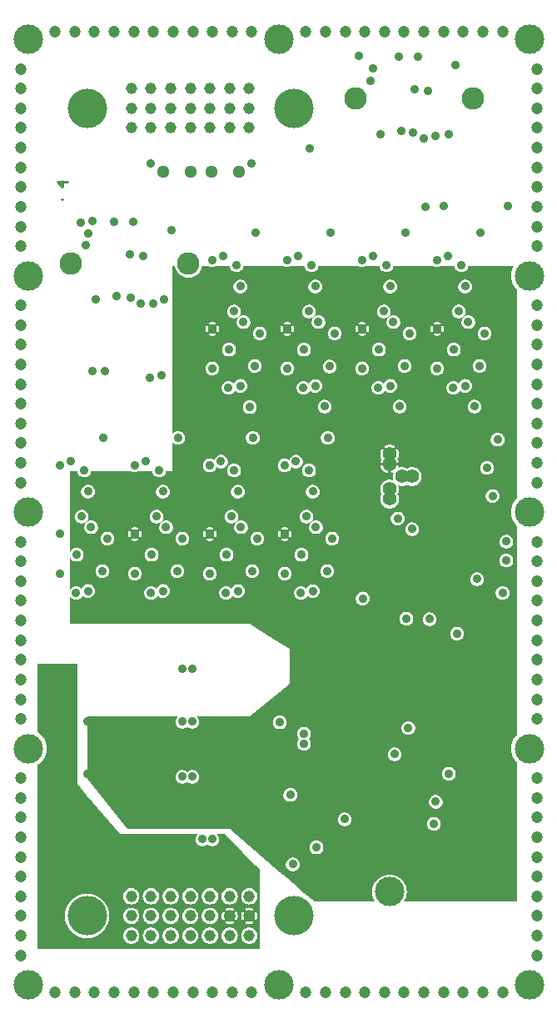
<source format=gbr>
G04 start of page 7 for group 5 idx 5 *
G04 Title: EPTPREAMPS, grounds *
G04 Creator: pcb 1.99z *
G04 CreationDate: Fr 20 Jun 2014 11:29:12 GMT UTC *
G04 For: stephan *
G04 Format: Gerber/RS-274X *
G04 PCB-Dimensions (mil): 2952.76 4724.41 *
G04 PCB-Coordinate-Origin: lower left *
%MOIN*%
%FSLAX25Y25*%
%LNGROUNDS*%
%ADD127C,0.0700*%
%ADD126C,0.0236*%
%ADD125C,0.0256*%
%ADD124C,0.0252*%
%ADD123C,0.0240*%
%ADD122C,0.0866*%
%ADD121C,0.0157*%
%ADD120C,0.0512*%
%ADD119C,0.0550*%
%ADD118C,0.0354*%
%ADD117C,0.0553*%
%ADD116C,0.0900*%
%ADD115C,0.1181*%
%ADD114C,0.0472*%
%ADD113C,0.1575*%
%ADD112C,0.0453*%
%ADD111C,0.0098*%
%ADD110C,0.0100*%
%ADD109C,0.0001*%
G54D109*G36*
X237246Y334441D02*X241545D01*
X241346Y334116D01*
X240895Y333028D01*
X240620Y331883D01*
X240528Y330709D01*
X240620Y329536D01*
X240895Y328391D01*
X241346Y327303D01*
X241961Y326299D01*
X242726Y325404D01*
X243000Y325169D01*
Y241761D01*
X242726Y241527D01*
X241961Y240632D01*
X241346Y239628D01*
X240895Y238540D01*
X240620Y237395D01*
X240528Y236221D01*
X240620Y235047D01*
X240895Y233903D01*
X241346Y232815D01*
X241961Y231811D01*
X242726Y230916D01*
X243000Y230681D01*
Y147273D01*
X242726Y147039D01*
X241961Y146143D01*
X241346Y145140D01*
X240895Y144052D01*
X240620Y142907D01*
X240528Y141733D01*
X240620Y140559D01*
X240895Y139414D01*
X241346Y138327D01*
X241961Y137323D01*
X242726Y136427D01*
X243000Y136193D01*
Y80441D01*
X237246D01*
Y201177D01*
X237250Y201177D01*
X237682Y201211D01*
X238104Y201312D01*
X238505Y201478D01*
X238875Y201704D01*
X239205Y201986D01*
X239486Y202316D01*
X239713Y202686D01*
X239879Y203087D01*
X239980Y203508D01*
X240006Y203941D01*
X239980Y204373D01*
X239879Y204795D01*
X239713Y205196D01*
X239486Y205566D01*
X239205Y205896D01*
X238875Y206177D01*
X238505Y206404D01*
X238104Y206570D01*
X237682Y206671D01*
X237250Y206705D01*
X237246Y206705D01*
Y214631D01*
X237495Y214478D01*
X237896Y214312D01*
X238318Y214211D01*
X238750Y214177D01*
X239182Y214211D01*
X239604Y214312D01*
X240005Y214478D01*
X240375Y214704D01*
X240705Y214986D01*
X240986Y215316D01*
X241213Y215686D01*
X241379Y216087D01*
X241480Y216508D01*
X241506Y216941D01*
X241480Y217373D01*
X241379Y217795D01*
X241213Y218196D01*
X240986Y218566D01*
X240705Y218896D01*
X240375Y219177D01*
X240005Y219404D01*
X239604Y219570D01*
X239182Y219671D01*
X238750Y219705D01*
X238318Y219671D01*
X237896Y219570D01*
X237495Y219404D01*
X237246Y219251D01*
Y222131D01*
X237495Y221978D01*
X237896Y221812D01*
X238318Y221711D01*
X238750Y221677D01*
X239182Y221711D01*
X239604Y221812D01*
X240005Y221978D01*
X240375Y222204D01*
X240705Y222486D01*
X240986Y222816D01*
X241213Y223186D01*
X241379Y223587D01*
X241480Y224008D01*
X241506Y224441D01*
X241480Y224873D01*
X241379Y225295D01*
X241213Y225696D01*
X240986Y226066D01*
X240705Y226396D01*
X240375Y226677D01*
X240005Y226904D01*
X239604Y227070D01*
X239182Y227171D01*
X238750Y227205D01*
X238318Y227171D01*
X237896Y227070D01*
X237495Y226904D01*
X237246Y226751D01*
Y263284D01*
X237486Y263566D01*
X237713Y263936D01*
X237879Y264337D01*
X237980Y264758D01*
X238006Y265191D01*
X237980Y265623D01*
X237879Y266045D01*
X237713Y266446D01*
X237486Y266816D01*
X237246Y267098D01*
Y334441D01*
G37*
G36*
X230996D02*X237246D01*
Y267098D01*
X237205Y267146D01*
X236875Y267427D01*
X236505Y267654D01*
X236104Y267820D01*
X235682Y267921D01*
X235250Y267955D01*
X234818Y267921D01*
X234396Y267820D01*
X233995Y267654D01*
X233625Y267427D01*
X233295Y267146D01*
X233014Y266816D01*
X232787Y266446D01*
X232621Y266045D01*
X232520Y265623D01*
X232486Y265191D01*
X232520Y264758D01*
X232621Y264337D01*
X232787Y263936D01*
X233014Y263566D01*
X233295Y263236D01*
X233625Y262954D01*
X233995Y262728D01*
X234396Y262562D01*
X234818Y262461D01*
X235250Y262427D01*
X235682Y262461D01*
X236104Y262562D01*
X236505Y262728D01*
X236875Y262954D01*
X237205Y263236D01*
X237246Y263284D01*
Y226751D01*
X237125Y226677D01*
X236795Y226396D01*
X236514Y226066D01*
X236287Y225696D01*
X236121Y225295D01*
X236020Y224873D01*
X235986Y224441D01*
X236020Y224008D01*
X236121Y223587D01*
X236287Y223186D01*
X236514Y222816D01*
X236795Y222486D01*
X237125Y222204D01*
X237246Y222131D01*
Y219251D01*
X237125Y219177D01*
X236795Y218896D01*
X236514Y218566D01*
X236287Y218196D01*
X236121Y217795D01*
X236020Y217373D01*
X235986Y216941D01*
X236020Y216508D01*
X236121Y216087D01*
X236287Y215686D01*
X236514Y215316D01*
X236795Y214986D01*
X237125Y214704D01*
X237246Y214631D01*
Y206705D01*
X236818Y206671D01*
X236396Y206570D01*
X235995Y206404D01*
X235625Y206177D01*
X235295Y205896D01*
X235014Y205566D01*
X234787Y205196D01*
X234621Y204795D01*
X234520Y204373D01*
X234486Y203941D01*
X234520Y203508D01*
X234621Y203087D01*
X234787Y202686D01*
X235014Y202316D01*
X235295Y201986D01*
X235625Y201704D01*
X235995Y201478D01*
X236396Y201312D01*
X236818Y201211D01*
X237246Y201177D01*
Y80441D01*
X230996D01*
Y241095D01*
X231014Y241066D01*
X231295Y240736D01*
X231625Y240454D01*
X231995Y240228D01*
X232396Y240062D01*
X232818Y239961D01*
X233250Y239927D01*
X233682Y239961D01*
X234104Y240062D01*
X234505Y240228D01*
X234875Y240454D01*
X235205Y240736D01*
X235486Y241066D01*
X235713Y241436D01*
X235879Y241837D01*
X235980Y242258D01*
X236006Y242691D01*
X235980Y243123D01*
X235879Y243545D01*
X235713Y243946D01*
X235486Y244316D01*
X235205Y244646D01*
X234875Y244927D01*
X234505Y245154D01*
X234104Y245320D01*
X233682Y245421D01*
X233250Y245455D01*
X232818Y245421D01*
X232396Y245320D01*
X231995Y245154D01*
X231625Y244927D01*
X231295Y244646D01*
X231014Y244316D01*
X230996Y244287D01*
Y251177D01*
X231000Y251177D01*
X231432Y251211D01*
X231854Y251312D01*
X232255Y251478D01*
X232625Y251704D01*
X232955Y251986D01*
X233236Y252316D01*
X233463Y252686D01*
X233629Y253087D01*
X233730Y253508D01*
X233756Y253941D01*
X233730Y254373D01*
X233629Y254795D01*
X233463Y255196D01*
X233236Y255566D01*
X232955Y255896D01*
X232625Y256177D01*
X232255Y256404D01*
X231854Y256570D01*
X231432Y256671D01*
X231000Y256705D01*
X230996Y256705D01*
Y305120D01*
X231255Y305228D01*
X231625Y305454D01*
X231955Y305736D01*
X232236Y306066D01*
X232463Y306436D01*
X232629Y306837D01*
X232730Y307258D01*
X232756Y307691D01*
X232730Y308123D01*
X232629Y308545D01*
X232463Y308946D01*
X232236Y309316D01*
X231955Y309646D01*
X231625Y309927D01*
X231255Y310154D01*
X230996Y310261D01*
Y334441D01*
G37*
G36*
X226996D02*X230996D01*
Y310261D01*
X230854Y310320D01*
X230432Y310421D01*
X230000Y310455D01*
X229568Y310421D01*
X229146Y310320D01*
X228745Y310154D01*
X228375Y309927D01*
X228045Y309646D01*
X227764Y309316D01*
X227537Y308946D01*
X227371Y308545D01*
X227270Y308123D01*
X227236Y307691D01*
X227270Y307258D01*
X227371Y306837D01*
X227537Y306436D01*
X227764Y306066D01*
X228045Y305736D01*
X228375Y305454D01*
X228745Y305228D01*
X229146Y305062D01*
X229568Y304961D01*
X230000Y304927D01*
X230432Y304961D01*
X230854Y305062D01*
X230996Y305120D01*
Y256705D01*
X230568Y256671D01*
X230146Y256570D01*
X229745Y256404D01*
X229375Y256177D01*
X229045Y255896D01*
X228764Y255566D01*
X228537Y255196D01*
X228371Y254795D01*
X228270Y254373D01*
X228236Y253941D01*
X228270Y253508D01*
X228371Y253087D01*
X228537Y252686D01*
X228764Y252316D01*
X229045Y251986D01*
X229375Y251704D01*
X229745Y251478D01*
X230146Y251312D01*
X230568Y251211D01*
X230996Y251177D01*
Y244287D01*
X230787Y243946D01*
X230621Y243545D01*
X230520Y243123D01*
X230486Y242691D01*
X230520Y242258D01*
X230621Y241837D01*
X230787Y241436D01*
X230996Y241095D01*
Y80441D01*
X226996D01*
Y206677D01*
X227000Y206677D01*
X227432Y206711D01*
X227854Y206812D01*
X228255Y206978D01*
X228625Y207204D01*
X228955Y207486D01*
X229236Y207816D01*
X229463Y208186D01*
X229629Y208587D01*
X229730Y209008D01*
X229756Y209441D01*
X229730Y209873D01*
X229629Y210295D01*
X229463Y210696D01*
X229236Y211066D01*
X228955Y211396D01*
X228625Y211677D01*
X228255Y211904D01*
X227854Y212070D01*
X227432Y212171D01*
X227000Y212205D01*
X226996Y212205D01*
Y275870D01*
X227255Y275978D01*
X227625Y276204D01*
X227955Y276486D01*
X228236Y276816D01*
X228463Y277186D01*
X228629Y277587D01*
X228730Y278008D01*
X228756Y278441D01*
X228730Y278873D01*
X228629Y279295D01*
X228463Y279696D01*
X228236Y280066D01*
X227955Y280396D01*
X227625Y280677D01*
X227255Y280904D01*
X226996Y281011D01*
Y292124D01*
X227146Y292062D01*
X227568Y291961D01*
X228000Y291927D01*
X228432Y291961D01*
X228854Y292062D01*
X229255Y292228D01*
X229625Y292454D01*
X229955Y292736D01*
X230236Y293066D01*
X230463Y293436D01*
X230629Y293837D01*
X230730Y294258D01*
X230756Y294691D01*
X230730Y295123D01*
X230629Y295545D01*
X230463Y295946D01*
X230236Y296316D01*
X229955Y296646D01*
X229625Y296927D01*
X229255Y297154D01*
X228854Y297320D01*
X228432Y297421D01*
X228000Y297455D01*
X227568Y297421D01*
X227146Y297320D01*
X226996Y297258D01*
Y334441D01*
G37*
G36*
X222246Y332625D02*X222375Y332704D01*
X222705Y332986D01*
X222986Y333316D01*
X223213Y333686D01*
X223379Y334087D01*
X223464Y334441D01*
X226996D01*
Y297258D01*
X226745Y297154D01*
X226375Y296927D01*
X226045Y296646D01*
X225764Y296316D01*
X225537Y295946D01*
X225371Y295545D01*
X225270Y295123D01*
X225236Y294691D01*
X225270Y294258D01*
X225371Y293837D01*
X225537Y293436D01*
X225764Y293066D01*
X226045Y292736D01*
X226375Y292454D01*
X226745Y292228D01*
X226996Y292124D01*
Y281011D01*
X226854Y281070D01*
X226432Y281171D01*
X226000Y281205D01*
X225568Y281171D01*
X225146Y281070D01*
X224745Y280904D01*
X224375Y280677D01*
X224045Y280396D01*
X223764Y280066D01*
X223537Y279696D01*
X223371Y279295D01*
X223270Y278873D01*
X223236Y278441D01*
X223270Y278008D01*
X223371Y277587D01*
X223537Y277186D01*
X223764Y276816D01*
X224045Y276486D01*
X224375Y276204D01*
X224745Y275978D01*
X225146Y275812D01*
X225568Y275711D01*
X226000Y275677D01*
X226432Y275711D01*
X226854Y275812D01*
X226996Y275870D01*
Y212205D01*
X226568Y212171D01*
X226146Y212070D01*
X225745Y211904D01*
X225375Y211677D01*
X225045Y211396D01*
X224764Y211066D01*
X224537Y210696D01*
X224371Y210295D01*
X224270Y209873D01*
X224236Y209441D01*
X224270Y209008D01*
X224371Y208587D01*
X224537Y208186D01*
X224764Y207816D01*
X225045Y207486D01*
X225375Y207204D01*
X225745Y206978D01*
X226146Y206812D01*
X226568Y206711D01*
X226996Y206677D01*
Y80441D01*
X222246D01*
Y283927D01*
X222250Y283927D01*
X222682Y283961D01*
X223104Y284062D01*
X223505Y284228D01*
X223875Y284454D01*
X224205Y284736D01*
X224486Y285066D01*
X224713Y285436D01*
X224879Y285837D01*
X224980Y286258D01*
X225006Y286691D01*
X224980Y287123D01*
X224879Y287545D01*
X224713Y287946D01*
X224486Y288316D01*
X224205Y288646D01*
X223875Y288927D01*
X223505Y289154D01*
X223104Y289320D01*
X222682Y289421D01*
X222250Y289455D01*
X222246Y289455D01*
Y309728D01*
X222646Y309562D01*
X223068Y309461D01*
X223500Y309427D01*
X223932Y309461D01*
X224354Y309562D01*
X224755Y309728D01*
X225125Y309954D01*
X225455Y310236D01*
X225736Y310566D01*
X225963Y310936D01*
X226129Y311337D01*
X226230Y311758D01*
X226256Y312191D01*
X226230Y312623D01*
X226129Y313045D01*
X225963Y313446D01*
X225736Y313816D01*
X225455Y314146D01*
X225125Y314427D01*
X224755Y314654D01*
X224354Y314820D01*
X223932Y314921D01*
X223500Y314955D01*
X223068Y314921D01*
X222646Y314820D01*
X222246Y314654D01*
Y315265D01*
X222379Y315587D01*
X222480Y316008D01*
X222506Y316441D01*
X222480Y316873D01*
X222379Y317295D01*
X222246Y317617D01*
Y323677D01*
X222250Y323677D01*
X222682Y323711D01*
X223104Y323812D01*
X223505Y323978D01*
X223875Y324204D01*
X224205Y324486D01*
X224486Y324816D01*
X224713Y325186D01*
X224879Y325587D01*
X224980Y326008D01*
X225006Y326441D01*
X224980Y326873D01*
X224879Y327295D01*
X224713Y327696D01*
X224486Y328066D01*
X224205Y328396D01*
X223875Y328677D01*
X223505Y328904D01*
X223104Y329070D01*
X222682Y329171D01*
X222250Y329205D01*
X222246Y329205D01*
Y332625D01*
G37*
G36*
Y289455D02*X221818Y289421D01*
X221396Y289320D01*
X220995Y289154D01*
X220625Y288927D01*
X220295Y288646D01*
X220014Y288316D01*
X219787Y287946D01*
X219664Y287650D01*
X219455Y287896D01*
X219125Y288177D01*
X218996Y288257D01*
Y298724D01*
X219005Y298728D01*
X219375Y298954D01*
X219705Y299236D01*
X219986Y299566D01*
X220213Y299936D01*
X220379Y300337D01*
X220480Y300758D01*
X220506Y301191D01*
X220480Y301623D01*
X220379Y302045D01*
X220213Y302446D01*
X219986Y302816D01*
X219705Y303146D01*
X219375Y303427D01*
X219005Y303654D01*
X218996Y303658D01*
Y313788D01*
X219318Y313711D01*
X219750Y313677D01*
X220182Y313711D01*
X220604Y313812D01*
X221005Y313978D01*
X221375Y314204D01*
X221705Y314486D01*
X221986Y314816D01*
X222213Y315186D01*
X222246Y315265D01*
Y314654D01*
X222245Y314654D01*
X221875Y314427D01*
X221545Y314146D01*
X221264Y313816D01*
X221037Y313446D01*
X220871Y313045D01*
X220770Y312623D01*
X220736Y312191D01*
X220770Y311758D01*
X220871Y311337D01*
X221037Y310936D01*
X221264Y310566D01*
X221545Y310236D01*
X221875Y309954D01*
X222245Y309728D01*
X222246Y309728D01*
Y289455D01*
G37*
G36*
Y80441D02*X218996D01*
Y184927D01*
X219000Y184927D01*
X219432Y184961D01*
X219854Y185062D01*
X220255Y185228D01*
X220625Y185454D01*
X220955Y185736D01*
X221236Y186066D01*
X221463Y186436D01*
X221629Y186837D01*
X221730Y187258D01*
X221756Y187691D01*
X221730Y188123D01*
X221629Y188545D01*
X221463Y188946D01*
X221236Y189316D01*
X220955Y189646D01*
X220625Y189927D01*
X220255Y190154D01*
X219854Y190320D01*
X219432Y190421D01*
X219000Y190455D01*
X218996Y190455D01*
Y283625D01*
X219125Y283704D01*
X219455Y283986D01*
X219736Y284316D01*
X219963Y284686D01*
X220086Y284982D01*
X220295Y284736D01*
X220625Y284454D01*
X220995Y284228D01*
X221396Y284062D01*
X221818Y283961D01*
X222246Y283927D01*
Y80441D01*
G37*
G36*
X218996Y332815D02*X219125Y332704D01*
X219495Y332478D01*
X219896Y332312D01*
X220318Y332211D01*
X220750Y332177D01*
X221182Y332211D01*
X221604Y332312D01*
X222005Y332478D01*
X222246Y332625D01*
Y329205D01*
X221818Y329171D01*
X221396Y329070D01*
X220995Y328904D01*
X220625Y328677D01*
X220295Y328396D01*
X220014Y328066D01*
X219787Y327696D01*
X219621Y327295D01*
X219520Y326873D01*
X219486Y326441D01*
X219520Y326008D01*
X219621Y325587D01*
X219787Y325186D01*
X220014Y324816D01*
X220295Y324486D01*
X220625Y324204D01*
X220995Y323978D01*
X221396Y323812D01*
X221818Y323711D01*
X222246Y323677D01*
Y317617D01*
X222213Y317696D01*
X221986Y318066D01*
X221705Y318396D01*
X221375Y318677D01*
X221005Y318904D01*
X220604Y319070D01*
X220182Y319171D01*
X219750Y319205D01*
X219318Y319171D01*
X218996Y319094D01*
Y332815D01*
G37*
G36*
Y288257D02*X218755Y288404D01*
X218354Y288570D01*
X217932Y288671D01*
X217500Y288705D01*
X217068Y288671D01*
X216646Y288570D01*
X216245Y288404D01*
X215875Y288177D01*
X215746Y288067D01*
Y299294D01*
X215795Y299236D01*
X216125Y298954D01*
X216495Y298728D01*
X216896Y298562D01*
X217318Y298461D01*
X217750Y298427D01*
X218182Y298461D01*
X218604Y298562D01*
X218996Y298724D01*
Y288257D01*
G37*
G36*
Y80441D02*X215746D01*
Y128927D01*
X215750Y128927D01*
X216182Y128961D01*
X216604Y129062D01*
X217005Y129228D01*
X217375Y129454D01*
X217705Y129736D01*
X217986Y130066D01*
X218213Y130436D01*
X218379Y130837D01*
X218480Y131258D01*
X218506Y131691D01*
X218480Y132123D01*
X218379Y132545D01*
X218213Y132946D01*
X217986Y133316D01*
X217705Y133646D01*
X217375Y133927D01*
X217005Y134154D01*
X216604Y134320D01*
X216182Y134421D01*
X215750Y134455D01*
X215746Y134455D01*
Y283815D01*
X215875Y283704D01*
X216245Y283478D01*
X216646Y283312D01*
X217068Y283211D01*
X217500Y283177D01*
X217932Y283211D01*
X218354Y283312D01*
X218755Y283478D01*
X218996Y283625D01*
Y190455D01*
X218568Y190421D01*
X218146Y190320D01*
X217745Y190154D01*
X217375Y189927D01*
X217045Y189646D01*
X216764Y189316D01*
X216537Y188946D01*
X216371Y188545D01*
X216270Y188123D01*
X216236Y187691D01*
X216270Y187258D01*
X216371Y186837D01*
X216537Y186436D01*
X216764Y186066D01*
X217045Y185736D01*
X217375Y185454D01*
X217745Y185228D01*
X218146Y185062D01*
X218568Y184961D01*
X218996Y184927D01*
Y80441D01*
G37*
G36*
X215746Y334441D02*X218036D01*
X218121Y334087D01*
X218287Y333686D01*
X218514Y333316D01*
X218795Y332986D01*
X218996Y332815D01*
Y319094D01*
X218896Y319070D01*
X218495Y318904D01*
X218125Y318677D01*
X217795Y318396D01*
X217514Y318066D01*
X217287Y317696D01*
X217121Y317295D01*
X217020Y316873D01*
X216986Y316441D01*
X217020Y316008D01*
X217121Y315587D01*
X217287Y315186D01*
X217514Y314816D01*
X217795Y314486D01*
X218125Y314204D01*
X218495Y313978D01*
X218896Y313812D01*
X218996Y313788D01*
Y303658D01*
X218604Y303820D01*
X218182Y303921D01*
X217750Y303955D01*
X217318Y303921D01*
X216896Y303820D01*
X216495Y303654D01*
X216125Y303427D01*
X215795Y303146D01*
X215746Y303088D01*
Y334441D01*
G37*
G36*
X213195Y130658D02*X213287Y130436D01*
X213514Y130066D01*
X213795Y129736D01*
X214125Y129454D01*
X214495Y129228D01*
X214896Y129062D01*
X215318Y128961D01*
X215746Y128927D01*
Y80441D01*
X213195D01*
Y119860D01*
X213230Y120008D01*
X213256Y120441D01*
X213230Y120873D01*
X213195Y121022D01*
Y130658D01*
G37*
G36*
Y334441D02*X215746D01*
Y303088D01*
X215514Y302816D01*
X215287Y302446D01*
X215121Y302045D01*
X215020Y301623D01*
X214986Y301191D01*
X215020Y300758D01*
X215121Y300337D01*
X215287Y299936D01*
X215514Y299566D01*
X215746Y299294D01*
Y288067D01*
X215545Y287896D01*
X215264Y287566D01*
X215037Y287196D01*
X214871Y286795D01*
X214770Y286373D01*
X214736Y285941D01*
X214770Y285508D01*
X214871Y285087D01*
X215037Y284686D01*
X215264Y284316D01*
X215545Y283986D01*
X215746Y283815D01*
Y134455D01*
X215318Y134421D01*
X214896Y134320D01*
X214495Y134154D01*
X214125Y133927D01*
X213795Y133646D01*
X213514Y133316D01*
X213287Y132946D01*
X213195Y132724D01*
Y292017D01*
X213236Y292066D01*
X213463Y292436D01*
X213629Y292837D01*
X213730Y293258D01*
X213756Y293691D01*
X213730Y294123D01*
X213629Y294545D01*
X213463Y294946D01*
X213236Y295316D01*
X213195Y295365D01*
Y308175D01*
X213261Y308189D01*
X213334Y308216D01*
X213401Y308254D01*
X213462Y308302D01*
X213515Y308359D01*
X213557Y308423D01*
X213588Y308494D01*
X213664Y308724D01*
X213716Y308960D01*
X213748Y309199D01*
X213759Y309441D01*
X213748Y309682D01*
X213716Y309922D01*
X213664Y310158D01*
X213591Y310388D01*
X213559Y310459D01*
X213516Y310524D01*
X213463Y310581D01*
X213402Y310630D01*
X213335Y310668D01*
X213262Y310695D01*
X213195Y310708D01*
Y334441D01*
G37*
G36*
Y80441D02*X209746D01*
Y108927D01*
X209750Y108927D01*
X210182Y108961D01*
X210604Y109062D01*
X211005Y109228D01*
X211375Y109454D01*
X211705Y109736D01*
X211986Y110066D01*
X212213Y110436D01*
X212379Y110837D01*
X212480Y111258D01*
X212506Y111691D01*
X212480Y112123D01*
X212379Y112545D01*
X212213Y112946D01*
X211986Y113316D01*
X211705Y113646D01*
X211375Y113927D01*
X211005Y114154D01*
X210604Y114320D01*
X210182Y114421D01*
X209750Y114455D01*
X209746Y114455D01*
Y117788D01*
X210068Y117711D01*
X210500Y117677D01*
X210932Y117711D01*
X211354Y117812D01*
X211755Y117978D01*
X212125Y118204D01*
X212455Y118486D01*
X212736Y118816D01*
X212963Y119186D01*
X213129Y119587D01*
X213195Y119860D01*
Y80441D01*
G37*
G36*
Y132724D02*X213121Y132545D01*
X213020Y132123D01*
X212986Y131691D01*
X213020Y131258D01*
X213121Y130837D01*
X213195Y130658D01*
Y121022D01*
X213129Y121295D01*
X212963Y121696D01*
X212736Y122066D01*
X212455Y122396D01*
X212125Y122677D01*
X211755Y122904D01*
X211354Y123070D01*
X210932Y123171D01*
X210500Y123205D01*
X210068Y123171D01*
X209746Y123094D01*
Y191308D01*
X209955Y191486D01*
X210236Y191816D01*
X210463Y192186D01*
X210629Y192587D01*
X210730Y193008D01*
X210756Y193441D01*
X210730Y193873D01*
X210629Y194295D01*
X210463Y194696D01*
X210236Y195066D01*
X209955Y195396D01*
X209746Y195574D01*
Y291228D01*
X210146Y291062D01*
X210568Y290961D01*
X211000Y290927D01*
X211432Y290961D01*
X211854Y291062D01*
X212255Y291228D01*
X212625Y291454D01*
X212955Y291736D01*
X213195Y292017D01*
Y132724D01*
G37*
G36*
X209746Y334441D02*X209834D01*
X210146Y334312D01*
X210568Y334211D01*
X211000Y334177D01*
X211432Y334211D01*
X211854Y334312D01*
X212166Y334441D01*
X213195D01*
Y310708D01*
X213186Y310710D01*
X213108Y310714D01*
X213031Y310705D01*
X212956Y310684D01*
X212885Y310651D01*
X212820Y310608D01*
X212763Y310556D01*
X212715Y310495D01*
X212677Y310427D01*
X212650Y310354D01*
X212634Y310278D01*
X212631Y310200D01*
X212640Y310123D01*
X212662Y310049D01*
X212711Y309901D01*
X212744Y309750D01*
X212765Y309596D01*
X212772Y309441D01*
X212765Y309286D01*
X212744Y309132D01*
X212711Y308980D01*
X212664Y308832D01*
X212642Y308758D01*
X212633Y308681D01*
X212636Y308604D01*
X212651Y308528D01*
X212678Y308455D01*
X212716Y308388D01*
X212765Y308327D01*
X212822Y308275D01*
X212886Y308232D01*
X212956Y308200D01*
X213031Y308179D01*
X213108Y308170D01*
X213185Y308173D01*
X213195Y308175D01*
Y295365D01*
X212955Y295646D01*
X212625Y295927D01*
X212255Y296154D01*
X211854Y296320D01*
X211432Y296421D01*
X211000Y296455D01*
X210568Y296421D01*
X210146Y296320D01*
X209746Y296154D01*
Y307189D01*
X209748Y307180D01*
X209775Y307107D01*
X209813Y307039D01*
X209861Y306979D01*
X209918Y306926D01*
X209982Y306884D01*
X210053Y306853D01*
X210283Y306777D01*
X210519Y306725D01*
X210759Y306693D01*
X211000Y306682D01*
X211241Y306693D01*
X211481Y306725D01*
X211717Y306777D01*
X211947Y306850D01*
X212018Y306882D01*
X212083Y306925D01*
X212140Y306978D01*
X212189Y307039D01*
X212227Y307106D01*
X212254Y307179D01*
X212269Y307255D01*
X212273Y307333D01*
X212264Y307410D01*
X212243Y307485D01*
X212210Y307556D01*
X212167Y307620D01*
X212115Y307678D01*
X212054Y307726D01*
X211986Y307764D01*
X211913Y307791D01*
X211837Y307807D01*
X211759Y307810D01*
X211682Y307801D01*
X211608Y307779D01*
X211461Y307730D01*
X211309Y307696D01*
X211155Y307676D01*
X211000Y307669D01*
X210845Y307676D01*
X210691Y307696D01*
X210539Y307730D01*
X210391Y307777D01*
X210317Y307799D01*
X210240Y307808D01*
X210163Y307805D01*
X210087Y307790D01*
X210015Y307763D01*
X209947Y307725D01*
X209886Y307676D01*
X209834Y307619D01*
X209791Y307555D01*
X209759Y307484D01*
X209746Y307438D01*
Y311438D01*
X209757Y311397D01*
X209790Y311326D01*
X209833Y311261D01*
X209885Y311204D01*
X209946Y311156D01*
X210014Y311118D01*
X210087Y311091D01*
X210163Y311075D01*
X210241Y311072D01*
X210318Y311081D01*
X210392Y311103D01*
X210539Y311152D01*
X210691Y311185D01*
X210845Y311206D01*
X211000Y311213D01*
X211155Y311206D01*
X211309Y311185D01*
X211461Y311152D01*
X211609Y311105D01*
X211683Y311083D01*
X211760Y311074D01*
X211837Y311077D01*
X211913Y311092D01*
X211985Y311119D01*
X212053Y311157D01*
X212114Y311205D01*
X212166Y311262D01*
X212209Y311327D01*
X212241Y311397D01*
X212262Y311472D01*
X212271Y311549D01*
X212268Y311626D01*
X212252Y311702D01*
X212225Y311775D01*
X212187Y311842D01*
X212139Y311903D01*
X212082Y311956D01*
X212018Y311998D01*
X211947Y312029D01*
X211717Y312105D01*
X211481Y312157D01*
X211241Y312189D01*
X211000Y312200D01*
X210759Y312189D01*
X210519Y312157D01*
X210283Y312105D01*
X210052Y312032D01*
X209982Y312000D01*
X209917Y311957D01*
X209860Y311904D01*
X209811Y311843D01*
X209773Y311776D01*
X209746Y311703D01*
X209746Y311701D01*
Y334441D01*
G37*
G36*
X208805Y109099D02*X208896Y109062D01*
X209318Y108961D01*
X209746Y108927D01*
Y80441D01*
X208805D01*
Y109099D01*
G37*
G36*
Y118264D02*X208875Y118204D01*
X209245Y117978D01*
X209646Y117812D01*
X209746Y117788D01*
Y114455D01*
X209318Y114421D01*
X208896Y114320D01*
X208805Y114283D01*
Y118264D01*
G37*
G36*
Y190800D02*X208854Y190812D01*
X209255Y190978D01*
X209625Y191204D01*
X209746Y191308D01*
Y123094D01*
X209646Y123070D01*
X209245Y122904D01*
X208875Y122677D01*
X208805Y122618D01*
Y190800D01*
G37*
G36*
Y292017D02*X209045Y291736D01*
X209375Y291454D01*
X209745Y291228D01*
X209746Y291228D01*
Y195574D01*
X209625Y195677D01*
X209255Y195904D01*
X208854Y196070D01*
X208805Y196082D01*
Y292017D01*
G37*
G36*
Y334441D02*X209746D01*
Y311701D01*
X209731Y311627D01*
X209727Y311549D01*
X209736Y311472D01*
X209746Y311438D01*
Y307438D01*
X209738Y307410D01*
X209729Y307333D01*
X209732Y307255D01*
X209746Y307189D01*
Y296154D01*
X209745Y296154D01*
X209375Y295927D01*
X209045Y295646D01*
X208805Y295365D01*
Y308173D01*
X208814Y308172D01*
X208892Y308168D01*
X208969Y308177D01*
X209044Y308198D01*
X209115Y308231D01*
X209180Y308274D01*
X209237Y308326D01*
X209285Y308387D01*
X209323Y308455D01*
X209350Y308528D01*
X209366Y308604D01*
X209369Y308681D01*
X209360Y308759D01*
X209338Y308833D01*
X209289Y308980D01*
X209255Y309132D01*
X209235Y309286D01*
X209228Y309441D01*
X209235Y309596D01*
X209255Y309750D01*
X209289Y309901D01*
X209336Y310049D01*
X209358Y310124D01*
X209367Y310201D01*
X209364Y310278D01*
X209349Y310354D01*
X209322Y310426D01*
X209284Y310494D01*
X209235Y310555D01*
X209178Y310607D01*
X209114Y310650D01*
X209043Y310682D01*
X208969Y310703D01*
X208892Y310712D01*
X208815Y310709D01*
X208805Y310707D01*
Y334441D01*
G37*
G36*
X199496D02*X208805D01*
Y310707D01*
X208739Y310693D01*
X208666Y310666D01*
X208599Y310628D01*
X208538Y310580D01*
X208485Y310523D01*
X208443Y310458D01*
X208412Y310388D01*
X208336Y310158D01*
X208284Y309922D01*
X208252Y309682D01*
X208241Y309441D01*
X208252Y309199D01*
X208284Y308960D01*
X208336Y308724D01*
X208409Y308493D01*
X208441Y308423D01*
X208484Y308358D01*
X208537Y308301D01*
X208598Y308252D01*
X208665Y308214D01*
X208738Y308187D01*
X208805Y308173D01*
Y295365D01*
X208764Y295316D01*
X208537Y294946D01*
X208371Y294545D01*
X208270Y294123D01*
X208236Y293691D01*
X208270Y293258D01*
X208371Y292837D01*
X208537Y292436D01*
X208764Y292066D01*
X208805Y292017D01*
Y196082D01*
X208432Y196171D01*
X208000Y196205D01*
X207568Y196171D01*
X207146Y196070D01*
X206745Y195904D01*
X206375Y195677D01*
X206045Y195396D01*
X205764Y195066D01*
X205537Y194696D01*
X205371Y194295D01*
X205270Y193873D01*
X205236Y193441D01*
X205270Y193008D01*
X205371Y192587D01*
X205537Y192186D01*
X205764Y191816D01*
X206045Y191486D01*
X206375Y191204D01*
X206745Y190978D01*
X207146Y190812D01*
X207568Y190711D01*
X208000Y190677D01*
X208432Y190711D01*
X208805Y190800D01*
Y122618D01*
X208545Y122396D01*
X208264Y122066D01*
X208037Y121696D01*
X207871Y121295D01*
X207770Y120873D01*
X207736Y120441D01*
X207770Y120008D01*
X207871Y119587D01*
X208037Y119186D01*
X208264Y118816D01*
X208545Y118486D01*
X208805Y118264D01*
Y114283D01*
X208495Y114154D01*
X208125Y113927D01*
X207795Y113646D01*
X207514Y113316D01*
X207287Y112946D01*
X207121Y112545D01*
X207020Y112123D01*
X206986Y111691D01*
X207020Y111258D01*
X207121Y110837D01*
X207287Y110436D01*
X207514Y110066D01*
X207795Y109736D01*
X208125Y109454D01*
X208495Y109228D01*
X208805Y109099D01*
Y80441D01*
X199496D01*
Y147177D01*
X199500Y147177D01*
X199932Y147211D01*
X200354Y147312D01*
X200755Y147478D01*
X201125Y147704D01*
X201455Y147986D01*
X201736Y148316D01*
X201963Y148686D01*
X202129Y149087D01*
X202230Y149508D01*
X202256Y149941D01*
X202230Y150373D01*
X202129Y150795D01*
X201963Y151196D01*
X201736Y151566D01*
X201455Y151896D01*
X201125Y152177D01*
X200755Y152404D01*
X200354Y152570D01*
X199932Y152671D01*
X199500Y152705D01*
X199496Y152705D01*
Y191036D01*
X199604Y191062D01*
X200005Y191228D01*
X200375Y191454D01*
X200705Y191736D01*
X200986Y192066D01*
X201213Y192436D01*
X201379Y192837D01*
X201480Y193258D01*
X201506Y193691D01*
X201480Y194123D01*
X201379Y194545D01*
X201213Y194946D01*
X200986Y195316D01*
X200705Y195646D01*
X200375Y195927D01*
X200005Y196154D01*
X199604Y196320D01*
X199496Y196346D01*
Y227131D01*
X199745Y226978D01*
X200146Y226812D01*
X200568Y226711D01*
X201000Y226677D01*
X201432Y226711D01*
X201854Y226812D01*
X202255Y226978D01*
X202625Y227204D01*
X202955Y227486D01*
X203236Y227816D01*
X203463Y228186D01*
X203629Y228587D01*
X203730Y229008D01*
X203756Y229441D01*
X203730Y229873D01*
X203629Y230295D01*
X203463Y230696D01*
X203236Y231066D01*
X202955Y231396D01*
X202625Y231677D01*
X202255Y231904D01*
X201854Y232070D01*
X201432Y232171D01*
X201000Y232205D01*
X200568Y232171D01*
X200146Y232070D01*
X199745Y231904D01*
X199496Y231751D01*
Y247005D01*
X199838Y246863D01*
X200412Y246726D01*
X201000Y246679D01*
X201588Y246726D01*
X202162Y246863D01*
X202708Y247089D01*
X203211Y247398D01*
X203660Y247781D01*
X204043Y248230D01*
X204352Y248733D01*
X204577Y249279D01*
X204715Y249853D01*
X204750Y250441D01*
X204715Y251029D01*
X204577Y251603D01*
X204352Y252149D01*
X204043Y252652D01*
X203660Y253101D01*
X203211Y253484D01*
X202708Y253793D01*
X202162Y254018D01*
X201588Y254156D01*
X201000Y254203D01*
X200412Y254156D01*
X199838Y254018D01*
X199496Y253877D01*
Y292375D01*
X199625Y292454D01*
X199955Y292736D01*
X200236Y293066D01*
X200463Y293436D01*
X200629Y293837D01*
X200730Y294258D01*
X200756Y294691D01*
X200730Y295123D01*
X200629Y295545D01*
X200463Y295946D01*
X200236Y296316D01*
X199955Y296646D01*
X199625Y296927D01*
X199496Y297007D01*
Y304978D01*
X199568Y304961D01*
X200000Y304927D01*
X200432Y304961D01*
X200854Y305062D01*
X201255Y305228D01*
X201625Y305454D01*
X201955Y305736D01*
X202236Y306066D01*
X202463Y306436D01*
X202629Y306837D01*
X202730Y307258D01*
X202756Y307691D01*
X202730Y308123D01*
X202629Y308545D01*
X202463Y308946D01*
X202236Y309316D01*
X201955Y309646D01*
X201625Y309927D01*
X201255Y310154D01*
X200854Y310320D01*
X200432Y310421D01*
X200000Y310455D01*
X199568Y310421D01*
X199496Y310404D01*
Y334441D01*
G37*
G36*
X193996Y238266D02*X194211Y238398D01*
X194660Y238781D01*
X195043Y239230D01*
X195352Y239733D01*
X195577Y240279D01*
X195715Y240853D01*
X195750Y241441D01*
X195715Y242029D01*
X195577Y242603D01*
X195352Y243149D01*
X195171Y243443D01*
X195350Y243734D01*
X195576Y244279D01*
X195713Y244853D01*
X195748Y245441D01*
X195713Y246029D01*
X195576Y246603D01*
X195390Y247051D01*
X195838Y246865D01*
X196412Y246728D01*
X197000Y246681D01*
X197588Y246728D01*
X198162Y246865D01*
X198707Y247091D01*
X198998Y247270D01*
X199292Y247089D01*
X199496Y247005D01*
Y231751D01*
X199375Y231677D01*
X199045Y231396D01*
X198764Y231066D01*
X198537Y230696D01*
X198371Y230295D01*
X198270Y229873D01*
X198236Y229441D01*
X198270Y229008D01*
X198371Y228587D01*
X198537Y228186D01*
X198764Y227816D01*
X199045Y227486D01*
X199375Y227204D01*
X199496Y227131D01*
Y196346D01*
X199182Y196421D01*
X198750Y196455D01*
X198318Y196421D01*
X197896Y196320D01*
X197495Y196154D01*
X197125Y195927D01*
X196795Y195646D01*
X196514Y195316D01*
X196287Y194946D01*
X196121Y194545D01*
X196020Y194123D01*
X195986Y193691D01*
X196020Y193258D01*
X196121Y192837D01*
X196287Y192436D01*
X196514Y192066D01*
X196795Y191736D01*
X197125Y191454D01*
X197495Y191228D01*
X197896Y191062D01*
X198318Y190961D01*
X198750Y190927D01*
X199182Y190961D01*
X199496Y191036D01*
Y152705D01*
X199068Y152671D01*
X198646Y152570D01*
X198245Y152404D01*
X197875Y152177D01*
X197545Y151896D01*
X197264Y151566D01*
X197037Y151196D01*
X196871Y150795D01*
X196770Y150373D01*
X196736Y149941D01*
X196770Y149508D01*
X196871Y149087D01*
X197037Y148686D01*
X197264Y148316D01*
X197545Y147986D01*
X197875Y147704D01*
X198245Y147478D01*
X198646Y147312D01*
X199068Y147211D01*
X199496Y147177D01*
Y80441D01*
X197648D01*
X198172Y81296D01*
X198588Y82300D01*
X198842Y83357D01*
X198906Y84441D01*
X198842Y85525D01*
X198588Y86581D01*
X198172Y87586D01*
X197604Y88512D01*
X196898Y89339D01*
X196071Y90045D01*
X195145Y90613D01*
X194141Y91029D01*
X193996Y91063D01*
Y136677D01*
X194000Y136677D01*
X194432Y136711D01*
X194854Y136812D01*
X195255Y136978D01*
X195625Y137204D01*
X195955Y137486D01*
X196236Y137816D01*
X196463Y138186D01*
X196629Y138587D01*
X196730Y139008D01*
X196756Y139441D01*
X196730Y139873D01*
X196629Y140295D01*
X196463Y140696D01*
X196236Y141066D01*
X195955Y141396D01*
X195625Y141677D01*
X195255Y141904D01*
X194854Y142070D01*
X194432Y142171D01*
X194000Y142205D01*
X193996Y142205D01*
Y231228D01*
X194396Y231062D01*
X194818Y230961D01*
X195250Y230927D01*
X195682Y230961D01*
X196104Y231062D01*
X196505Y231228D01*
X196875Y231454D01*
X197205Y231736D01*
X197486Y232066D01*
X197713Y232436D01*
X197879Y232837D01*
X197980Y233258D01*
X198006Y233691D01*
X197980Y234123D01*
X197879Y234545D01*
X197713Y234946D01*
X197486Y235316D01*
X197205Y235646D01*
X196875Y235927D01*
X196505Y236154D01*
X196104Y236320D01*
X195682Y236421D01*
X195250Y236455D01*
X194818Y236421D01*
X194396Y236320D01*
X193996Y236154D01*
Y238266D01*
G37*
G36*
Y334441D02*X199496D01*
Y310404D01*
X199146Y310320D01*
X198745Y310154D01*
X198375Y309927D01*
X198045Y309646D01*
X197764Y309316D01*
X197537Y308946D01*
X197371Y308545D01*
X197270Y308123D01*
X197236Y307691D01*
X197270Y307258D01*
X197371Y306837D01*
X197537Y306436D01*
X197764Y306066D01*
X198045Y305736D01*
X198375Y305454D01*
X198745Y305228D01*
X199146Y305062D01*
X199496Y304978D01*
Y297007D01*
X199255Y297154D01*
X198854Y297320D01*
X198432Y297421D01*
X198000Y297455D01*
X197568Y297421D01*
X197146Y297320D01*
X196745Y297154D01*
X196375Y296927D01*
X196045Y296646D01*
X195764Y296316D01*
X195537Y295946D01*
X195371Y295545D01*
X195270Y295123D01*
X195236Y294691D01*
X195270Y294258D01*
X195371Y293837D01*
X195537Y293436D01*
X195764Y293066D01*
X196045Y292736D01*
X196375Y292454D01*
X196745Y292228D01*
X197146Y292062D01*
X197568Y291961D01*
X198000Y291927D01*
X198432Y291961D01*
X198854Y292062D01*
X199255Y292228D01*
X199496Y292375D01*
Y253877D01*
X199292Y253793D01*
X198998Y253612D01*
X198707Y253791D01*
X198162Y254017D01*
X197588Y254154D01*
X197000Y254201D01*
X196412Y254154D01*
X195838Y254017D01*
X195384Y253828D01*
X195470Y254014D01*
X195582Y254324D01*
X195599Y254400D01*
X195605Y254478D01*
X195598Y254555D01*
X195578Y254631D01*
X195548Y254702D01*
X195506Y254768D01*
X195455Y254827D01*
X195395Y254877D01*
X195328Y254916D01*
X195256Y254945D01*
X195180Y254963D01*
X195102Y254968D01*
X195025Y254961D01*
X194949Y254942D01*
X194878Y254911D01*
X194812Y254870D01*
X194753Y254818D01*
X194703Y254759D01*
X194663Y254692D01*
X194636Y254619D01*
X194556Y254390D01*
X194454Y254170D01*
X194333Y253959D01*
X194194Y253760D01*
X194038Y253574D01*
X193996Y253532D01*
Y256515D01*
X193999Y256558D01*
X193996Y256594D01*
Y257350D01*
X194038Y257308D01*
X194194Y257122D01*
X194333Y256923D01*
X194454Y256712D01*
X194556Y256492D01*
X194638Y256264D01*
X194666Y256191D01*
X194705Y256125D01*
X194755Y256065D01*
X194813Y256014D01*
X194879Y255973D01*
X194950Y255943D01*
X195025Y255924D01*
X195102Y255917D01*
X195180Y255922D01*
X195255Y255939D01*
X195327Y255968D01*
X195394Y256007D01*
X195453Y256057D01*
X195504Y256115D01*
X195545Y256181D01*
X195576Y256252D01*
X195595Y256327D01*
X195602Y256404D01*
X195597Y256482D01*
X195578Y256557D01*
X195470Y256868D01*
X195331Y257167D01*
X195167Y257452D01*
X195128Y257509D01*
X195178Y257539D01*
X195239Y257590D01*
X195290Y257649D01*
X195330Y257717D01*
X195483Y258041D01*
X195601Y258380D01*
X195686Y258728D01*
X195737Y259083D01*
X195754Y259441D01*
X195737Y259799D01*
X195686Y260154D01*
X195601Y260502D01*
X195483Y260841D01*
X195334Y261167D01*
X195293Y261234D01*
X195241Y261294D01*
X195180Y261345D01*
X195112Y261386D01*
X195039Y261416D01*
X194962Y261434D01*
X194883Y261440D01*
X194804Y261433D01*
X194727Y261414D01*
X194654Y261383D01*
X194587Y261341D01*
X194527Y261290D01*
X194476Y261229D01*
X194435Y261161D01*
X194405Y261088D01*
X194387Y261011D01*
X194381Y260932D01*
X194388Y260853D01*
X194407Y260776D01*
X194439Y260704D01*
X194552Y260467D01*
X194638Y260218D01*
X194700Y259963D01*
X194737Y259703D01*
X194750Y259441D01*
X194737Y259179D01*
X194700Y258919D01*
X194638Y258663D01*
X194552Y258415D01*
X194478Y258255D01*
X194281Y258419D01*
X194011Y258608D01*
X193996Y258617D01*
Y276544D01*
X194045Y276486D01*
X194375Y276204D01*
X194745Y275978D01*
X195146Y275812D01*
X195568Y275711D01*
X196000Y275677D01*
X196432Y275711D01*
X196854Y275812D01*
X197255Y275978D01*
X197625Y276204D01*
X197955Y276486D01*
X198236Y276816D01*
X198463Y277186D01*
X198629Y277587D01*
X198730Y278008D01*
X198756Y278441D01*
X198730Y278873D01*
X198629Y279295D01*
X198463Y279696D01*
X198236Y280066D01*
X197955Y280396D01*
X197625Y280677D01*
X197255Y280904D01*
X196854Y281070D01*
X196432Y281171D01*
X196000Y281205D01*
X195568Y281171D01*
X195146Y281070D01*
X194745Y280904D01*
X194375Y280677D01*
X194045Y280396D01*
X193996Y280338D01*
Y284558D01*
X194205Y284736D01*
X194486Y285066D01*
X194713Y285436D01*
X194879Y285837D01*
X194980Y286258D01*
X195006Y286691D01*
X194980Y287123D01*
X194879Y287545D01*
X194713Y287946D01*
X194486Y288316D01*
X194205Y288646D01*
X193996Y288824D01*
Y309476D01*
X194354Y309562D01*
X194755Y309728D01*
X195125Y309954D01*
X195455Y310236D01*
X195736Y310566D01*
X195963Y310936D01*
X196129Y311337D01*
X196230Y311758D01*
X196256Y312191D01*
X196230Y312623D01*
X196129Y313045D01*
X195963Y313446D01*
X195736Y313816D01*
X195455Y314146D01*
X195125Y314427D01*
X194755Y314654D01*
X194354Y314820D01*
X193996Y314906D01*
Y324308D01*
X194205Y324486D01*
X194486Y324816D01*
X194713Y325186D01*
X194879Y325587D01*
X194980Y326008D01*
X195006Y326441D01*
X194980Y326873D01*
X194879Y327295D01*
X194713Y327696D01*
X194486Y328066D01*
X194205Y328396D01*
X193996Y328574D01*
Y334441D01*
G37*
G36*
X191998Y137541D02*X192045Y137486D01*
X192375Y137204D01*
X192745Y136978D01*
X193146Y136812D01*
X193568Y136711D01*
X193996Y136677D01*
Y91063D01*
X193084Y91282D01*
X192000Y91368D01*
X191998Y91368D01*
Y137541D01*
G37*
G36*
Y237680D02*X192000Y237679D01*
X192588Y237726D01*
X193162Y237863D01*
X193708Y238089D01*
X193996Y238266D01*
Y236154D01*
X193995Y236154D01*
X193625Y235927D01*
X193295Y235646D01*
X193014Y235316D01*
X192787Y234946D01*
X192621Y234545D01*
X192520Y234123D01*
X192486Y233691D01*
X192520Y233258D01*
X192621Y232837D01*
X192787Y232436D01*
X193014Y232066D01*
X193295Y231736D01*
X193625Y231454D01*
X193995Y231228D01*
X193996Y231228D01*
Y142205D01*
X193568Y142171D01*
X193146Y142070D01*
X192745Y141904D01*
X192375Y141677D01*
X192045Y141396D01*
X191998Y141341D01*
Y237680D01*
G37*
G36*
Y255687D02*X192000Y255687D01*
X192358Y255704D01*
X192713Y255755D01*
X193061Y255840D01*
X193400Y255958D01*
X193726Y256107D01*
X193793Y256148D01*
X193853Y256200D01*
X193904Y256261D01*
X193945Y256329D01*
X193975Y256402D01*
X193993Y256479D01*
X193996Y256515D01*
Y253532D01*
X193867Y253403D01*
X193681Y253247D01*
X193482Y253108D01*
X193271Y252987D01*
X193051Y252885D01*
X192823Y252802D01*
X192750Y252775D01*
X192684Y252735D01*
X192624Y252686D01*
X192573Y252628D01*
X192532Y252562D01*
X192502Y252491D01*
X192483Y252416D01*
X192476Y252339D01*
X192481Y252261D01*
X192498Y252186D01*
X192527Y252114D01*
X192567Y252047D01*
X192616Y251988D01*
X192674Y251937D01*
X192740Y251896D01*
X192811Y251865D01*
X192886Y251846D01*
X192963Y251839D01*
X193041Y251844D01*
X193116Y251863D01*
X193427Y251971D01*
X193613Y252057D01*
X193424Y251603D01*
X193287Y251029D01*
X193240Y250441D01*
X193287Y249853D01*
X193424Y249279D01*
X193610Y248831D01*
X193162Y249017D01*
X192588Y249154D01*
X192000Y249201D01*
X191998Y249200D01*
Y255687D01*
G37*
G36*
Y283946D02*X192250Y283927D01*
X192682Y283961D01*
X193104Y284062D01*
X193505Y284228D01*
X193875Y284454D01*
X193996Y284558D01*
Y280338D01*
X193764Y280066D01*
X193537Y279696D01*
X193371Y279295D01*
X193270Y278873D01*
X193236Y278441D01*
X193270Y278008D01*
X193371Y277587D01*
X193537Y277186D01*
X193764Y276816D01*
X193996Y276544D01*
Y258617D01*
X193726Y258772D01*
X193427Y258911D01*
X193117Y259022D01*
X193041Y259040D01*
X192963Y259045D01*
X192886Y259038D01*
X192810Y259019D01*
X192739Y258989D01*
X192673Y258947D01*
X192614Y258896D01*
X192564Y258836D01*
X192524Y258769D01*
X192496Y258697D01*
X192478Y258621D01*
X192473Y258543D01*
X192480Y258466D01*
X192499Y258390D01*
X192530Y258319D01*
X192571Y258253D01*
X192623Y258194D01*
X192682Y258144D01*
X192749Y258104D01*
X192822Y258077D01*
X193051Y257997D01*
X193271Y257895D01*
X193482Y257774D01*
X193681Y257635D01*
X193867Y257479D01*
X193996Y257350D01*
Y256594D01*
X193992Y256637D01*
X193973Y256714D01*
X193942Y256787D01*
X193901Y256854D01*
X193849Y256914D01*
X193788Y256965D01*
X193720Y257006D01*
X193647Y257036D01*
X193570Y257054D01*
X193491Y257059D01*
X193412Y257053D01*
X193335Y257034D01*
X193263Y257002D01*
X193026Y256889D01*
X192777Y256803D01*
X192522Y256741D01*
X192262Y256703D01*
X192000Y256691D01*
X191998Y256691D01*
Y262191D01*
X192000Y262191D01*
X192262Y262178D01*
X192522Y262141D01*
X192777Y262079D01*
X193026Y261993D01*
X193264Y261883D01*
X193336Y261851D01*
X193412Y261832D01*
X193491Y261826D01*
X193569Y261831D01*
X193646Y261849D01*
X193719Y261879D01*
X193786Y261919D01*
X193847Y261970D01*
X193898Y262030D01*
X193940Y262097D01*
X193970Y262169D01*
X193989Y262245D01*
X193996Y262324D01*
X193990Y262402D01*
X193972Y262479D01*
X193942Y262552D01*
X193902Y262619D01*
X193851Y262679D01*
X193792Y262731D01*
X193724Y262771D01*
X193400Y262924D01*
X193061Y263042D01*
X192713Y263127D01*
X192358Y263178D01*
X192000Y263195D01*
X191998Y263195D01*
Y283946D01*
G37*
G36*
Y309879D02*X192245Y309728D01*
X192646Y309562D01*
X193068Y309461D01*
X193500Y309427D01*
X193932Y309461D01*
X193996Y309476D01*
Y288824D01*
X193875Y288927D01*
X193505Y289154D01*
X193104Y289320D01*
X192682Y289421D01*
X192250Y289455D01*
X191998Y289436D01*
Y309879D01*
G37*
G36*
Y323696D02*X192250Y323677D01*
X192682Y323711D01*
X193104Y323812D01*
X193505Y323978D01*
X193875Y324204D01*
X193996Y324308D01*
Y314906D01*
X193932Y314921D01*
X193500Y314955D01*
X193068Y314921D01*
X192646Y314820D01*
X192245Y314654D01*
X191998Y314503D01*
Y314836D01*
X192213Y315186D01*
X192379Y315587D01*
X192480Y316008D01*
X192506Y316441D01*
X192480Y316873D01*
X192379Y317295D01*
X192213Y317696D01*
X191998Y318046D01*
Y323696D01*
G37*
G36*
Y332475D02*X192005Y332478D01*
X192375Y332704D01*
X192705Y332986D01*
X192986Y333316D01*
X193213Y333686D01*
X193379Y334087D01*
X193464Y334441D01*
X193996D01*
Y328574D01*
X193875Y328677D01*
X193505Y328904D01*
X193104Y329070D01*
X192682Y329171D01*
X192250Y329205D01*
X191998Y329186D01*
Y332475D01*
G37*
G36*
X189885Y238339D02*X190292Y238089D01*
X190838Y237863D01*
X191412Y237726D01*
X191998Y237680D01*
Y141341D01*
X191764Y141066D01*
X191537Y140696D01*
X191371Y140295D01*
X191270Y139873D01*
X191236Y139441D01*
X191270Y139008D01*
X191371Y138587D01*
X191537Y138186D01*
X191764Y137816D01*
X191998Y137541D01*
Y91368D01*
X190916Y91282D01*
X189885Y91035D01*
Y238339D01*
G37*
G36*
Y284558D02*X189963Y284686D01*
X190086Y284982D01*
X190295Y284736D01*
X190625Y284454D01*
X190995Y284228D01*
X191396Y284062D01*
X191818Y283961D01*
X191998Y283946D01*
Y263195D01*
X191642Y263178D01*
X191287Y263127D01*
X190939Y263042D01*
X190600Y262924D01*
X190274Y262775D01*
X190207Y262733D01*
X190147Y262682D01*
X190096Y262621D01*
X190055Y262553D01*
X190025Y262480D01*
X190007Y262403D01*
X190001Y262324D01*
X190008Y262245D01*
X190027Y262168D01*
X190058Y262095D01*
X190099Y262028D01*
X190151Y261968D01*
X190212Y261917D01*
X190280Y261876D01*
X190353Y261846D01*
X190430Y261828D01*
X190509Y261822D01*
X190588Y261829D01*
X190665Y261848D01*
X190737Y261880D01*
X190974Y261993D01*
X191223Y262079D01*
X191478Y262141D01*
X191738Y262178D01*
X191998Y262191D01*
Y256691D01*
X191738Y256703D01*
X191478Y256741D01*
X191223Y256803D01*
X190974Y256889D01*
X190736Y256999D01*
X190664Y257031D01*
X190587Y257050D01*
X190509Y257056D01*
X190431Y257051D01*
X190354Y257033D01*
X190281Y257003D01*
X190214Y256962D01*
X190153Y256912D01*
X190102Y256852D01*
X190060Y256785D01*
X190030Y256713D01*
X190011Y256636D01*
X190004Y256558D01*
X190010Y256480D01*
X190028Y256403D01*
X190057Y256330D01*
X190098Y256263D01*
X190149Y256202D01*
X190208Y256151D01*
X190276Y256111D01*
X190600Y255958D01*
X190939Y255840D01*
X191287Y255755D01*
X191642Y255704D01*
X191998Y255687D01*
Y249200D01*
X191412Y249154D01*
X190838Y249017D01*
X190293Y248791D01*
X189885Y248541D01*
Y252346D01*
X189989Y252274D01*
X190274Y252110D01*
X190573Y251971D01*
X190883Y251859D01*
X190959Y251842D01*
X191037Y251836D01*
X191114Y251843D01*
X191190Y251863D01*
X191261Y251893D01*
X191327Y251935D01*
X191386Y251986D01*
X191436Y252046D01*
X191476Y252113D01*
X191504Y252185D01*
X191522Y252261D01*
X191527Y252339D01*
X191520Y252416D01*
X191501Y252492D01*
X191470Y252563D01*
X191429Y252629D01*
X191377Y252688D01*
X191318Y252738D01*
X191251Y252778D01*
X191178Y252805D01*
X190949Y252885D01*
X190729Y252987D01*
X190518Y253108D01*
X190319Y253247D01*
X190133Y253403D01*
X189962Y253574D01*
X189885Y253666D01*
Y257216D01*
X189962Y257308D01*
X190133Y257479D01*
X190319Y257635D01*
X190518Y257774D01*
X190729Y257895D01*
X190949Y257997D01*
X191177Y258079D01*
X191250Y258107D01*
X191316Y258146D01*
X191376Y258196D01*
X191427Y258254D01*
X191468Y258320D01*
X191498Y258391D01*
X191517Y258466D01*
X191524Y258543D01*
X191519Y258621D01*
X191502Y258696D01*
X191473Y258768D01*
X191433Y258835D01*
X191384Y258894D01*
X191326Y258945D01*
X191260Y258986D01*
X191189Y259017D01*
X191114Y259036D01*
X191037Y259043D01*
X190959Y259038D01*
X190884Y259019D01*
X190573Y258911D01*
X190274Y258772D01*
X189989Y258608D01*
X189885Y258535D01*
Y284558D01*
G37*
G36*
X187746Y283196D02*X187932Y283211D01*
X188354Y283312D01*
X188755Y283478D01*
X189125Y283704D01*
X189455Y283986D01*
X189736Y284316D01*
X189885Y284558D01*
Y258535D01*
X189719Y258419D01*
X189524Y258256D01*
X189448Y258415D01*
X189362Y258663D01*
X189300Y258919D01*
X189263Y259179D01*
X189250Y259441D01*
X189263Y259703D01*
X189300Y259963D01*
X189362Y260218D01*
X189448Y260467D01*
X189558Y260705D01*
X189590Y260777D01*
X189609Y260853D01*
X189615Y260932D01*
X189610Y261010D01*
X189592Y261087D01*
X189562Y261160D01*
X189521Y261227D01*
X189471Y261287D01*
X189411Y261339D01*
X189344Y261381D01*
X189272Y261411D01*
X189195Y261430D01*
X189117Y261437D01*
X189039Y261431D01*
X188962Y261413D01*
X188889Y261383D01*
X188822Y261343D01*
X188761Y261292D01*
X188710Y261233D01*
X188670Y261165D01*
X188517Y260841D01*
X188399Y260502D01*
X188314Y260154D01*
X188263Y259799D01*
X188246Y259441D01*
X188263Y259083D01*
X188314Y258728D01*
X188399Y258380D01*
X188517Y258041D01*
X188666Y257715D01*
X188707Y257648D01*
X188759Y257588D01*
X188820Y257537D01*
X188871Y257506D01*
X188833Y257452D01*
X188669Y257167D01*
X188530Y256868D01*
X188418Y256558D01*
X188401Y256482D01*
X188395Y256404D01*
X188402Y256327D01*
X188422Y256251D01*
X188452Y256180D01*
X188494Y256114D01*
X188545Y256055D01*
X188605Y256005D01*
X188672Y255965D01*
X188744Y255936D01*
X188820Y255919D01*
X188898Y255914D01*
X188975Y255921D01*
X189051Y255940D01*
X189122Y255971D01*
X189188Y256012D01*
X189247Y256064D01*
X189297Y256123D01*
X189337Y256190D01*
X189364Y256263D01*
X189444Y256492D01*
X189546Y256712D01*
X189667Y256923D01*
X189806Y257122D01*
X189885Y257216D01*
Y253666D01*
X189806Y253760D01*
X189667Y253959D01*
X189546Y254170D01*
X189444Y254390D01*
X189362Y254618D01*
X189334Y254690D01*
X189295Y254757D01*
X189245Y254817D01*
X189187Y254868D01*
X189121Y254909D01*
X189050Y254939D01*
X188975Y254958D01*
X188898Y254965D01*
X188820Y254960D01*
X188745Y254943D01*
X188673Y254914D01*
X188606Y254874D01*
X188547Y254825D01*
X188496Y254766D01*
X188455Y254701D01*
X188424Y254630D01*
X188405Y254555D01*
X188398Y254477D01*
X188403Y254400D01*
X188422Y254325D01*
X188530Y254014D01*
X188669Y253715D01*
X188833Y253430D01*
X189022Y253160D01*
X189233Y252907D01*
X189466Y252674D01*
X189719Y252463D01*
X189885Y252346D01*
Y248541D01*
X189790Y248483D01*
X189342Y248099D01*
X188958Y247651D01*
X188650Y247148D01*
X188424Y246603D01*
X188287Y246029D01*
X188240Y245441D01*
X188287Y244853D01*
X188424Y244279D01*
X188650Y243734D01*
X188829Y243443D01*
X188648Y243149D01*
X188423Y242603D01*
X188285Y242029D01*
X188238Y241441D01*
X188285Y240853D01*
X188423Y240279D01*
X188648Y239733D01*
X188957Y239230D01*
X189340Y238781D01*
X189789Y238398D01*
X189885Y238339D01*
Y91035D01*
X189859Y91029D01*
X188855Y90613D01*
X187929Y90045D01*
X187746Y89889D01*
Y283196D01*
G37*
G36*
Y314544D02*X187795Y314486D01*
X188125Y314204D01*
X188495Y313978D01*
X188896Y313812D01*
X189318Y313711D01*
X189750Y313677D01*
X190182Y313711D01*
X190604Y313812D01*
X191005Y313978D01*
X191375Y314204D01*
X191705Y314486D01*
X191986Y314816D01*
X191998Y314836D01*
Y314503D01*
X191875Y314427D01*
X191545Y314146D01*
X191264Y313816D01*
X191037Y313446D01*
X190871Y313045D01*
X190770Y312623D01*
X190736Y312191D01*
X190770Y311758D01*
X190871Y311337D01*
X191037Y310936D01*
X191264Y310566D01*
X191545Y310236D01*
X191875Y309954D01*
X191998Y309879D01*
Y289436D01*
X191818Y289421D01*
X191396Y289320D01*
X190995Y289154D01*
X190625Y288927D01*
X190295Y288646D01*
X190014Y288316D01*
X189787Y287946D01*
X189664Y287650D01*
X189455Y287896D01*
X189125Y288177D01*
X188755Y288404D01*
X188354Y288570D01*
X187932Y288671D01*
X187746Y288686D01*
Y298427D01*
X187750Y298427D01*
X188182Y298461D01*
X188604Y298562D01*
X189005Y298728D01*
X189375Y298954D01*
X189705Y299236D01*
X189986Y299566D01*
X190213Y299936D01*
X190379Y300337D01*
X190480Y300758D01*
X190506Y301191D01*
X190480Y301623D01*
X190379Y302045D01*
X190213Y302446D01*
X189986Y302816D01*
X189705Y303146D01*
X189375Y303427D01*
X189005Y303654D01*
X188604Y303820D01*
X188182Y303921D01*
X187750Y303955D01*
X187746Y303955D01*
Y314544D01*
G37*
G36*
Y334441D02*X188036D01*
X188121Y334087D01*
X188287Y333686D01*
X188514Y333316D01*
X188795Y332986D01*
X189125Y332704D01*
X189495Y332478D01*
X189896Y332312D01*
X190318Y332211D01*
X190750Y332177D01*
X191182Y332211D01*
X191604Y332312D01*
X191998Y332475D01*
Y329186D01*
X191818Y329171D01*
X191396Y329070D01*
X190995Y328904D01*
X190625Y328677D01*
X190295Y328396D01*
X190014Y328066D01*
X189787Y327696D01*
X189621Y327295D01*
X189520Y326873D01*
X189486Y326441D01*
X189520Y326008D01*
X189621Y325587D01*
X189787Y325186D01*
X190014Y324816D01*
X190295Y324486D01*
X190625Y324204D01*
X190995Y323978D01*
X191396Y323812D01*
X191818Y323711D01*
X191998Y323696D01*
Y318046D01*
X191986Y318066D01*
X191705Y318396D01*
X191375Y318677D01*
X191005Y318904D01*
X190604Y319070D01*
X190182Y319171D01*
X189750Y319205D01*
X189318Y319171D01*
X188896Y319070D01*
X188495Y318904D01*
X188125Y318677D01*
X187795Y318396D01*
X187746Y318338D01*
Y334441D01*
G37*
G36*
X183195D02*X187746D01*
Y318338D01*
X187514Y318066D01*
X187287Y317696D01*
X187121Y317295D01*
X187020Y316873D01*
X186986Y316441D01*
X187020Y316008D01*
X187121Y315587D01*
X187287Y315186D01*
X187514Y314816D01*
X187746Y314544D01*
Y303955D01*
X187318Y303921D01*
X186896Y303820D01*
X186495Y303654D01*
X186125Y303427D01*
X185795Y303146D01*
X185514Y302816D01*
X185287Y302446D01*
X185121Y302045D01*
X185020Y301623D01*
X184986Y301191D01*
X185020Y300758D01*
X185121Y300337D01*
X185287Y299936D01*
X185514Y299566D01*
X185795Y299236D01*
X186125Y298954D01*
X186495Y298728D01*
X186896Y298562D01*
X187318Y298461D01*
X187746Y298427D01*
Y288686D01*
X187500Y288705D01*
X187068Y288671D01*
X186646Y288570D01*
X186245Y288404D01*
X185875Y288177D01*
X185545Y287896D01*
X185264Y287566D01*
X185037Y287196D01*
X184871Y286795D01*
X184770Y286373D01*
X184736Y285941D01*
X184770Y285508D01*
X184871Y285087D01*
X185037Y284686D01*
X185264Y284316D01*
X185545Y283986D01*
X185875Y283704D01*
X186245Y283478D01*
X186646Y283312D01*
X187068Y283211D01*
X187500Y283177D01*
X187746Y283196D01*
Y89889D01*
X187102Y89339D01*
X186396Y88512D01*
X185828Y87586D01*
X185412Y86581D01*
X185158Y85525D01*
X185073Y84441D01*
X185158Y83357D01*
X185412Y82300D01*
X185828Y81296D01*
X186352Y80441D01*
X183195D01*
Y199728D01*
X183205Y199736D01*
X183486Y200066D01*
X183713Y200436D01*
X183879Y200837D01*
X183980Y201258D01*
X184006Y201691D01*
X183980Y202123D01*
X183879Y202545D01*
X183713Y202946D01*
X183486Y203316D01*
X183205Y203646D01*
X183195Y203654D01*
Y292017D01*
X183236Y292066D01*
X183463Y292436D01*
X183629Y292837D01*
X183730Y293258D01*
X183756Y293691D01*
X183730Y294123D01*
X183629Y294545D01*
X183463Y294946D01*
X183236Y295316D01*
X183195Y295365D01*
Y308175D01*
X183261Y308189D01*
X183334Y308216D01*
X183401Y308254D01*
X183462Y308302D01*
X183515Y308359D01*
X183557Y308423D01*
X183588Y308494D01*
X183664Y308724D01*
X183716Y308960D01*
X183748Y309199D01*
X183759Y309441D01*
X183748Y309682D01*
X183716Y309922D01*
X183664Y310158D01*
X183591Y310388D01*
X183559Y310459D01*
X183516Y310524D01*
X183463Y310581D01*
X183402Y310630D01*
X183335Y310668D01*
X183262Y310695D01*
X183195Y310708D01*
Y334441D01*
G37*
G36*
Y203654D02*X182875Y203927D01*
X182505Y204154D01*
X182104Y204320D01*
X181682Y204421D01*
X181250Y204455D01*
X181246Y204455D01*
Y290946D01*
X181432Y290961D01*
X181854Y291062D01*
X182255Y291228D01*
X182625Y291454D01*
X182955Y291736D01*
X183195Y292017D01*
Y203654D01*
G37*
G36*
Y80441D02*X181246D01*
Y198927D01*
X181250Y198927D01*
X181682Y198961D01*
X182104Y199062D01*
X182505Y199228D01*
X182875Y199454D01*
X183195Y199728D01*
Y80441D01*
G37*
G36*
X181246Y334196D02*X181432Y334211D01*
X181854Y334312D01*
X182166Y334441D01*
X183195D01*
Y310708D01*
X183186Y310710D01*
X183108Y310714D01*
X183031Y310705D01*
X182956Y310684D01*
X182885Y310651D01*
X182820Y310608D01*
X182763Y310556D01*
X182715Y310495D01*
X182677Y310427D01*
X182650Y310354D01*
X182634Y310278D01*
X182631Y310200D01*
X182640Y310123D01*
X182662Y310049D01*
X182711Y309901D01*
X182744Y309750D01*
X182765Y309596D01*
X182772Y309441D01*
X182765Y309286D01*
X182744Y309132D01*
X182711Y308980D01*
X182664Y308832D01*
X182642Y308758D01*
X182633Y308681D01*
X182636Y308604D01*
X182651Y308528D01*
X182678Y308455D01*
X182716Y308388D01*
X182765Y308327D01*
X182822Y308275D01*
X182886Y308232D01*
X182956Y308200D01*
X183031Y308179D01*
X183108Y308170D01*
X183185Y308173D01*
X183195Y308175D01*
Y295365D01*
X182955Y295646D01*
X182625Y295927D01*
X182255Y296154D01*
X181854Y296320D01*
X181432Y296421D01*
X181246Y296436D01*
Y306694D01*
X181481Y306725D01*
X181717Y306777D01*
X181947Y306850D01*
X182018Y306882D01*
X182083Y306925D01*
X182140Y306978D01*
X182189Y307039D01*
X182227Y307106D01*
X182254Y307179D01*
X182269Y307255D01*
X182273Y307333D01*
X182264Y307410D01*
X182243Y307485D01*
X182210Y307556D01*
X182167Y307620D01*
X182115Y307678D01*
X182054Y307726D01*
X181986Y307764D01*
X181913Y307791D01*
X181837Y307807D01*
X181759Y307810D01*
X181682Y307801D01*
X181608Y307779D01*
X181461Y307730D01*
X181309Y307696D01*
X181246Y307688D01*
Y311194D01*
X181309Y311185D01*
X181461Y311152D01*
X181609Y311105D01*
X181683Y311083D01*
X181760Y311074D01*
X181837Y311077D01*
X181913Y311092D01*
X181985Y311119D01*
X182053Y311157D01*
X182114Y311205D01*
X182166Y311262D01*
X182209Y311327D01*
X182241Y311397D01*
X182262Y311472D01*
X182271Y311549D01*
X182268Y311626D01*
X182252Y311702D01*
X182225Y311775D01*
X182187Y311842D01*
X182139Y311903D01*
X182082Y311956D01*
X182018Y311998D01*
X181947Y312029D01*
X181717Y312105D01*
X181481Y312157D01*
X181246Y312188D01*
Y334196D01*
G37*
G36*
X178805Y200406D02*X179014Y200066D01*
X179295Y199736D01*
X179625Y199454D01*
X179995Y199228D01*
X180396Y199062D01*
X180818Y198961D01*
X181246Y198927D01*
Y80441D01*
X178805D01*
Y200406D01*
G37*
G36*
Y292017D02*X179045Y291736D01*
X179375Y291454D01*
X179745Y291228D01*
X180146Y291062D01*
X180568Y290961D01*
X181000Y290927D01*
X181246Y290946D01*
Y204455D01*
X180818Y204421D01*
X180396Y204320D01*
X179995Y204154D01*
X179625Y203927D01*
X179295Y203646D01*
X179014Y203316D01*
X178805Y202976D01*
Y292017D01*
G37*
G36*
Y334441D02*X179834D01*
X180146Y334312D01*
X180568Y334211D01*
X181000Y334177D01*
X181246Y334196D01*
Y312188D01*
X181241Y312189D01*
X181000Y312200D01*
X180759Y312189D01*
X180519Y312157D01*
X180283Y312105D01*
X180052Y312032D01*
X179982Y312000D01*
X179917Y311957D01*
X179860Y311904D01*
X179811Y311843D01*
X179773Y311776D01*
X179746Y311703D01*
X179731Y311627D01*
X179727Y311549D01*
X179736Y311472D01*
X179757Y311397D01*
X179790Y311326D01*
X179833Y311261D01*
X179885Y311204D01*
X179946Y311156D01*
X180014Y311118D01*
X180087Y311091D01*
X180163Y311075D01*
X180240Y311072D01*
X180318Y311081D01*
X180392Y311103D01*
X180539Y311152D01*
X180691Y311185D01*
X180845Y311206D01*
X181000Y311213D01*
X181155Y311206D01*
X181246Y311194D01*
Y307688D01*
X181155Y307676D01*
X181000Y307669D01*
X180845Y307676D01*
X180691Y307696D01*
X180539Y307730D01*
X180391Y307777D01*
X180317Y307799D01*
X180240Y307808D01*
X180163Y307805D01*
X180087Y307790D01*
X180015Y307763D01*
X179947Y307725D01*
X179886Y307676D01*
X179834Y307619D01*
X179791Y307555D01*
X179759Y307484D01*
X179738Y307410D01*
X179729Y307333D01*
X179732Y307255D01*
X179748Y307180D01*
X179775Y307107D01*
X179813Y307039D01*
X179861Y306979D01*
X179918Y306926D01*
X179982Y306884D01*
X180053Y306853D01*
X180283Y306777D01*
X180519Y306725D01*
X180759Y306693D01*
X181000Y306682D01*
X181241Y306693D01*
X181246Y306694D01*
Y296436D01*
X181000Y296455D01*
X180568Y296421D01*
X180146Y296320D01*
X179745Y296154D01*
X179375Y295927D01*
X179045Y295646D01*
X178805Y295365D01*
Y308173D01*
X178814Y308172D01*
X178892Y308168D01*
X178969Y308177D01*
X179044Y308198D01*
X179115Y308231D01*
X179180Y308274D01*
X179237Y308326D01*
X179285Y308387D01*
X179323Y308455D01*
X179350Y308528D01*
X179366Y308604D01*
X179369Y308681D01*
X179360Y308759D01*
X179338Y308833D01*
X179289Y308980D01*
X179256Y309132D01*
X179235Y309286D01*
X179228Y309441D01*
X179235Y309596D01*
X179256Y309750D01*
X179289Y309901D01*
X179336Y310049D01*
X179358Y310124D01*
X179367Y310201D01*
X179364Y310278D01*
X179349Y310354D01*
X179322Y310426D01*
X179284Y310494D01*
X179235Y310555D01*
X179178Y310607D01*
X179114Y310650D01*
X179043Y310682D01*
X178969Y310703D01*
X178892Y310712D01*
X178815Y310709D01*
X178805Y310707D01*
Y334441D01*
G37*
G36*
X173996D02*X178805D01*
Y310707D01*
X178739Y310693D01*
X178666Y310666D01*
X178599Y310628D01*
X178538Y310580D01*
X178485Y310523D01*
X178443Y310458D01*
X178412Y310388D01*
X178336Y310158D01*
X178284Y309922D01*
X178252Y309682D01*
X178241Y309441D01*
X178252Y309199D01*
X178284Y308960D01*
X178336Y308724D01*
X178409Y308493D01*
X178441Y308423D01*
X178484Y308358D01*
X178537Y308301D01*
X178598Y308252D01*
X178665Y308214D01*
X178738Y308187D01*
X178805Y308173D01*
Y295365D01*
X178764Y295316D01*
X178537Y294946D01*
X178371Y294545D01*
X178270Y294123D01*
X178236Y293691D01*
X178270Y293258D01*
X178371Y292837D01*
X178537Y292436D01*
X178764Y292066D01*
X178805Y292017D01*
Y202976D01*
X178787Y202946D01*
X178621Y202545D01*
X178520Y202123D01*
X178486Y201691D01*
X178520Y201258D01*
X178621Y200837D01*
X178787Y200436D01*
X178805Y200406D01*
Y80441D01*
X173996D01*
Y110677D01*
X174000Y110677D01*
X174432Y110711D01*
X174854Y110812D01*
X175255Y110978D01*
X175625Y111204D01*
X175955Y111486D01*
X176236Y111816D01*
X176463Y112186D01*
X176629Y112587D01*
X176730Y113008D01*
X176756Y113441D01*
X176730Y113873D01*
X176629Y114295D01*
X176463Y114696D01*
X176236Y115066D01*
X175955Y115396D01*
X175625Y115677D01*
X175255Y115904D01*
X174854Y116070D01*
X174432Y116171D01*
X174000Y116205D01*
X173996Y116205D01*
Y334441D01*
G37*
G36*
X168996D02*X173996D01*
Y116205D01*
X173568Y116171D01*
X173146Y116070D01*
X172745Y115904D01*
X172375Y115677D01*
X172045Y115396D01*
X171764Y115066D01*
X171537Y114696D01*
X171371Y114295D01*
X171270Y113873D01*
X171236Y113441D01*
X171270Y113008D01*
X171371Y112587D01*
X171537Y112186D01*
X171764Y111816D01*
X172045Y111486D01*
X172375Y111204D01*
X172745Y110978D01*
X173146Y110812D01*
X173568Y110711D01*
X173996Y110677D01*
Y80441D01*
X168996D01*
Y210784D01*
X169236Y211066D01*
X169463Y211436D01*
X169629Y211837D01*
X169730Y212258D01*
X169756Y212691D01*
X169730Y213123D01*
X169629Y213545D01*
X169463Y213946D01*
X169236Y214316D01*
X168996Y214598D01*
Y222927D01*
X169000Y222927D01*
X169432Y222961D01*
X169854Y223062D01*
X170255Y223228D01*
X170625Y223454D01*
X170955Y223736D01*
X171236Y224066D01*
X171463Y224436D01*
X171629Y224837D01*
X171730Y225258D01*
X171756Y225691D01*
X171730Y226123D01*
X171629Y226545D01*
X171463Y226946D01*
X171236Y227316D01*
X170955Y227646D01*
X170625Y227927D01*
X170255Y228154D01*
X169854Y228320D01*
X169432Y228421D01*
X169000Y228455D01*
X168996Y228455D01*
Y263808D01*
X169205Y263986D01*
X169486Y264316D01*
X169713Y264686D01*
X169879Y265087D01*
X169980Y265508D01*
X170006Y265941D01*
X169980Y266373D01*
X169879Y266795D01*
X169713Y267196D01*
X169486Y267566D01*
X169205Y267896D01*
X168996Y268074D01*
Y291870D01*
X169255Y291978D01*
X169625Y292204D01*
X169955Y292486D01*
X170236Y292816D01*
X170463Y293186D01*
X170629Y293587D01*
X170730Y294008D01*
X170756Y294441D01*
X170730Y294873D01*
X170629Y295295D01*
X170463Y295696D01*
X170236Y296066D01*
X169955Y296396D01*
X169625Y296677D01*
X169255Y296904D01*
X168996Y297011D01*
Y305124D01*
X169146Y305062D01*
X169568Y304961D01*
X170000Y304927D01*
X170432Y304961D01*
X170854Y305062D01*
X171255Y305228D01*
X171625Y305454D01*
X171955Y305736D01*
X172236Y306066D01*
X172463Y306436D01*
X172629Y306837D01*
X172730Y307258D01*
X172756Y307691D01*
X172730Y308123D01*
X172629Y308545D01*
X172463Y308946D01*
X172236Y309316D01*
X171955Y309646D01*
X171625Y309927D01*
X171255Y310154D01*
X170854Y310320D01*
X170432Y310421D01*
X170000Y310455D01*
X169568Y310421D01*
X169146Y310320D01*
X168996Y310258D01*
Y334441D01*
G37*
G36*
Y268074D02*X168875Y268177D01*
X168505Y268404D01*
X168104Y268570D01*
X167682Y268671D01*
X167250Y268705D01*
X166818Y268671D01*
X166396Y268570D01*
X165996Y268404D01*
Y275677D01*
X166000Y275677D01*
X166432Y275711D01*
X166854Y275812D01*
X167255Y275978D01*
X167625Y276204D01*
X167955Y276486D01*
X168236Y276816D01*
X168463Y277186D01*
X168629Y277587D01*
X168730Y278008D01*
X168756Y278441D01*
X168730Y278873D01*
X168629Y279295D01*
X168463Y279696D01*
X168236Y280066D01*
X167955Y280396D01*
X167625Y280677D01*
X167255Y280904D01*
X166854Y281070D01*
X166432Y281171D01*
X166000Y281205D01*
X165996Y281205D01*
Y292544D01*
X166045Y292486D01*
X166375Y292204D01*
X166745Y291978D01*
X167146Y291812D01*
X167568Y291711D01*
X168000Y291677D01*
X168432Y291711D01*
X168854Y291812D01*
X168996Y291870D01*
Y268074D01*
G37*
G36*
Y214598D02*X168955Y214646D01*
X168625Y214927D01*
X168255Y215154D01*
X167854Y215320D01*
X167432Y215421D01*
X167000Y215455D01*
X166568Y215421D01*
X166146Y215320D01*
X165996Y215258D01*
Y263478D01*
X166396Y263312D01*
X166818Y263211D01*
X167250Y263177D01*
X167682Y263211D01*
X168104Y263312D01*
X168505Y263478D01*
X168875Y263704D01*
X168996Y263808D01*
Y228455D01*
X168568Y228421D01*
X168146Y228320D01*
X167745Y228154D01*
X167375Y227927D01*
X167045Y227646D01*
X166764Y227316D01*
X166537Y226946D01*
X166371Y226545D01*
X166270Y226123D01*
X166236Y225691D01*
X166270Y225258D01*
X166371Y224837D01*
X166537Y224436D01*
X166764Y224066D01*
X167045Y223736D01*
X167375Y223454D01*
X167745Y223228D01*
X168146Y223062D01*
X168568Y222961D01*
X168996Y222927D01*
Y214598D01*
G37*
G36*
Y80441D02*X165996D01*
Y210124D01*
X166146Y210062D01*
X166568Y209961D01*
X167000Y209927D01*
X167432Y209961D01*
X167854Y210062D01*
X168255Y210228D01*
X168625Y210454D01*
X168955Y210736D01*
X168996Y210784D01*
Y80441D01*
G37*
G36*
X165996Y334441D02*X168996D01*
Y310258D01*
X168745Y310154D01*
X168375Y309927D01*
X168045Y309646D01*
X167764Y309316D01*
X167537Y308946D01*
X167371Y308545D01*
X167270Y308123D01*
X167236Y307691D01*
X167270Y307258D01*
X167371Y306837D01*
X167537Y306436D01*
X167764Y306066D01*
X168045Y305736D01*
X168375Y305454D01*
X168745Y305228D01*
X168996Y305124D01*
Y297011D01*
X168854Y297070D01*
X168432Y297171D01*
X168000Y297205D01*
X167568Y297171D01*
X167146Y297070D01*
X166745Y296904D01*
X166375Y296677D01*
X166045Y296396D01*
X165996Y296338D01*
Y311015D01*
X166129Y311337D01*
X166230Y311758D01*
X166256Y312191D01*
X166230Y312623D01*
X166129Y313045D01*
X165996Y313367D01*
Y334441D01*
G37*
G36*
X162746Y309538D02*X163068Y309461D01*
X163500Y309427D01*
X163932Y309461D01*
X164354Y309562D01*
X164755Y309728D01*
X165125Y309954D01*
X165455Y310236D01*
X165736Y310566D01*
X165963Y310936D01*
X165996Y311015D01*
Y296338D01*
X165764Y296066D01*
X165537Y295696D01*
X165371Y295295D01*
X165270Y294873D01*
X165236Y294441D01*
X165270Y294008D01*
X165371Y293587D01*
X165537Y293186D01*
X165764Y292816D01*
X165996Y292544D01*
Y281205D01*
X165568Y281171D01*
X165146Y281070D01*
X164745Y280904D01*
X164375Y280677D01*
X164045Y280396D01*
X163764Y280066D01*
X163537Y279696D01*
X163371Y279295D01*
X163270Y278873D01*
X163236Y278441D01*
X163270Y278008D01*
X163371Y277587D01*
X163537Y277186D01*
X163764Y276816D01*
X164045Y276486D01*
X164375Y276204D01*
X164745Y275978D01*
X165146Y275812D01*
X165568Y275711D01*
X165996Y275677D01*
Y268404D01*
X165995Y268404D01*
X165625Y268177D01*
X165295Y267896D01*
X165014Y267566D01*
X164787Y267196D01*
X164621Y266795D01*
X164520Y266373D01*
X164486Y265941D01*
X164520Y265508D01*
X164621Y265087D01*
X164787Y264686D01*
X165014Y264316D01*
X165295Y263986D01*
X165625Y263704D01*
X165995Y263478D01*
X165996Y263478D01*
Y215258D01*
X165745Y215154D01*
X165375Y214927D01*
X165045Y214646D01*
X164764Y214316D01*
X164537Y213946D01*
X164371Y213545D01*
X164270Y213123D01*
X164236Y212691D01*
X164270Y212258D01*
X164371Y211837D01*
X164537Y211436D01*
X164764Y211066D01*
X165045Y210736D01*
X165375Y210454D01*
X165745Y210228D01*
X165996Y210124D01*
Y80441D01*
X162746D01*
Y99427D01*
X162750Y99427D01*
X163182Y99461D01*
X163604Y99562D01*
X164005Y99728D01*
X164375Y99954D01*
X164705Y100236D01*
X164986Y100566D01*
X165213Y100936D01*
X165379Y101337D01*
X165480Y101758D01*
X165506Y102191D01*
X165480Y102623D01*
X165379Y103045D01*
X165213Y103446D01*
X164986Y103816D01*
X164705Y104146D01*
X164375Y104427D01*
X164005Y104654D01*
X163604Y104820D01*
X163182Y104921D01*
X162750Y104955D01*
X162746Y104955D01*
Y202375D01*
X162875Y202454D01*
X163205Y202736D01*
X163486Y203066D01*
X163713Y203436D01*
X163879Y203837D01*
X163980Y204258D01*
X164006Y204691D01*
X163980Y205123D01*
X163879Y205545D01*
X163713Y205946D01*
X163486Y206316D01*
X163205Y206646D01*
X162875Y206927D01*
X162746Y207007D01*
Y227446D01*
X162932Y227461D01*
X163354Y227562D01*
X163755Y227728D01*
X164125Y227954D01*
X164455Y228236D01*
X164736Y228566D01*
X164963Y228936D01*
X165129Y229337D01*
X165230Y229758D01*
X165256Y230191D01*
X165230Y230623D01*
X165129Y231045D01*
X164963Y231446D01*
X164736Y231816D01*
X164455Y232146D01*
X164125Y232427D01*
X163755Y232654D01*
X163354Y232820D01*
X162932Y232921D01*
X162746Y232936D01*
Y242125D01*
X162875Y242204D01*
X163205Y242486D01*
X163486Y242816D01*
X163713Y243186D01*
X163879Y243587D01*
X163980Y244008D01*
X164006Y244441D01*
X163980Y244873D01*
X163879Y245295D01*
X163713Y245696D01*
X163486Y246066D01*
X163205Y246396D01*
X162875Y246677D01*
X162746Y246757D01*
Y283976D01*
X163104Y284062D01*
X163505Y284228D01*
X163875Y284454D01*
X164205Y284736D01*
X164486Y285066D01*
X164713Y285436D01*
X164879Y285837D01*
X164980Y286258D01*
X165006Y286691D01*
X164980Y287123D01*
X164879Y287545D01*
X164713Y287946D01*
X164486Y288316D01*
X164205Y288646D01*
X163875Y288927D01*
X163505Y289154D01*
X163104Y289320D01*
X162746Y289406D01*
Y309538D01*
G37*
G36*
Y333034D02*X162986Y333316D01*
X163213Y333686D01*
X163379Y334087D01*
X163464Y334441D01*
X165996D01*
Y313367D01*
X165963Y313446D01*
X165736Y313816D01*
X165455Y314146D01*
X165125Y314427D01*
X164755Y314654D01*
X164354Y314820D01*
X163932Y314921D01*
X163500Y314955D01*
X163068Y314921D01*
X162746Y314844D01*
Y323726D01*
X163104Y323812D01*
X163505Y323978D01*
X163875Y324204D01*
X164205Y324486D01*
X164486Y324816D01*
X164713Y325186D01*
X164879Y325587D01*
X164980Y326008D01*
X165006Y326441D01*
X164980Y326873D01*
X164879Y327295D01*
X164713Y327696D01*
X164486Y328066D01*
X164205Y328396D01*
X163875Y328677D01*
X163505Y328904D01*
X163104Y329070D01*
X162746Y329156D01*
Y333034D01*
G37*
G36*
Y207007D02*X162505Y207154D01*
X162104Y207320D01*
X161682Y207421D01*
X161250Y207455D01*
X160818Y207421D01*
X160396Y207320D01*
X159995Y207154D01*
X159625Y206927D01*
X159295Y206646D01*
X159014Y206316D01*
X158787Y205946D01*
X158664Y205650D01*
X158455Y205896D01*
X158125Y206177D01*
X157755Y206404D01*
X157746Y206408D01*
Y216620D01*
X158005Y216728D01*
X158375Y216954D01*
X158705Y217236D01*
X158986Y217566D01*
X159213Y217936D01*
X159379Y218337D01*
X159480Y218758D01*
X159506Y219191D01*
X159480Y219623D01*
X159379Y220045D01*
X159213Y220446D01*
X158986Y220816D01*
X158705Y221146D01*
X158375Y221427D01*
X158005Y221654D01*
X157746Y221761D01*
Y231874D01*
X157896Y231812D01*
X158318Y231711D01*
X158750Y231677D01*
X159182Y231711D01*
X159604Y231812D01*
X160005Y231978D01*
X160375Y232204D01*
X160705Y232486D01*
X160986Y232816D01*
X161213Y233186D01*
X161379Y233587D01*
X161480Y234008D01*
X161506Y234441D01*
X161480Y234873D01*
X161379Y235295D01*
X161213Y235696D01*
X160986Y236066D01*
X160705Y236396D01*
X160375Y236677D01*
X160005Y236904D01*
X159604Y237070D01*
X159182Y237171D01*
X158750Y237205D01*
X158318Y237171D01*
X157896Y237070D01*
X157746Y237008D01*
Y251044D01*
X157795Y250986D01*
X158125Y250704D01*
X158495Y250478D01*
X158896Y250312D01*
X159318Y250211D01*
X159750Y250177D01*
X160182Y250211D01*
X160604Y250312D01*
X161005Y250478D01*
X161375Y250704D01*
X161705Y250986D01*
X161986Y251316D01*
X162213Y251686D01*
X162379Y252087D01*
X162480Y252508D01*
X162506Y252941D01*
X162480Y253373D01*
X162379Y253795D01*
X162213Y254196D01*
X161986Y254566D01*
X161705Y254896D01*
X161375Y255177D01*
X161005Y255404D01*
X160604Y255570D01*
X160182Y255671D01*
X159750Y255705D01*
X159318Y255671D01*
X158896Y255570D01*
X158495Y255404D01*
X158125Y255177D01*
X157795Y254896D01*
X157746Y254838D01*
Y283196D01*
X157932Y283211D01*
X158354Y283312D01*
X158755Y283478D01*
X159125Y283704D01*
X159455Y283986D01*
X159736Y284316D01*
X159963Y284686D01*
X160086Y284982D01*
X160295Y284736D01*
X160625Y284454D01*
X160995Y284228D01*
X161396Y284062D01*
X161818Y283961D01*
X162250Y283927D01*
X162682Y283961D01*
X162746Y283976D01*
Y246757D01*
X162505Y246904D01*
X162104Y247070D01*
X161682Y247171D01*
X161250Y247205D01*
X160818Y247171D01*
X160396Y247070D01*
X159995Y246904D01*
X159625Y246677D01*
X159295Y246396D01*
X159014Y246066D01*
X158787Y245696D01*
X158621Y245295D01*
X158520Y244873D01*
X158486Y244441D01*
X158520Y244008D01*
X158621Y243587D01*
X158787Y243186D01*
X159014Y242816D01*
X159295Y242486D01*
X159625Y242204D01*
X159995Y241978D01*
X160396Y241812D01*
X160818Y241711D01*
X161250Y241677D01*
X161682Y241711D01*
X162104Y241812D01*
X162505Y241978D01*
X162746Y242125D01*
Y232936D01*
X162500Y232955D01*
X162068Y232921D01*
X161646Y232820D01*
X161245Y232654D01*
X160875Y232427D01*
X160545Y232146D01*
X160264Y231816D01*
X160037Y231446D01*
X159871Y231045D01*
X159770Y230623D01*
X159736Y230191D01*
X159770Y229758D01*
X159871Y229337D01*
X160037Y228936D01*
X160264Y228566D01*
X160545Y228236D01*
X160875Y227954D01*
X161245Y227728D01*
X161646Y227562D01*
X162068Y227461D01*
X162500Y227427D01*
X162746Y227446D01*
Y207007D01*
G37*
G36*
Y80441D02*X162000D01*
X157746Y84070D01*
Y140927D01*
X157750Y140927D01*
X158182Y140961D01*
X158604Y141062D01*
X159005Y141228D01*
X159375Y141454D01*
X159705Y141736D01*
X159986Y142066D01*
X160213Y142436D01*
X160379Y142837D01*
X160480Y143258D01*
X160506Y143691D01*
X160480Y144123D01*
X160379Y144545D01*
X160213Y144946D01*
X159986Y145316D01*
X159705Y145646D01*
X159652Y145691D01*
X159705Y145736D01*
X159986Y146066D01*
X160213Y146436D01*
X160379Y146837D01*
X160480Y147258D01*
X160506Y147691D01*
X160480Y148123D01*
X160379Y148545D01*
X160213Y148946D01*
X159986Y149316D01*
X159705Y149646D01*
X159375Y149927D01*
X159005Y150154D01*
X158604Y150320D01*
X158182Y150421D01*
X157750Y150455D01*
X157746Y150455D01*
Y201474D01*
X157755Y201478D01*
X158125Y201704D01*
X158455Y201986D01*
X158736Y202316D01*
X158963Y202686D01*
X159086Y202982D01*
X159295Y202736D01*
X159625Y202454D01*
X159995Y202228D01*
X160396Y202062D01*
X160818Y201961D01*
X161250Y201927D01*
X161682Y201961D01*
X162104Y202062D01*
X162505Y202228D01*
X162746Y202375D01*
Y104955D01*
X162318Y104921D01*
X161896Y104820D01*
X161495Y104654D01*
X161125Y104427D01*
X160795Y104146D01*
X160514Y103816D01*
X160287Y103446D01*
X160121Y103045D01*
X160020Y102623D01*
X159986Y102191D01*
X160020Y101758D01*
X160121Y101337D01*
X160287Y100936D01*
X160514Y100566D01*
X160795Y100236D01*
X161125Y99954D01*
X161495Y99728D01*
X161896Y99562D01*
X162318Y99461D01*
X162746Y99427D01*
Y80441D01*
G37*
G36*
X157746Y334441D02*X158036D01*
X158121Y334087D01*
X158287Y333686D01*
X158514Y333316D01*
X158795Y332986D01*
X159125Y332704D01*
X159495Y332478D01*
X159896Y332312D01*
X160318Y332211D01*
X160750Y332177D01*
X161182Y332211D01*
X161604Y332312D01*
X162005Y332478D01*
X162375Y332704D01*
X162705Y332986D01*
X162746Y333034D01*
Y329156D01*
X162682Y329171D01*
X162250Y329205D01*
X161818Y329171D01*
X161396Y329070D01*
X160995Y328904D01*
X160625Y328677D01*
X160295Y328396D01*
X160014Y328066D01*
X159787Y327696D01*
X159621Y327295D01*
X159520Y326873D01*
X159486Y326441D01*
X159520Y326008D01*
X159621Y325587D01*
X159787Y325186D01*
X160014Y324816D01*
X160295Y324486D01*
X160625Y324204D01*
X160995Y323978D01*
X161396Y323812D01*
X161818Y323711D01*
X162250Y323677D01*
X162682Y323711D01*
X162746Y323726D01*
Y314844D01*
X162646Y314820D01*
X162245Y314654D01*
X161875Y314427D01*
X161545Y314146D01*
X161264Y313816D01*
X161037Y313446D01*
X160871Y313045D01*
X160770Y312623D01*
X160736Y312191D01*
X160770Y311758D01*
X160871Y311337D01*
X161037Y310936D01*
X161264Y310566D01*
X161545Y310236D01*
X161875Y309954D01*
X162245Y309728D01*
X162646Y309562D01*
X162746Y309538D01*
Y289406D01*
X162682Y289421D01*
X162250Y289455D01*
X161818Y289421D01*
X161396Y289320D01*
X160995Y289154D01*
X160625Y288927D01*
X160295Y288646D01*
X160014Y288316D01*
X159787Y287946D01*
X159664Y287650D01*
X159455Y287896D01*
X159125Y288177D01*
X158755Y288404D01*
X158354Y288570D01*
X157932Y288671D01*
X157746Y288686D01*
Y298427D01*
X157750Y298427D01*
X158182Y298461D01*
X158604Y298562D01*
X159005Y298728D01*
X159375Y298954D01*
X159705Y299236D01*
X159986Y299566D01*
X160213Y299936D01*
X160379Y300337D01*
X160480Y300758D01*
X160506Y301191D01*
X160480Y301623D01*
X160379Y302045D01*
X160213Y302446D01*
X159986Y302816D01*
X159705Y303146D01*
X159375Y303427D01*
X159005Y303654D01*
X158604Y303820D01*
X158182Y303921D01*
X157750Y303955D01*
X157746Y303955D01*
Y314544D01*
X157795Y314486D01*
X158125Y314204D01*
X158495Y313978D01*
X158896Y313812D01*
X159318Y313711D01*
X159750Y313677D01*
X160182Y313711D01*
X160604Y313812D01*
X161005Y313978D01*
X161375Y314204D01*
X161705Y314486D01*
X161986Y314816D01*
X162213Y315186D01*
X162379Y315587D01*
X162480Y316008D01*
X162506Y316441D01*
X162480Y316873D01*
X162379Y317295D01*
X162213Y317696D01*
X161986Y318066D01*
X161705Y318396D01*
X161375Y318677D01*
X161005Y318904D01*
X160604Y319070D01*
X160182Y319171D01*
X159750Y319205D01*
X159318Y319171D01*
X158896Y319070D01*
X158495Y318904D01*
X158125Y318677D01*
X157795Y318396D01*
X157746Y318338D01*
Y334441D01*
G37*
G36*
X153195D02*X157746D01*
Y318338D01*
X157514Y318066D01*
X157287Y317696D01*
X157121Y317295D01*
X157020Y316873D01*
X156986Y316441D01*
X157020Y316008D01*
X157121Y315587D01*
X157287Y315186D01*
X157514Y314816D01*
X157746Y314544D01*
Y303955D01*
X157318Y303921D01*
X156896Y303820D01*
X156495Y303654D01*
X156125Y303427D01*
X155795Y303146D01*
X155514Y302816D01*
X155287Y302446D01*
X155121Y302045D01*
X155020Y301623D01*
X154986Y301191D01*
X155020Y300758D01*
X155121Y300337D01*
X155287Y299936D01*
X155514Y299566D01*
X155795Y299236D01*
X156125Y298954D01*
X156495Y298728D01*
X156896Y298562D01*
X157318Y298461D01*
X157746Y298427D01*
Y288686D01*
X157500Y288705D01*
X157068Y288671D01*
X156646Y288570D01*
X156245Y288404D01*
X155875Y288177D01*
X155545Y287896D01*
X155264Y287566D01*
X155037Y287196D01*
X154871Y286795D01*
X154770Y286373D01*
X154736Y285941D01*
X154770Y285508D01*
X154871Y285087D01*
X155037Y284686D01*
X155264Y284316D01*
X155545Y283986D01*
X155875Y283704D01*
X156245Y283478D01*
X156646Y283312D01*
X157068Y283211D01*
X157500Y283177D01*
X157746Y283196D01*
Y254838D01*
X157514Y254566D01*
X157287Y254196D01*
X157121Y253795D01*
X157020Y253373D01*
X156986Y252941D01*
X157020Y252508D01*
X157121Y252087D01*
X157287Y251686D01*
X157514Y251316D01*
X157746Y251044D01*
Y237008D01*
X157495Y236904D01*
X157125Y236677D01*
X156795Y236396D01*
X156514Y236066D01*
X156287Y235696D01*
X156121Y235295D01*
X156020Y234873D01*
X155986Y234441D01*
X156020Y234008D01*
X156121Y233587D01*
X156287Y233186D01*
X156514Y232816D01*
X156795Y232486D01*
X157125Y232204D01*
X157495Y231978D01*
X157746Y231874D01*
Y221761D01*
X157604Y221820D01*
X157182Y221921D01*
X156750Y221955D01*
X156318Y221921D01*
X155896Y221820D01*
X155495Y221654D01*
X155125Y221427D01*
X154795Y221146D01*
X154514Y220816D01*
X154287Y220446D01*
X154121Y220045D01*
X154020Y219623D01*
X153986Y219191D01*
X154020Y218758D01*
X154121Y218337D01*
X154287Y217936D01*
X154514Y217566D01*
X154795Y217236D01*
X155125Y216954D01*
X155495Y216728D01*
X155896Y216562D01*
X156318Y216461D01*
X156750Y216427D01*
X157182Y216461D01*
X157604Y216562D01*
X157746Y216620D01*
Y206408D01*
X157354Y206570D01*
X156932Y206671D01*
X156500Y206705D01*
X156068Y206671D01*
X155646Y206570D01*
X155245Y206404D01*
X154875Y206177D01*
X154545Y205896D01*
X154264Y205566D01*
X154037Y205196D01*
X153871Y204795D01*
X153770Y204373D01*
X153736Y203941D01*
X153770Y203508D01*
X153871Y203087D01*
X154037Y202686D01*
X154264Y202316D01*
X154545Y201986D01*
X154875Y201704D01*
X155245Y201478D01*
X155646Y201312D01*
X156068Y201211D01*
X156500Y201177D01*
X156932Y201211D01*
X157354Y201312D01*
X157746Y201474D01*
Y150455D01*
X157318Y150421D01*
X156896Y150320D01*
X156495Y150154D01*
X156125Y149927D01*
X155795Y149646D01*
X155514Y149316D01*
X155287Y148946D01*
X155121Y148545D01*
X155020Y148123D01*
X154986Y147691D01*
X155020Y147258D01*
X155121Y146837D01*
X155287Y146436D01*
X155514Y146066D01*
X155795Y145736D01*
X155848Y145691D01*
X155795Y145646D01*
X155514Y145316D01*
X155287Y144946D01*
X155121Y144545D01*
X155020Y144123D01*
X154986Y143691D01*
X155020Y143258D01*
X155121Y142837D01*
X155287Y142436D01*
X155514Y142066D01*
X155795Y141736D01*
X156125Y141454D01*
X156495Y141228D01*
X156896Y141062D01*
X157318Y140961D01*
X157746Y140927D01*
Y84070D01*
X153195Y87951D01*
Y92681D01*
X153250Y92677D01*
X153682Y92711D01*
X154104Y92812D01*
X154505Y92978D01*
X154875Y93204D01*
X155205Y93486D01*
X155486Y93816D01*
X155713Y94186D01*
X155879Y94587D01*
X155980Y95008D01*
X156006Y95441D01*
X155980Y95873D01*
X155879Y96295D01*
X155713Y96696D01*
X155486Y97066D01*
X155205Y97396D01*
X154875Y97677D01*
X154505Y97904D01*
X154104Y98070D01*
X153682Y98171D01*
X153250Y98205D01*
X153195Y98201D01*
Y120599D01*
X153505Y120728D01*
X153875Y120954D01*
X154205Y121236D01*
X154486Y121566D01*
X154713Y121936D01*
X154879Y122337D01*
X154980Y122758D01*
X155006Y123191D01*
X154980Y123623D01*
X154879Y124045D01*
X154713Y124446D01*
X154486Y124816D01*
X154205Y125146D01*
X153875Y125427D01*
X153505Y125654D01*
X153195Y125783D01*
Y254009D01*
X153245Y253978D01*
X153646Y253812D01*
X154068Y253711D01*
X154500Y253677D01*
X154932Y253711D01*
X155354Y253812D01*
X155755Y253978D01*
X156125Y254204D01*
X156455Y254486D01*
X156736Y254816D01*
X156963Y255186D01*
X157129Y255587D01*
X157230Y256008D01*
X157256Y256441D01*
X157230Y256873D01*
X157129Y257295D01*
X156963Y257696D01*
X156736Y258066D01*
X156455Y258396D01*
X156125Y258677D01*
X155755Y258904D01*
X155354Y259070D01*
X154932Y259171D01*
X154500Y259205D01*
X154068Y259171D01*
X153646Y259070D01*
X153245Y258904D01*
X153195Y258873D01*
Y292017D01*
X153236Y292066D01*
X153463Y292436D01*
X153629Y292837D01*
X153730Y293258D01*
X153756Y293691D01*
X153730Y294123D01*
X153629Y294545D01*
X153463Y294946D01*
X153236Y295316D01*
X153195Y295365D01*
Y308175D01*
X153261Y308189D01*
X153334Y308216D01*
X153401Y308254D01*
X153462Y308302D01*
X153515Y308359D01*
X153557Y308423D01*
X153588Y308494D01*
X153664Y308724D01*
X153716Y308960D01*
X153748Y309199D01*
X153759Y309441D01*
X153748Y309682D01*
X153716Y309922D01*
X153664Y310158D01*
X153591Y310388D01*
X153559Y310459D01*
X153516Y310524D01*
X153463Y310581D01*
X153402Y310630D01*
X153335Y310668D01*
X153262Y310695D01*
X153195Y310708D01*
Y334441D01*
G37*
G36*
Y258873D02*X152875Y258677D01*
X152545Y258396D01*
X152264Y258066D01*
X152246Y258037D01*
Y291224D01*
X152255Y291228D01*
X152625Y291454D01*
X152955Y291736D01*
X153195Y292017D01*
Y258873D01*
G37*
G36*
Y125783D02*X153104Y125820D01*
X152682Y125921D01*
X152250Y125955D01*
X152246Y125955D01*
Y210081D01*
X152463Y210436D01*
X152629Y210837D01*
X152730Y211258D01*
X152756Y211691D01*
X152730Y212123D01*
X152629Y212545D01*
X152463Y212946D01*
X152246Y213301D01*
Y226186D01*
X152261Y226189D01*
X152334Y226216D01*
X152401Y226254D01*
X152462Y226302D01*
X152515Y226359D01*
X152557Y226423D01*
X152588Y226494D01*
X152664Y226724D01*
X152716Y226960D01*
X152748Y227199D01*
X152759Y227441D01*
X152748Y227682D01*
X152716Y227922D01*
X152664Y228158D01*
X152591Y228388D01*
X152559Y228459D01*
X152516Y228524D01*
X152463Y228581D01*
X152402Y228630D01*
X152335Y228668D01*
X152262Y228695D01*
X152246Y228698D01*
Y253331D01*
X152463Y253686D01*
X152629Y254087D01*
X152694Y254359D01*
X152875Y254204D01*
X153195Y254009D01*
Y125783D01*
G37*
G36*
Y98201D02*X152818Y98171D01*
X152396Y98070D01*
X152246Y98008D01*
Y120427D01*
X152250Y120427D01*
X152682Y120461D01*
X153104Y120562D01*
X153195Y120599D01*
Y98201D01*
G37*
G36*
Y87951D02*X152246Y88761D01*
Y92874D01*
X152396Y92812D01*
X152818Y92711D01*
X153195Y92681D01*
Y87951D01*
G37*
G36*
X152246Y334441D02*X153195D01*
Y310708D01*
X153186Y310710D01*
X153108Y310714D01*
X153031Y310705D01*
X152956Y310684D01*
X152885Y310651D01*
X152820Y310608D01*
X152763Y310556D01*
X152715Y310495D01*
X152677Y310427D01*
X152650Y310354D01*
X152634Y310278D01*
X152631Y310200D01*
X152640Y310123D01*
X152662Y310049D01*
X152711Y309901D01*
X152744Y309750D01*
X152765Y309596D01*
X152772Y309441D01*
X152765Y309286D01*
X152744Y309132D01*
X152711Y308980D01*
X152664Y308832D01*
X152642Y308758D01*
X152633Y308681D01*
X152636Y308604D01*
X152651Y308528D01*
X152678Y308455D01*
X152716Y308388D01*
X152765Y308327D01*
X152822Y308275D01*
X152886Y308232D01*
X152956Y308200D01*
X153031Y308179D01*
X153108Y308170D01*
X153185Y308173D01*
X153195Y308175D01*
Y295365D01*
X152955Y295646D01*
X152625Y295927D01*
X152255Y296154D01*
X152246Y296158D01*
Y307157D01*
X152254Y307179D01*
X152269Y307255D01*
X152273Y307333D01*
X152264Y307410D01*
X152246Y307474D01*
Y311414D01*
X152262Y311472D01*
X152271Y311549D01*
X152268Y311626D01*
X152252Y311702D01*
X152246Y311720D01*
Y334441D01*
G37*
G36*
X150001Y252177D02*X150432Y252211D01*
X150854Y252312D01*
X151255Y252478D01*
X151625Y252704D01*
X151955Y252986D01*
X152236Y253316D01*
X152246Y253331D01*
Y228698D01*
X152186Y228710D01*
X152108Y228714D01*
X152031Y228705D01*
X151956Y228684D01*
X151885Y228651D01*
X151820Y228608D01*
X151763Y228556D01*
X151715Y228495D01*
X151677Y228427D01*
X151650Y228354D01*
X151634Y228278D01*
X151631Y228200D01*
X151640Y228123D01*
X151662Y228049D01*
X151711Y227901D01*
X151744Y227750D01*
X151765Y227596D01*
X151772Y227441D01*
X151765Y227286D01*
X151744Y227132D01*
X151711Y226980D01*
X151664Y226832D01*
X151642Y226758D01*
X151633Y226681D01*
X151636Y226604D01*
X151651Y226528D01*
X151678Y226455D01*
X151716Y226388D01*
X151765Y226327D01*
X151822Y226275D01*
X151886Y226232D01*
X151956Y226200D01*
X152031Y226179D01*
X152108Y226170D01*
X152185Y226173D01*
X152246Y226186D01*
Y213301D01*
X152236Y213316D01*
X151955Y213646D01*
X151625Y213927D01*
X151255Y214154D01*
X150854Y214320D01*
X150432Y214421D01*
X150001Y214455D01*
Y224682D01*
X150241Y224693D01*
X150481Y224725D01*
X150717Y224777D01*
X150947Y224850D01*
X151018Y224882D01*
X151083Y224925D01*
X151140Y224978D01*
X151189Y225039D01*
X151227Y225106D01*
X151254Y225179D01*
X151269Y225255D01*
X151273Y225333D01*
X151264Y225410D01*
X151243Y225485D01*
X151210Y225556D01*
X151167Y225620D01*
X151115Y225678D01*
X151054Y225726D01*
X150986Y225764D01*
X150913Y225791D01*
X150837Y225807D01*
X150759Y225810D01*
X150682Y225801D01*
X150608Y225779D01*
X150461Y225730D01*
X150309Y225696D01*
X150155Y225676D01*
X150001Y225669D01*
Y229213D01*
X150155Y229206D01*
X150309Y229185D01*
X150461Y229152D01*
X150609Y229105D01*
X150683Y229083D01*
X150760Y229074D01*
X150837Y229077D01*
X150913Y229092D01*
X150985Y229119D01*
X151053Y229157D01*
X151114Y229205D01*
X151166Y229262D01*
X151209Y229327D01*
X151241Y229397D01*
X151262Y229472D01*
X151271Y229549D01*
X151268Y229626D01*
X151252Y229702D01*
X151225Y229775D01*
X151187Y229842D01*
X151139Y229903D01*
X151082Y229956D01*
X151018Y229998D01*
X150947Y230029D01*
X150717Y230105D01*
X150481Y230157D01*
X150241Y230189D01*
X150001Y230199D01*
Y252177D01*
G37*
G36*
X147996Y253044D02*X148045Y252986D01*
X148375Y252704D01*
X148745Y252478D01*
X149146Y252312D01*
X149568Y252211D01*
X150000Y252177D01*
X150001Y252177D01*
Y230199D01*
X150000Y230200D01*
X149759Y230189D01*
X149519Y230157D01*
X149283Y230105D01*
X149052Y230032D01*
X148982Y230000D01*
X148917Y229957D01*
X148860Y229904D01*
X148811Y229843D01*
X148773Y229776D01*
X148746Y229703D01*
X148731Y229627D01*
X148727Y229549D01*
X148736Y229472D01*
X148757Y229397D01*
X148790Y229326D01*
X148833Y229261D01*
X148885Y229204D01*
X148946Y229156D01*
X149014Y229118D01*
X149087Y229091D01*
X149163Y229075D01*
X149240Y229072D01*
X149318Y229081D01*
X149392Y229103D01*
X149539Y229152D01*
X149691Y229185D01*
X149845Y229206D01*
X150000Y229213D01*
X150001Y229213D01*
Y225669D01*
X150000Y225669D01*
X149845Y225676D01*
X149691Y225696D01*
X149539Y225730D01*
X149391Y225777D01*
X149317Y225799D01*
X149240Y225808D01*
X149163Y225805D01*
X149087Y225790D01*
X149015Y225763D01*
X148947Y225725D01*
X148886Y225676D01*
X148834Y225619D01*
X148791Y225555D01*
X148759Y225484D01*
X148738Y225410D01*
X148729Y225333D01*
X148732Y225255D01*
X148748Y225180D01*
X148775Y225107D01*
X148813Y225039D01*
X148861Y224979D01*
X148918Y224926D01*
X148982Y224884D01*
X149053Y224853D01*
X149283Y224777D01*
X149519Y224725D01*
X149759Y224693D01*
X150000Y224682D01*
X150001Y224682D01*
Y214455D01*
X150000Y214455D01*
X149568Y214421D01*
X149146Y214320D01*
X148745Y214154D01*
X148375Y213927D01*
X148045Y213646D01*
X147996Y213588D01*
Y226185D01*
X148044Y226198D01*
X148115Y226231D01*
X148180Y226274D01*
X148237Y226326D01*
X148285Y226387D01*
X148323Y226455D01*
X148350Y226528D01*
X148366Y226604D01*
X148369Y226681D01*
X148360Y226759D01*
X148338Y226833D01*
X148289Y226980D01*
X148256Y227132D01*
X148235Y227286D01*
X148228Y227441D01*
X148235Y227596D01*
X148256Y227750D01*
X148289Y227901D01*
X148336Y228049D01*
X148358Y228124D01*
X148367Y228201D01*
X148364Y228278D01*
X148349Y228354D01*
X148322Y228426D01*
X148284Y228494D01*
X148235Y228555D01*
X148178Y228607D01*
X148114Y228650D01*
X148043Y228682D01*
X147996Y228695D01*
Y253044D01*
G37*
G36*
X148805Y292017D02*X149045Y291736D01*
X149375Y291454D01*
X149745Y291228D01*
X150146Y291062D01*
X150568Y290961D01*
X151000Y290927D01*
X151432Y290961D01*
X151854Y291062D01*
X152246Y291224D01*
Y258037D01*
X152037Y257696D01*
X151871Y257295D01*
X151806Y257023D01*
X151625Y257177D01*
X151255Y257404D01*
X150854Y257570D01*
X150432Y257671D01*
X150000Y257705D01*
X149568Y257671D01*
X149146Y257570D01*
X148805Y257429D01*
Y292017D01*
G37*
G36*
Y334441D02*X149834D01*
X150146Y334312D01*
X150568Y334211D01*
X151000Y334177D01*
X151432Y334211D01*
X151854Y334312D01*
X152166Y334441D01*
X152246D01*
Y311720D01*
X152225Y311775D01*
X152187Y311842D01*
X152139Y311903D01*
X152082Y311956D01*
X152018Y311998D01*
X151947Y312029D01*
X151717Y312105D01*
X151481Y312157D01*
X151241Y312189D01*
X151000Y312200D01*
X150759Y312189D01*
X150519Y312157D01*
X150283Y312105D01*
X150052Y312032D01*
X149982Y312000D01*
X149917Y311957D01*
X149860Y311904D01*
X149811Y311843D01*
X149773Y311776D01*
X149746Y311703D01*
X149731Y311627D01*
X149727Y311549D01*
X149736Y311472D01*
X149757Y311397D01*
X149790Y311326D01*
X149833Y311261D01*
X149885Y311204D01*
X149946Y311156D01*
X150014Y311118D01*
X150087Y311091D01*
X150163Y311075D01*
X150240Y311072D01*
X150318Y311081D01*
X150392Y311103D01*
X150539Y311152D01*
X150691Y311185D01*
X150845Y311206D01*
X151000Y311213D01*
X151155Y311206D01*
X151309Y311185D01*
X151461Y311152D01*
X151609Y311105D01*
X151683Y311083D01*
X151760Y311074D01*
X151837Y311077D01*
X151913Y311092D01*
X151985Y311119D01*
X152053Y311157D01*
X152114Y311205D01*
X152166Y311262D01*
X152209Y311327D01*
X152241Y311397D01*
X152246Y311414D01*
Y307474D01*
X152243Y307485D01*
X152210Y307556D01*
X152167Y307620D01*
X152115Y307678D01*
X152054Y307726D01*
X151986Y307764D01*
X151913Y307791D01*
X151837Y307807D01*
X151759Y307810D01*
X151682Y307801D01*
X151608Y307779D01*
X151461Y307730D01*
X151309Y307696D01*
X151155Y307676D01*
X151000Y307669D01*
X150845Y307676D01*
X150691Y307696D01*
X150539Y307730D01*
X150391Y307777D01*
X150317Y307799D01*
X150240Y307808D01*
X150163Y307805D01*
X150087Y307790D01*
X150015Y307763D01*
X149947Y307725D01*
X149886Y307676D01*
X149834Y307619D01*
X149791Y307555D01*
X149759Y307484D01*
X149738Y307410D01*
X149729Y307333D01*
X149732Y307255D01*
X149748Y307180D01*
X149775Y307107D01*
X149813Y307039D01*
X149861Y306979D01*
X149918Y306926D01*
X149982Y306884D01*
X150053Y306853D01*
X150283Y306777D01*
X150519Y306725D01*
X150759Y306693D01*
X151000Y306682D01*
X151241Y306693D01*
X151481Y306725D01*
X151717Y306777D01*
X151947Y306850D01*
X152018Y306882D01*
X152083Y306925D01*
X152140Y306978D01*
X152189Y307039D01*
X152227Y307106D01*
X152246Y307157D01*
Y296158D01*
X151854Y296320D01*
X151432Y296421D01*
X151000Y296455D01*
X150568Y296421D01*
X150146Y296320D01*
X149745Y296154D01*
X149375Y295927D01*
X149045Y295646D01*
X148805Y295365D01*
Y308173D01*
X148814Y308172D01*
X148892Y308168D01*
X148969Y308177D01*
X149044Y308198D01*
X149115Y308231D01*
X149180Y308274D01*
X149237Y308326D01*
X149285Y308387D01*
X149323Y308455D01*
X149350Y308528D01*
X149366Y308604D01*
X149369Y308681D01*
X149360Y308759D01*
X149338Y308833D01*
X149289Y308980D01*
X149256Y309132D01*
X149235Y309286D01*
X149228Y309441D01*
X149235Y309596D01*
X149256Y309750D01*
X149289Y309901D01*
X149336Y310049D01*
X149358Y310124D01*
X149367Y310201D01*
X149364Y310278D01*
X149349Y310354D01*
X149322Y310426D01*
X149284Y310494D01*
X149235Y310555D01*
X149178Y310607D01*
X149114Y310650D01*
X149043Y310682D01*
X148969Y310703D01*
X148892Y310712D01*
X148815Y310709D01*
X148805Y310707D01*
Y334441D01*
G37*
G36*
X147996D02*X148805D01*
Y310707D01*
X148739Y310693D01*
X148666Y310666D01*
X148599Y310628D01*
X148538Y310580D01*
X148485Y310523D01*
X148443Y310458D01*
X148412Y310388D01*
X148336Y310158D01*
X148284Y309922D01*
X148252Y309682D01*
X148241Y309441D01*
X148252Y309199D01*
X148284Y308960D01*
X148336Y308724D01*
X148409Y308493D01*
X148441Y308423D01*
X148484Y308358D01*
X148537Y308301D01*
X148598Y308252D01*
X148665Y308214D01*
X148738Y308187D01*
X148805Y308173D01*
Y295365D01*
X148764Y295316D01*
X148537Y294946D01*
X148371Y294545D01*
X148270Y294123D01*
X148236Y293691D01*
X148270Y293258D01*
X148371Y292837D01*
X148537Y292436D01*
X148764Y292066D01*
X148805Y292017D01*
Y257429D01*
X148745Y257404D01*
X148375Y257177D01*
X148045Y256896D01*
X147996Y256838D01*
Y334441D01*
G37*
G36*
Y164187D02*X152000Y167441D01*
Y181441D01*
X147996Y183944D01*
Y209794D01*
X148045Y209736D01*
X148375Y209454D01*
X148745Y209228D01*
X149146Y209062D01*
X149568Y208961D01*
X150000Y208927D01*
X150432Y208961D01*
X150854Y209062D01*
X151255Y209228D01*
X151625Y209454D01*
X151955Y209736D01*
X152236Y210066D01*
X152246Y210081D01*
Y125955D01*
X151818Y125921D01*
X151396Y125820D01*
X150995Y125654D01*
X150625Y125427D01*
X150295Y125146D01*
X150014Y124816D01*
X149787Y124446D01*
X149621Y124045D01*
X149520Y123623D01*
X149486Y123191D01*
X149520Y122758D01*
X149621Y122337D01*
X149787Y121936D01*
X150014Y121566D01*
X150295Y121236D01*
X150625Y120954D01*
X150995Y120728D01*
X151396Y120562D01*
X151818Y120461D01*
X152246Y120427D01*
Y98008D01*
X151995Y97904D01*
X151625Y97677D01*
X151295Y97396D01*
X151014Y97066D01*
X150787Y96696D01*
X150621Y96295D01*
X150520Y95873D01*
X150486Y95441D01*
X150520Y95008D01*
X150621Y94587D01*
X150787Y94186D01*
X151014Y93816D01*
X151295Y93486D01*
X151625Y93204D01*
X151995Y92978D01*
X152246Y92874D01*
Y88761D01*
X147996Y92386D01*
Y149427D01*
X148000Y149427D01*
X148432Y149461D01*
X148854Y149562D01*
X149255Y149728D01*
X149625Y149954D01*
X149955Y150236D01*
X150236Y150566D01*
X150463Y150936D01*
X150629Y151337D01*
X150730Y151758D01*
X150756Y152191D01*
X150730Y152623D01*
X150629Y153045D01*
X150463Y153446D01*
X150236Y153816D01*
X149955Y154146D01*
X149625Y154427D01*
X149255Y154654D01*
X148854Y154820D01*
X148432Y154921D01*
X148000Y154955D01*
X147996Y154955D01*
Y164187D01*
G37*
G36*
Y183944D02*X138996Y189569D01*
Y210784D01*
X139236Y211066D01*
X139463Y211436D01*
X139629Y211837D01*
X139730Y212258D01*
X139756Y212691D01*
X139730Y213123D01*
X139629Y213545D01*
X139463Y213946D01*
X139236Y214316D01*
X138996Y214598D01*
Y222927D01*
X139000Y222927D01*
X139432Y222961D01*
X139854Y223062D01*
X140255Y223228D01*
X140625Y223454D01*
X140955Y223736D01*
X141236Y224066D01*
X141463Y224436D01*
X141629Y224837D01*
X141730Y225258D01*
X141756Y225691D01*
X141730Y226123D01*
X141629Y226545D01*
X141463Y226946D01*
X141236Y227316D01*
X140955Y227646D01*
X140625Y227927D01*
X140255Y228154D01*
X139854Y228320D01*
X139432Y228421D01*
X139000Y228455D01*
X138996Y228455D01*
Y263808D01*
X139205Y263986D01*
X139486Y264316D01*
X139713Y264686D01*
X139879Y265087D01*
X139980Y265508D01*
X140006Y265941D01*
X139980Y266373D01*
X139879Y266795D01*
X139713Y267196D01*
X139486Y267566D01*
X139205Y267896D01*
X138996Y268074D01*
Y292120D01*
X139255Y292228D01*
X139625Y292454D01*
X139955Y292736D01*
X140236Y293066D01*
X140463Y293436D01*
X140629Y293837D01*
X140730Y294258D01*
X140756Y294691D01*
X140730Y295123D01*
X140629Y295545D01*
X140463Y295946D01*
X140236Y296316D01*
X139955Y296646D01*
X139625Y296927D01*
X139255Y297154D01*
X138996Y297261D01*
Y305124D01*
X139146Y305062D01*
X139568Y304961D01*
X140000Y304927D01*
X140432Y304961D01*
X140854Y305062D01*
X141255Y305228D01*
X141625Y305454D01*
X141955Y305736D01*
X142236Y306066D01*
X142463Y306436D01*
X142629Y306837D01*
X142730Y307258D01*
X142756Y307691D01*
X142730Y308123D01*
X142629Y308545D01*
X142463Y308946D01*
X142236Y309316D01*
X141955Y309646D01*
X141625Y309927D01*
X141255Y310154D01*
X140854Y310320D01*
X140432Y310421D01*
X140000Y310455D01*
X139568Y310421D01*
X139146Y310320D01*
X138996Y310258D01*
Y334441D01*
X147996D01*
Y256838D01*
X147764Y256566D01*
X147537Y256196D01*
X147371Y255795D01*
X147270Y255373D01*
X147236Y254941D01*
X147270Y254508D01*
X147371Y254087D01*
X147537Y253686D01*
X147764Y253316D01*
X147996Y253044D01*
Y228695D01*
X147969Y228703D01*
X147892Y228712D01*
X147815Y228709D01*
X147739Y228693D01*
X147666Y228666D01*
X147599Y228628D01*
X147538Y228580D01*
X147485Y228523D01*
X147443Y228458D01*
X147412Y228388D01*
X147336Y228158D01*
X147284Y227922D01*
X147252Y227682D01*
X147241Y227441D01*
X147252Y227199D01*
X147284Y226960D01*
X147336Y226724D01*
X147409Y226493D01*
X147441Y226423D01*
X147484Y226358D01*
X147537Y226301D01*
X147598Y226252D01*
X147665Y226214D01*
X147738Y226187D01*
X147814Y226172D01*
X147892Y226168D01*
X147969Y226177D01*
X147996Y226185D01*
Y213588D01*
X147764Y213316D01*
X147537Y212946D01*
X147371Y212545D01*
X147270Y212123D01*
X147236Y211691D01*
X147270Y211258D01*
X147371Y210837D01*
X147537Y210436D01*
X147764Y210066D01*
X147996Y209794D01*
Y183944D01*
G37*
G36*
X135996Y263478D02*X136396Y263312D01*
X136818Y263211D01*
X137250Y263177D01*
X137682Y263211D01*
X138104Y263312D01*
X138505Y263478D01*
X138875Y263704D01*
X138996Y263808D01*
Y228455D01*
X138568Y228421D01*
X138146Y228320D01*
X137745Y228154D01*
X137375Y227927D01*
X137045Y227646D01*
X136764Y227316D01*
X136537Y226946D01*
X136371Y226545D01*
X136270Y226123D01*
X136236Y225691D01*
X136270Y225258D01*
X136371Y224837D01*
X136537Y224436D01*
X136764Y224066D01*
X137045Y223736D01*
X137375Y223454D01*
X137745Y223228D01*
X138146Y223062D01*
X138568Y222961D01*
X138996Y222927D01*
Y214598D01*
X138955Y214646D01*
X138625Y214927D01*
X138255Y215154D01*
X137854Y215320D01*
X137432Y215421D01*
X137000Y215455D01*
X136568Y215421D01*
X136146Y215320D01*
X135996Y215258D01*
Y263478D01*
G37*
G36*
Y292794D02*X136045Y292736D01*
X136375Y292454D01*
X136745Y292228D01*
X137146Y292062D01*
X137568Y291961D01*
X138000Y291927D01*
X138432Y291961D01*
X138854Y292062D01*
X138996Y292120D01*
Y268074D01*
X138875Y268177D01*
X138505Y268404D01*
X138104Y268570D01*
X137682Y268671D01*
X137250Y268705D01*
X136818Y268671D01*
X136396Y268570D01*
X135996Y268404D01*
Y275427D01*
X136000Y275427D01*
X136432Y275461D01*
X136854Y275562D01*
X137255Y275728D01*
X137625Y275954D01*
X137955Y276236D01*
X138236Y276566D01*
X138463Y276936D01*
X138629Y277337D01*
X138730Y277758D01*
X138756Y278191D01*
X138730Y278623D01*
X138629Y279045D01*
X138463Y279446D01*
X138236Y279816D01*
X137955Y280146D01*
X137625Y280427D01*
X137255Y280654D01*
X136854Y280820D01*
X136432Y280921D01*
X136000Y280955D01*
X135996Y280955D01*
Y292794D01*
G37*
G36*
Y311015D02*X136129Y311337D01*
X136230Y311758D01*
X136256Y312191D01*
X136230Y312623D01*
X136129Y313045D01*
X135996Y313367D01*
Y334441D01*
X138996D01*
Y310258D01*
X138745Y310154D01*
X138375Y309927D01*
X138045Y309646D01*
X137764Y309316D01*
X137537Y308946D01*
X137371Y308545D01*
X137270Y308123D01*
X137236Y307691D01*
X137270Y307258D01*
X137371Y306837D01*
X137537Y306436D01*
X137764Y306066D01*
X138045Y305736D01*
X138375Y305454D01*
X138745Y305228D01*
X138996Y305124D01*
Y297261D01*
X138854Y297320D01*
X138432Y297421D01*
X138000Y297455D01*
X137568Y297421D01*
X137146Y297320D01*
X136745Y297154D01*
X136375Y296927D01*
X136045Y296646D01*
X135996Y296588D01*
Y311015D01*
G37*
G36*
X138996Y189569D02*X136000Y191441D01*
X135996D01*
Y210124D01*
X136146Y210062D01*
X136568Y209961D01*
X137000Y209927D01*
X137432Y209961D01*
X137854Y210062D01*
X138255Y210228D01*
X138625Y210454D01*
X138955Y210736D01*
X138996Y210784D01*
Y189569D01*
G37*
G36*
X135996Y313367D02*X135963Y313446D01*
X135736Y313816D01*
X135455Y314146D01*
X135125Y314427D01*
X134755Y314654D01*
X134354Y314820D01*
X133932Y314921D01*
X133500Y314955D01*
X133068Y314921D01*
X132646Y314820D01*
X132496Y314758D01*
Y316269D01*
X132506Y316441D01*
X132496Y316613D01*
Y323696D01*
X132682Y323711D01*
X133104Y323812D01*
X133505Y323978D01*
X133875Y324204D01*
X134205Y324486D01*
X134486Y324816D01*
X134713Y325186D01*
X134879Y325587D01*
X134980Y326008D01*
X135006Y326441D01*
X134980Y326873D01*
X134879Y327295D01*
X134713Y327696D01*
X134486Y328066D01*
X134205Y328396D01*
X133875Y328677D01*
X133505Y328904D01*
X133104Y329070D01*
X132682Y329171D01*
X132496Y329186D01*
Y332808D01*
X132705Y332986D01*
X132986Y333316D01*
X133213Y333686D01*
X133379Y334087D01*
X133464Y334441D01*
X135996D01*
Y313367D01*
G37*
G36*
Y191441D02*X132496D01*
Y202224D01*
X132505Y202228D01*
X132875Y202454D01*
X133205Y202736D01*
X133486Y203066D01*
X133713Y203436D01*
X133879Y203837D01*
X133980Y204258D01*
X134006Y204691D01*
X133980Y205123D01*
X133879Y205545D01*
X133713Y205946D01*
X133486Y206316D01*
X133205Y206646D01*
X132875Y206927D01*
X132505Y207154D01*
X132496Y207158D01*
Y227427D01*
X132500Y227427D01*
X132932Y227461D01*
X133354Y227562D01*
X133755Y227728D01*
X134125Y227954D01*
X134455Y228236D01*
X134736Y228566D01*
X134963Y228936D01*
X135129Y229337D01*
X135230Y229758D01*
X135256Y230191D01*
X135230Y230623D01*
X135129Y231045D01*
X134963Y231446D01*
X134736Y231816D01*
X134455Y232146D01*
X134125Y232427D01*
X133755Y232654D01*
X133354Y232820D01*
X132932Y232921D01*
X132500Y232955D01*
X132496Y232955D01*
Y241974D01*
X132505Y241978D01*
X132875Y242204D01*
X133205Y242486D01*
X133486Y242816D01*
X133713Y243186D01*
X133879Y243587D01*
X133980Y244008D01*
X134006Y244441D01*
X133980Y244873D01*
X133879Y245295D01*
X133713Y245696D01*
X133486Y246066D01*
X133205Y246396D01*
X132875Y246677D01*
X132505Y246904D01*
X132496Y246908D01*
Y252769D01*
X132506Y252941D01*
X132496Y253113D01*
Y283946D01*
X132682Y283961D01*
X133104Y284062D01*
X133505Y284228D01*
X133875Y284454D01*
X134205Y284736D01*
X134486Y285066D01*
X134713Y285436D01*
X134879Y285837D01*
X134980Y286258D01*
X135006Y286691D01*
X134980Y287123D01*
X134879Y287545D01*
X134713Y287946D01*
X134486Y288316D01*
X134205Y288646D01*
X133875Y288927D01*
X133505Y289154D01*
X133104Y289320D01*
X132682Y289421D01*
X132496Y289436D01*
Y309624D01*
X132646Y309562D01*
X133068Y309461D01*
X133500Y309427D01*
X133932Y309461D01*
X134354Y309562D01*
X134755Y309728D01*
X135125Y309954D01*
X135455Y310236D01*
X135736Y310566D01*
X135963Y310936D01*
X135996Y311015D01*
Y296588D01*
X135764Y296316D01*
X135537Y295946D01*
X135371Y295545D01*
X135270Y295123D01*
X135236Y294691D01*
X135270Y294258D01*
X135371Y293837D01*
X135537Y293436D01*
X135764Y293066D01*
X135996Y292794D01*
Y280955D01*
X135568Y280921D01*
X135146Y280820D01*
X134745Y280654D01*
X134375Y280427D01*
X134045Y280146D01*
X133764Y279816D01*
X133537Y279446D01*
X133371Y279045D01*
X133270Y278623D01*
X133236Y278191D01*
X133270Y277758D01*
X133371Y277337D01*
X133537Y276936D01*
X133764Y276566D01*
X134045Y276236D01*
X134375Y275954D01*
X134745Y275728D01*
X135146Y275562D01*
X135568Y275461D01*
X135996Y275427D01*
Y268404D01*
X135995Y268404D01*
X135625Y268177D01*
X135295Y267896D01*
X135014Y267566D01*
X134787Y267196D01*
X134621Y266795D01*
X134520Y266373D01*
X134486Y265941D01*
X134520Y265508D01*
X134621Y265087D01*
X134787Y264686D01*
X135014Y264316D01*
X135295Y263986D01*
X135625Y263704D01*
X135995Y263478D01*
X135996Y263478D01*
Y215258D01*
X135745Y215154D01*
X135375Y214927D01*
X135045Y214646D01*
X134764Y214316D01*
X134537Y213946D01*
X134371Y213545D01*
X134270Y213123D01*
X134236Y212691D01*
X134270Y212258D01*
X134371Y211837D01*
X134537Y211436D01*
X134764Y211066D01*
X135045Y210736D01*
X135375Y210454D01*
X135745Y210228D01*
X135996Y210124D01*
Y191441D01*
G37*
G36*
X127746Y251044D02*X127795Y250986D01*
X128125Y250704D01*
X128495Y250478D01*
X128896Y250312D01*
X129318Y250211D01*
X129750Y250177D01*
X130182Y250211D01*
X130604Y250312D01*
X131005Y250478D01*
X131375Y250704D01*
X131705Y250986D01*
X131986Y251316D01*
X132213Y251686D01*
X132379Y252087D01*
X132480Y252508D01*
X132496Y252769D01*
Y246908D01*
X132104Y247070D01*
X131682Y247171D01*
X131250Y247205D01*
X130818Y247171D01*
X130396Y247070D01*
X129995Y246904D01*
X129625Y246677D01*
X129295Y246396D01*
X129014Y246066D01*
X128787Y245696D01*
X128621Y245295D01*
X128520Y244873D01*
X128486Y244441D01*
X128520Y244008D01*
X128621Y243587D01*
X128787Y243186D01*
X129014Y242816D01*
X129295Y242486D01*
X129625Y242204D01*
X129995Y241978D01*
X130396Y241812D01*
X130818Y241711D01*
X131250Y241677D01*
X131682Y241711D01*
X132104Y241812D01*
X132496Y241974D01*
Y232955D01*
X132068Y232921D01*
X131646Y232820D01*
X131245Y232654D01*
X130875Y232427D01*
X130545Y232146D01*
X130264Y231816D01*
X130037Y231446D01*
X129871Y231045D01*
X129770Y230623D01*
X129736Y230191D01*
X129770Y229758D01*
X129871Y229337D01*
X130037Y228936D01*
X130264Y228566D01*
X130545Y228236D01*
X130875Y227954D01*
X131245Y227728D01*
X131646Y227562D01*
X132068Y227461D01*
X132496Y227427D01*
Y207158D01*
X132104Y207320D01*
X131682Y207421D01*
X131250Y207455D01*
X130818Y207421D01*
X130396Y207320D01*
X129995Y207154D01*
X129625Y206927D01*
X129295Y206646D01*
X129014Y206316D01*
X128787Y205946D01*
X128664Y205650D01*
X128455Y205896D01*
X128125Y206177D01*
X127755Y206404D01*
X127746Y206408D01*
Y216620D01*
X128005Y216728D01*
X128375Y216954D01*
X128705Y217236D01*
X128986Y217566D01*
X129213Y217936D01*
X129379Y218337D01*
X129480Y218758D01*
X129506Y219191D01*
X129480Y219623D01*
X129379Y220045D01*
X129213Y220446D01*
X128986Y220816D01*
X128705Y221146D01*
X128375Y221427D01*
X128005Y221654D01*
X127746Y221761D01*
Y231874D01*
X127896Y231812D01*
X128318Y231711D01*
X128750Y231677D01*
X129182Y231711D01*
X129604Y231812D01*
X130005Y231978D01*
X130375Y232204D01*
X130705Y232486D01*
X130986Y232816D01*
X131213Y233186D01*
X131379Y233587D01*
X131480Y234008D01*
X131506Y234441D01*
X131480Y234873D01*
X131379Y235295D01*
X131213Y235696D01*
X130986Y236066D01*
X130705Y236396D01*
X130375Y236677D01*
X130005Y236904D01*
X129604Y237070D01*
X129182Y237171D01*
X128750Y237205D01*
X128318Y237171D01*
X127896Y237070D01*
X127746Y237008D01*
Y251044D01*
G37*
G36*
Y283196D02*X127932Y283211D01*
X128354Y283312D01*
X128755Y283478D01*
X129125Y283704D01*
X129455Y283986D01*
X129736Y284316D01*
X129963Y284686D01*
X130086Y284982D01*
X130295Y284736D01*
X130625Y284454D01*
X130995Y284228D01*
X131396Y284062D01*
X131818Y283961D01*
X132250Y283927D01*
X132496Y283946D01*
Y253113D01*
X132480Y253373D01*
X132379Y253795D01*
X132213Y254196D01*
X131986Y254566D01*
X131705Y254896D01*
X131375Y255177D01*
X131005Y255404D01*
X130604Y255570D01*
X130182Y255671D01*
X129750Y255705D01*
X129318Y255671D01*
X128896Y255570D01*
X128495Y255404D01*
X128125Y255177D01*
X127795Y254896D01*
X127746Y254838D01*
Y283196D01*
G37*
G36*
Y314544D02*X127795Y314486D01*
X128125Y314204D01*
X128495Y313978D01*
X128896Y313812D01*
X129318Y313711D01*
X129750Y313677D01*
X130182Y313711D01*
X130604Y313812D01*
X131005Y313978D01*
X131375Y314204D01*
X131705Y314486D01*
X131986Y314816D01*
X132213Y315186D01*
X132379Y315587D01*
X132480Y316008D01*
X132496Y316269D01*
Y314758D01*
X132245Y314654D01*
X131875Y314427D01*
X131545Y314146D01*
X131264Y313816D01*
X131037Y313446D01*
X130871Y313045D01*
X130770Y312623D01*
X130736Y312191D01*
X130770Y311758D01*
X130871Y311337D01*
X131037Y310936D01*
X131264Y310566D01*
X131545Y310236D01*
X131875Y309954D01*
X132245Y309728D01*
X132496Y309624D01*
Y289436D01*
X132250Y289455D01*
X131818Y289421D01*
X131396Y289320D01*
X130995Y289154D01*
X130625Y288927D01*
X130295Y288646D01*
X130014Y288316D01*
X129787Y287946D01*
X129664Y287650D01*
X129455Y287896D01*
X129125Y288177D01*
X128755Y288404D01*
X128354Y288570D01*
X127932Y288671D01*
X127746Y288686D01*
Y298427D01*
X127750Y298427D01*
X128182Y298461D01*
X128604Y298562D01*
X129005Y298728D01*
X129375Y298954D01*
X129705Y299236D01*
X129986Y299566D01*
X130213Y299936D01*
X130379Y300337D01*
X130480Y300758D01*
X130506Y301191D01*
X130480Y301623D01*
X130379Y302045D01*
X130213Y302446D01*
X129986Y302816D01*
X129705Y303146D01*
X129375Y303427D01*
X129005Y303654D01*
X128604Y303820D01*
X128182Y303921D01*
X127750Y303955D01*
X127746Y303955D01*
Y314544D01*
G37*
G36*
Y334441D02*X128036D01*
X128121Y334087D01*
X128287Y333686D01*
X128514Y333316D01*
X128795Y332986D01*
X129125Y332704D01*
X129495Y332478D01*
X129896Y332312D01*
X130318Y332211D01*
X130750Y332177D01*
X131182Y332211D01*
X131604Y332312D01*
X132005Y332478D01*
X132375Y332704D01*
X132496Y332808D01*
Y329186D01*
X132250Y329205D01*
X131818Y329171D01*
X131396Y329070D01*
X130995Y328904D01*
X130625Y328677D01*
X130295Y328396D01*
X130014Y328066D01*
X129787Y327696D01*
X129621Y327295D01*
X129520Y326873D01*
X129486Y326441D01*
X129520Y326008D01*
X129621Y325587D01*
X129787Y325186D01*
X130014Y324816D01*
X130295Y324486D01*
X130625Y324204D01*
X130995Y323978D01*
X131396Y323812D01*
X131818Y323711D01*
X132250Y323677D01*
X132496Y323696D01*
Y316613D01*
X132480Y316873D01*
X132379Y317295D01*
X132213Y317696D01*
X131986Y318066D01*
X131705Y318396D01*
X131375Y318677D01*
X131005Y318904D01*
X130604Y319070D01*
X130182Y319171D01*
X129750Y319205D01*
X129318Y319171D01*
X128896Y319070D01*
X128495Y318904D01*
X128125Y318677D01*
X127795Y318396D01*
X127746Y318338D01*
Y334441D01*
G37*
G36*
X132496Y191441D02*X127746D01*
Y201474D01*
X127755Y201478D01*
X128125Y201704D01*
X128455Y201986D01*
X128736Y202316D01*
X128963Y202686D01*
X129086Y202982D01*
X129295Y202736D01*
X129625Y202454D01*
X129995Y202228D01*
X130396Y202062D01*
X130818Y201961D01*
X131250Y201927D01*
X131682Y201961D01*
X132104Y202062D01*
X132496Y202224D01*
Y191441D01*
G37*
G36*
X127746D02*X123195D01*
Y254009D01*
X123245Y253978D01*
X123646Y253812D01*
X124068Y253711D01*
X124500Y253677D01*
X124932Y253711D01*
X125354Y253812D01*
X125755Y253978D01*
X126125Y254204D01*
X126455Y254486D01*
X126736Y254816D01*
X126963Y255186D01*
X127129Y255587D01*
X127230Y256008D01*
X127256Y256441D01*
X127230Y256873D01*
X127129Y257295D01*
X126963Y257696D01*
X126736Y258066D01*
X126455Y258396D01*
X126125Y258677D01*
X125755Y258904D01*
X125354Y259070D01*
X124932Y259171D01*
X124500Y259205D01*
X124068Y259171D01*
X123646Y259070D01*
X123245Y258904D01*
X123195Y258873D01*
Y292017D01*
X123236Y292066D01*
X123463Y292436D01*
X123629Y292837D01*
X123730Y293258D01*
X123756Y293691D01*
X123730Y294123D01*
X123629Y294545D01*
X123463Y294946D01*
X123236Y295316D01*
X123195Y295365D01*
Y308175D01*
X123261Y308189D01*
X123334Y308216D01*
X123401Y308254D01*
X123462Y308302D01*
X123515Y308359D01*
X123557Y308423D01*
X123588Y308494D01*
X123664Y308724D01*
X123716Y308960D01*
X123748Y309199D01*
X123759Y309441D01*
X123748Y309682D01*
X123716Y309922D01*
X123664Y310158D01*
X123591Y310388D01*
X123559Y310459D01*
X123516Y310524D01*
X123463Y310581D01*
X123402Y310630D01*
X123335Y310668D01*
X123262Y310695D01*
X123195Y310708D01*
Y334441D01*
X127746D01*
Y318338D01*
X127514Y318066D01*
X127287Y317696D01*
X127121Y317295D01*
X127020Y316873D01*
X126986Y316441D01*
X127020Y316008D01*
X127121Y315587D01*
X127287Y315186D01*
X127514Y314816D01*
X127746Y314544D01*
Y303955D01*
X127318Y303921D01*
X126896Y303820D01*
X126495Y303654D01*
X126125Y303427D01*
X125795Y303146D01*
X125514Y302816D01*
X125287Y302446D01*
X125121Y302045D01*
X125020Y301623D01*
X124986Y301191D01*
X125020Y300758D01*
X125121Y300337D01*
X125287Y299936D01*
X125514Y299566D01*
X125795Y299236D01*
X126125Y298954D01*
X126495Y298728D01*
X126896Y298562D01*
X127318Y298461D01*
X127746Y298427D01*
Y288686D01*
X127500Y288705D01*
X127068Y288671D01*
X126646Y288570D01*
X126245Y288404D01*
X125875Y288177D01*
X125545Y287896D01*
X125264Y287566D01*
X125037Y287196D01*
X124871Y286795D01*
X124770Y286373D01*
X124736Y285941D01*
X124770Y285508D01*
X124871Y285087D01*
X125037Y284686D01*
X125264Y284316D01*
X125545Y283986D01*
X125875Y283704D01*
X126245Y283478D01*
X126646Y283312D01*
X127068Y283211D01*
X127500Y283177D01*
X127746Y283196D01*
Y254838D01*
X127514Y254566D01*
X127287Y254196D01*
X127121Y253795D01*
X127020Y253373D01*
X126986Y252941D01*
X127020Y252508D01*
X127121Y252087D01*
X127287Y251686D01*
X127514Y251316D01*
X127746Y251044D01*
Y237008D01*
X127495Y236904D01*
X127125Y236677D01*
X126795Y236396D01*
X126514Y236066D01*
X126287Y235696D01*
X126121Y235295D01*
X126020Y234873D01*
X125986Y234441D01*
X126020Y234008D01*
X126121Y233587D01*
X126287Y233186D01*
X126514Y232816D01*
X126795Y232486D01*
X127125Y232204D01*
X127495Y231978D01*
X127746Y231874D01*
Y221761D01*
X127604Y221820D01*
X127182Y221921D01*
X126750Y221955D01*
X126318Y221921D01*
X125896Y221820D01*
X125495Y221654D01*
X125125Y221427D01*
X124795Y221146D01*
X124514Y220816D01*
X124287Y220446D01*
X124121Y220045D01*
X124020Y219623D01*
X123986Y219191D01*
X124020Y218758D01*
X124121Y218337D01*
X124287Y217936D01*
X124514Y217566D01*
X124795Y217236D01*
X125125Y216954D01*
X125495Y216728D01*
X125896Y216562D01*
X126318Y216461D01*
X126750Y216427D01*
X127182Y216461D01*
X127604Y216562D01*
X127746Y216620D01*
Y206408D01*
X127354Y206570D01*
X126932Y206671D01*
X126500Y206705D01*
X126068Y206671D01*
X125646Y206570D01*
X125245Y206404D01*
X124875Y206177D01*
X124545Y205896D01*
X124264Y205566D01*
X124037Y205196D01*
X123871Y204795D01*
X123770Y204373D01*
X123736Y203941D01*
X123770Y203508D01*
X123871Y203087D01*
X124037Y202686D01*
X124264Y202316D01*
X124545Y201986D01*
X124875Y201704D01*
X125245Y201478D01*
X125646Y201312D01*
X126068Y201211D01*
X126500Y201177D01*
X126932Y201211D01*
X127354Y201312D01*
X127746Y201474D01*
Y191441D01*
G37*
G36*
X123195Y295365D02*X122955Y295646D01*
X122625Y295927D01*
X122255Y296154D01*
X121854Y296320D01*
X121432Y296421D01*
X121001Y296455D01*
Y306682D01*
X121241Y306693D01*
X121481Y306725D01*
X121717Y306777D01*
X121947Y306850D01*
X122018Y306882D01*
X122083Y306925D01*
X122140Y306978D01*
X122189Y307039D01*
X122227Y307106D01*
X122254Y307179D01*
X122269Y307255D01*
X122273Y307333D01*
X122264Y307410D01*
X122243Y307485D01*
X122210Y307556D01*
X122167Y307620D01*
X122115Y307678D01*
X122054Y307726D01*
X121986Y307764D01*
X121913Y307791D01*
X121837Y307807D01*
X121759Y307810D01*
X121682Y307801D01*
X121608Y307779D01*
X121461Y307730D01*
X121309Y307696D01*
X121155Y307676D01*
X121001Y307669D01*
Y311213D01*
X121155Y311206D01*
X121309Y311185D01*
X121461Y311152D01*
X121609Y311105D01*
X121683Y311083D01*
X121760Y311074D01*
X121837Y311077D01*
X121913Y311092D01*
X121985Y311119D01*
X122053Y311157D01*
X122114Y311205D01*
X122166Y311262D01*
X122209Y311327D01*
X122241Y311397D01*
X122262Y311472D01*
X122271Y311549D01*
X122268Y311626D01*
X122252Y311702D01*
X122225Y311775D01*
X122187Y311842D01*
X122139Y311903D01*
X122082Y311956D01*
X122018Y311998D01*
X121947Y312029D01*
X121717Y312105D01*
X121481Y312157D01*
X121241Y312189D01*
X121001Y312199D01*
Y334177D01*
X121432Y334211D01*
X121854Y334312D01*
X122166Y334441D01*
X123195D01*
Y310708D01*
X123186Y310710D01*
X123108Y310714D01*
X123031Y310705D01*
X122956Y310684D01*
X122885Y310651D01*
X122820Y310608D01*
X122763Y310556D01*
X122715Y310495D01*
X122677Y310427D01*
X122650Y310354D01*
X122634Y310278D01*
X122631Y310200D01*
X122640Y310123D01*
X122662Y310049D01*
X122711Y309901D01*
X122744Y309750D01*
X122765Y309596D01*
X122772Y309441D01*
X122765Y309286D01*
X122744Y309132D01*
X122711Y308980D01*
X122664Y308832D01*
X122642Y308758D01*
X122633Y308681D01*
X122636Y308604D01*
X122651Y308528D01*
X122678Y308455D01*
X122716Y308388D01*
X122765Y308327D01*
X122822Y308275D01*
X122886Y308232D01*
X122956Y308200D01*
X123031Y308179D01*
X123108Y308170D01*
X123185Y308173D01*
X123195Y308175D01*
Y295365D01*
G37*
G36*
Y258873D02*X122875Y258677D01*
X122545Y258396D01*
X122264Y258066D01*
X122037Y257696D01*
X121871Y257295D01*
X121806Y257023D01*
X121625Y257177D01*
X121255Y257404D01*
X121001Y257509D01*
Y290927D01*
X121432Y290961D01*
X121854Y291062D01*
X122255Y291228D01*
X122625Y291454D01*
X122955Y291736D01*
X123195Y292017D01*
Y258873D01*
G37*
G36*
Y191441D02*X122195D01*
Y210017D01*
X122236Y210066D01*
X122463Y210436D01*
X122629Y210837D01*
X122730Y211258D01*
X122756Y211691D01*
X122730Y212123D01*
X122629Y212545D01*
X122463Y212946D01*
X122236Y213316D01*
X122195Y213365D01*
Y226175D01*
X122261Y226189D01*
X122334Y226216D01*
X122401Y226254D01*
X122462Y226302D01*
X122515Y226359D01*
X122557Y226423D01*
X122588Y226494D01*
X122664Y226724D01*
X122716Y226960D01*
X122748Y227199D01*
X122759Y227441D01*
X122748Y227682D01*
X122716Y227922D01*
X122664Y228158D01*
X122591Y228388D01*
X122559Y228459D01*
X122516Y228524D01*
X122463Y228581D01*
X122402Y228630D01*
X122335Y228668D01*
X122262Y228695D01*
X122195Y228708D01*
Y253267D01*
X122236Y253316D01*
X122463Y253686D01*
X122629Y254087D01*
X122694Y254359D01*
X122875Y254204D01*
X123195Y254009D01*
Y191441D01*
G37*
G36*
X122195Y213365D02*X121955Y213646D01*
X121625Y213927D01*
X121255Y214154D01*
X121001Y214259D01*
Y224874D01*
X121018Y224882D01*
X121083Y224925D01*
X121140Y224978D01*
X121189Y225039D01*
X121227Y225106D01*
X121254Y225179D01*
X121269Y225255D01*
X121273Y225333D01*
X121264Y225410D01*
X121243Y225485D01*
X121210Y225556D01*
X121167Y225620D01*
X121115Y225678D01*
X121054Y225726D01*
X121001Y225756D01*
Y229128D01*
X121053Y229157D01*
X121114Y229205D01*
X121166Y229262D01*
X121209Y229327D01*
X121241Y229397D01*
X121262Y229472D01*
X121271Y229549D01*
X121268Y229626D01*
X121252Y229702D01*
X121225Y229775D01*
X121187Y229842D01*
X121139Y229903D01*
X121082Y229956D01*
X121018Y229998D01*
X121001Y230006D01*
Y252373D01*
X121255Y252478D01*
X121625Y252704D01*
X121955Y252986D01*
X122195Y253267D01*
Y228708D01*
X122186Y228710D01*
X122108Y228714D01*
X122031Y228705D01*
X121956Y228684D01*
X121885Y228651D01*
X121820Y228608D01*
X121763Y228556D01*
X121715Y228495D01*
X121677Y228427D01*
X121650Y228354D01*
X121634Y228278D01*
X121631Y228200D01*
X121640Y228123D01*
X121662Y228049D01*
X121711Y227901D01*
X121744Y227750D01*
X121765Y227596D01*
X121772Y227441D01*
X121765Y227286D01*
X121744Y227132D01*
X121711Y226980D01*
X121664Y226832D01*
X121642Y226758D01*
X121633Y226681D01*
X121636Y226604D01*
X121651Y226528D01*
X121678Y226455D01*
X121716Y226388D01*
X121765Y226327D01*
X121822Y226275D01*
X121886Y226232D01*
X121956Y226200D01*
X122031Y226179D01*
X122108Y226170D01*
X122185Y226173D01*
X122195Y226175D01*
Y213365D01*
G37*
G36*
Y191441D02*X121001D01*
Y209123D01*
X121255Y209228D01*
X121625Y209454D01*
X121955Y209736D01*
X122195Y210017D01*
Y191441D01*
G37*
G36*
X118805Y225053D02*X118813Y225039D01*
X118861Y224979D01*
X118918Y224926D01*
X118982Y224884D01*
X119053Y224853D01*
X119283Y224777D01*
X119519Y224725D01*
X119759Y224693D01*
X120000Y224682D01*
X120241Y224693D01*
X120481Y224725D01*
X120717Y224777D01*
X120947Y224850D01*
X121001Y224874D01*
Y214259D01*
X120854Y214320D01*
X120432Y214421D01*
X120000Y214455D01*
X119568Y214421D01*
X119146Y214320D01*
X118805Y214179D01*
Y225053D01*
G37*
G36*
Y229303D02*X118833Y229261D01*
X118885Y229204D01*
X118946Y229156D01*
X119014Y229118D01*
X119087Y229091D01*
X119163Y229075D01*
X119240Y229072D01*
X119318Y229081D01*
X119392Y229103D01*
X119539Y229152D01*
X119691Y229185D01*
X119845Y229206D01*
X120000Y229213D01*
X120155Y229206D01*
X120309Y229185D01*
X120461Y229152D01*
X120609Y229105D01*
X120683Y229083D01*
X120760Y229074D01*
X120837Y229077D01*
X120913Y229092D01*
X120985Y229119D01*
X121001Y229128D01*
Y225756D01*
X120986Y225764D01*
X120913Y225791D01*
X120837Y225807D01*
X120759Y225810D01*
X120682Y225801D01*
X120608Y225779D01*
X120461Y225730D01*
X120309Y225696D01*
X120155Y225676D01*
X120000Y225669D01*
X119845Y225676D01*
X119691Y225696D01*
X119539Y225730D01*
X119391Y225777D01*
X119317Y225799D01*
X119240Y225808D01*
X119163Y225805D01*
X119087Y225790D01*
X119015Y225763D01*
X118947Y225725D01*
X118886Y225676D01*
X118834Y225619D01*
X118805Y225576D01*
Y229303D01*
G37*
G36*
Y252453D02*X119146Y252312D01*
X119568Y252211D01*
X120000Y252177D01*
X120432Y252211D01*
X120854Y252312D01*
X121001Y252373D01*
Y230006D01*
X120947Y230029D01*
X120717Y230105D01*
X120481Y230157D01*
X120241Y230189D01*
X120000Y230200D01*
X119759Y230189D01*
X119519Y230157D01*
X119283Y230105D01*
X119053Y230032D01*
X118982Y230000D01*
X118917Y229957D01*
X118860Y229904D01*
X118811Y229843D01*
X118805Y229832D01*
Y252453D01*
G37*
G36*
Y292017D02*X119045Y291736D01*
X119375Y291454D01*
X119745Y291228D01*
X120146Y291062D01*
X120568Y290961D01*
X121000Y290927D01*
X121001Y290927D01*
Y257509D01*
X120854Y257570D01*
X120432Y257671D01*
X120000Y257705D01*
X119568Y257671D01*
X119146Y257570D01*
X118805Y257429D01*
Y292017D01*
G37*
G36*
Y334441D02*X119834D01*
X120146Y334312D01*
X120568Y334211D01*
X121000Y334177D01*
X121001Y334177D01*
Y312199D01*
X121000Y312200D01*
X120759Y312189D01*
X120519Y312157D01*
X120283Y312105D01*
X120053Y312032D01*
X119982Y312000D01*
X119917Y311957D01*
X119860Y311904D01*
X119811Y311843D01*
X119773Y311776D01*
X119746Y311703D01*
X119731Y311627D01*
X119727Y311549D01*
X119736Y311472D01*
X119757Y311397D01*
X119790Y311326D01*
X119833Y311261D01*
X119885Y311204D01*
X119946Y311156D01*
X120014Y311118D01*
X120087Y311091D01*
X120163Y311075D01*
X120240Y311072D01*
X120318Y311081D01*
X120392Y311103D01*
X120539Y311152D01*
X120691Y311185D01*
X120845Y311206D01*
X121000Y311213D01*
X121001Y311213D01*
Y307669D01*
X121000Y307669D01*
X120845Y307676D01*
X120691Y307696D01*
X120539Y307730D01*
X120391Y307777D01*
X120317Y307799D01*
X120240Y307808D01*
X120163Y307805D01*
X120087Y307790D01*
X120015Y307763D01*
X119947Y307725D01*
X119886Y307676D01*
X119834Y307619D01*
X119791Y307555D01*
X119759Y307484D01*
X119738Y307410D01*
X119729Y307333D01*
X119732Y307255D01*
X119748Y307180D01*
X119775Y307107D01*
X119813Y307039D01*
X119861Y306979D01*
X119918Y306926D01*
X119982Y306884D01*
X120053Y306853D01*
X120283Y306777D01*
X120519Y306725D01*
X120759Y306693D01*
X121000Y306682D01*
X121001Y306682D01*
Y296455D01*
X121000Y296455D01*
X120568Y296421D01*
X120146Y296320D01*
X119745Y296154D01*
X119375Y295927D01*
X119045Y295646D01*
X118805Y295365D01*
Y308173D01*
X118814Y308172D01*
X118892Y308168D01*
X118969Y308177D01*
X119044Y308198D01*
X119115Y308231D01*
X119180Y308274D01*
X119237Y308326D01*
X119285Y308387D01*
X119323Y308455D01*
X119350Y308528D01*
X119366Y308604D01*
X119369Y308681D01*
X119360Y308759D01*
X119338Y308833D01*
X119289Y308980D01*
X119256Y309132D01*
X119235Y309286D01*
X119228Y309441D01*
X119235Y309596D01*
X119256Y309750D01*
X119289Y309901D01*
X119336Y310049D01*
X119358Y310124D01*
X119367Y310201D01*
X119364Y310278D01*
X119349Y310354D01*
X119322Y310426D01*
X119284Y310494D01*
X119235Y310555D01*
X119178Y310607D01*
X119114Y310650D01*
X119043Y310682D01*
X118969Y310703D01*
X118892Y310712D01*
X118815Y310709D01*
X118805Y310707D01*
Y334441D01*
G37*
G36*
X121001Y191441D02*X118805D01*
Y209203D01*
X119146Y209062D01*
X119568Y208961D01*
X120000Y208927D01*
X120432Y208961D01*
X120854Y209062D01*
X121001Y209123D01*
Y191441D01*
G37*
G36*
X117805Y253267D02*X118045Y252986D01*
X118375Y252704D01*
X118745Y252478D01*
X118805Y252453D01*
Y229832D01*
X118773Y229776D01*
X118746Y229703D01*
X118731Y229627D01*
X118727Y229549D01*
X118736Y229472D01*
X118757Y229397D01*
X118790Y229326D01*
X118805Y229303D01*
Y225576D01*
X118791Y225555D01*
X118759Y225484D01*
X118738Y225410D01*
X118729Y225333D01*
X118732Y225255D01*
X118748Y225180D01*
X118775Y225107D01*
X118805Y225053D01*
Y214179D01*
X118745Y214154D01*
X118375Y213927D01*
X118045Y213646D01*
X117805Y213365D01*
Y226173D01*
X117814Y226172D01*
X117892Y226168D01*
X117969Y226177D01*
X118044Y226198D01*
X118115Y226231D01*
X118180Y226274D01*
X118237Y226326D01*
X118285Y226387D01*
X118323Y226455D01*
X118350Y226528D01*
X118366Y226604D01*
X118369Y226681D01*
X118360Y226759D01*
X118338Y226833D01*
X118289Y226980D01*
X118256Y227132D01*
X118235Y227286D01*
X118228Y227441D01*
X118235Y227596D01*
X118256Y227750D01*
X118289Y227901D01*
X118336Y228049D01*
X118358Y228124D01*
X118367Y228201D01*
X118364Y228278D01*
X118349Y228354D01*
X118322Y228426D01*
X118284Y228494D01*
X118235Y228555D01*
X118178Y228607D01*
X118114Y228650D01*
X118043Y228682D01*
X117969Y228703D01*
X117892Y228712D01*
X117815Y228709D01*
X117805Y228707D01*
Y253267D01*
G37*
G36*
Y334441D02*X118805D01*
Y310707D01*
X118739Y310693D01*
X118666Y310666D01*
X118599Y310628D01*
X118538Y310580D01*
X118485Y310523D01*
X118443Y310458D01*
X118412Y310388D01*
X118336Y310158D01*
X118284Y309922D01*
X118252Y309682D01*
X118241Y309441D01*
X118252Y309199D01*
X118284Y308960D01*
X118336Y308724D01*
X118409Y308493D01*
X118441Y308423D01*
X118484Y308358D01*
X118537Y308301D01*
X118598Y308252D01*
X118665Y308214D01*
X118738Y308187D01*
X118805Y308173D01*
Y295365D01*
X118764Y295316D01*
X118537Y294946D01*
X118371Y294545D01*
X118270Y294123D01*
X118236Y293691D01*
X118270Y293258D01*
X118371Y292837D01*
X118537Y292436D01*
X118764Y292066D01*
X118805Y292017D01*
Y257429D01*
X118745Y257404D01*
X118375Y257177D01*
X118045Y256896D01*
X117805Y256615D01*
Y334441D01*
G37*
G36*
X118805Y191441D02*X117805D01*
Y210017D01*
X118045Y209736D01*
X118375Y209454D01*
X118745Y209228D01*
X118805Y209203D01*
Y191441D01*
G37*
G36*
X117805D02*X106996D01*
Y209927D01*
X107000Y209927D01*
X107432Y209961D01*
X107854Y210062D01*
X108255Y210228D01*
X108625Y210454D01*
X108955Y210736D01*
X109236Y211066D01*
X109463Y211436D01*
X109629Y211837D01*
X109730Y212258D01*
X109756Y212691D01*
X109730Y213123D01*
X109629Y213545D01*
X109463Y213946D01*
X109236Y214316D01*
X108955Y214646D01*
X108625Y214927D01*
X108255Y215154D01*
X107854Y215320D01*
X107432Y215421D01*
X107000Y215455D01*
X106996Y215455D01*
Y223794D01*
X107045Y223736D01*
X107375Y223454D01*
X107745Y223228D01*
X108146Y223062D01*
X108568Y222961D01*
X109000Y222927D01*
X109432Y222961D01*
X109854Y223062D01*
X110255Y223228D01*
X110625Y223454D01*
X110955Y223736D01*
X111236Y224066D01*
X111463Y224436D01*
X111629Y224837D01*
X111730Y225258D01*
X111756Y225691D01*
X111730Y226123D01*
X111629Y226545D01*
X111463Y226946D01*
X111236Y227316D01*
X110955Y227646D01*
X110625Y227927D01*
X110255Y228154D01*
X109854Y228320D01*
X109432Y228421D01*
X109000Y228455D01*
X108568Y228421D01*
X108146Y228320D01*
X107745Y228154D01*
X107375Y227927D01*
X107045Y227646D01*
X106996Y227588D01*
Y263197D01*
X107250Y263177D01*
X107682Y263211D01*
X108104Y263312D01*
X108505Y263478D01*
X108875Y263704D01*
X109205Y263986D01*
X109486Y264316D01*
X109713Y264686D01*
X109879Y265087D01*
X109980Y265508D01*
X110006Y265941D01*
X109980Y266373D01*
X109879Y266795D01*
X109713Y267196D01*
X109486Y267566D01*
X109205Y267896D01*
X108875Y268177D01*
X108505Y268404D01*
X108104Y268570D01*
X107682Y268671D01*
X107250Y268705D01*
X106996Y268685D01*
Y332265D01*
X107037Y332198D01*
X107599Y331540D01*
X108257Y330978D01*
X108995Y330525D01*
X109795Y330194D01*
X110637Y329992D01*
X111500Y329924D01*
X112363Y329992D01*
X113205Y330194D01*
X114005Y330525D01*
X114743Y330978D01*
X115401Y331540D01*
X115963Y332198D01*
X116416Y332936D01*
X116747Y333736D01*
X116916Y334441D01*
X117805D01*
Y256615D01*
X117764Y256566D01*
X117537Y256196D01*
X117371Y255795D01*
X117270Y255373D01*
X117236Y254941D01*
X117270Y254508D01*
X117371Y254087D01*
X117537Y253686D01*
X117764Y253316D01*
X117805Y253267D01*
Y228707D01*
X117739Y228693D01*
X117666Y228666D01*
X117599Y228628D01*
X117538Y228580D01*
X117485Y228523D01*
X117443Y228458D01*
X117412Y228388D01*
X117336Y228158D01*
X117284Y227922D01*
X117252Y227682D01*
X117241Y227441D01*
X117252Y227199D01*
X117284Y226960D01*
X117336Y226724D01*
X117409Y226493D01*
X117441Y226423D01*
X117484Y226358D01*
X117537Y226301D01*
X117598Y226252D01*
X117665Y226214D01*
X117738Y226187D01*
X117805Y226173D01*
Y213365D01*
X117764Y213316D01*
X117537Y212946D01*
X117371Y212545D01*
X117270Y212123D01*
X117236Y211691D01*
X117270Y211258D01*
X117371Y210837D01*
X117537Y210436D01*
X117764Y210066D01*
X117805Y210017D01*
Y191441D01*
G37*
G36*
X106996Y268685D02*X106818Y268671D01*
X106396Y268570D01*
X105995Y268404D01*
X105625Y268177D01*
X105295Y267896D01*
X105014Y267566D01*
X105000Y267544D01*
Y334441D01*
X106084D01*
X106253Y333736D01*
X106584Y332936D01*
X106996Y332265D01*
Y268685D01*
G37*
G36*
Y191441D02*X101246D01*
Y201927D01*
X101250Y201927D01*
X101682Y201961D01*
X102104Y202062D01*
X102505Y202228D01*
X102875Y202454D01*
X103205Y202736D01*
X103486Y203066D01*
X103713Y203436D01*
X103879Y203837D01*
X103980Y204258D01*
X104006Y204691D01*
X103980Y205123D01*
X103879Y205545D01*
X103713Y205946D01*
X103486Y206316D01*
X103205Y206646D01*
X102875Y206927D01*
X102505Y207154D01*
X102104Y207320D01*
X101682Y207421D01*
X101250Y207455D01*
X101246Y207455D01*
Y227728D01*
X101646Y227562D01*
X102068Y227461D01*
X102500Y227427D01*
X102932Y227461D01*
X103354Y227562D01*
X103755Y227728D01*
X104125Y227954D01*
X104455Y228236D01*
X104736Y228566D01*
X104963Y228936D01*
X105129Y229337D01*
X105230Y229758D01*
X105256Y230191D01*
X105230Y230623D01*
X105129Y231045D01*
X104963Y231446D01*
X104736Y231816D01*
X104455Y232146D01*
X104125Y232427D01*
X103755Y232654D01*
X103354Y232820D01*
X102932Y232921D01*
X102500Y232955D01*
X102068Y232921D01*
X101646Y232820D01*
X101246Y232654D01*
Y233265D01*
X101379Y233587D01*
X101480Y234008D01*
X101506Y234441D01*
X101480Y234873D01*
X101379Y235295D01*
X101246Y235617D01*
Y241677D01*
X101250Y241677D01*
X101682Y241711D01*
X102104Y241812D01*
X102505Y241978D01*
X102875Y242204D01*
X103205Y242486D01*
X103486Y242816D01*
X103713Y243186D01*
X103879Y243587D01*
X103980Y244008D01*
X104006Y244441D01*
X103980Y244873D01*
X103879Y245295D01*
X103713Y245696D01*
X103486Y246066D01*
X103205Y246396D01*
X102875Y246677D01*
X102505Y246904D01*
X102104Y247070D01*
X101682Y247171D01*
X101250Y247205D01*
X101246Y247205D01*
Y250625D01*
X101375Y250704D01*
X101705Y250986D01*
X101986Y251316D01*
X102213Y251686D01*
X102379Y252087D01*
X102464Y252441D01*
X105000D01*
Y264338D01*
X105014Y264316D01*
X105295Y263986D01*
X105625Y263704D01*
X105995Y263478D01*
X106396Y263312D01*
X106818Y263211D01*
X106996Y263197D01*
Y227588D01*
X106764Y227316D01*
X106537Y226946D01*
X106371Y226545D01*
X106270Y226123D01*
X106236Y225691D01*
X106270Y225258D01*
X106371Y224837D01*
X106537Y224436D01*
X106764Y224066D01*
X106996Y223794D01*
Y215455D01*
X106568Y215421D01*
X106146Y215320D01*
X105745Y215154D01*
X105375Y214927D01*
X105045Y214646D01*
X104764Y214316D01*
X104537Y213946D01*
X104371Y213545D01*
X104270Y213123D01*
X104236Y212691D01*
X104270Y212258D01*
X104371Y211837D01*
X104537Y211436D01*
X104764Y211066D01*
X105045Y210736D01*
X105375Y210454D01*
X105745Y210228D01*
X106146Y210062D01*
X106568Y209961D01*
X106996Y209927D01*
Y191441D01*
G37*
G36*
X96746Y232544D02*X96795Y232486D01*
X97125Y232204D01*
X97495Y231978D01*
X97896Y231812D01*
X98318Y231711D01*
X98750Y231677D01*
X99182Y231711D01*
X99604Y231812D01*
X100005Y231978D01*
X100375Y232204D01*
X100705Y232486D01*
X100986Y232816D01*
X101213Y233186D01*
X101246Y233265D01*
Y232654D01*
X101245Y232654D01*
X100875Y232427D01*
X100545Y232146D01*
X100264Y231816D01*
X100037Y231446D01*
X99871Y231045D01*
X99770Y230623D01*
X99736Y230191D01*
X99770Y229758D01*
X99871Y229337D01*
X100037Y228936D01*
X100264Y228566D01*
X100545Y228236D01*
X100875Y227954D01*
X101245Y227728D01*
X101246Y227728D01*
Y207455D01*
X100818Y207421D01*
X100396Y207320D01*
X99995Y207154D01*
X99625Y206927D01*
X99295Y206646D01*
X99014Y206316D01*
X98787Y205946D01*
X98664Y205650D01*
X98455Y205896D01*
X98125Y206177D01*
X97755Y206404D01*
X97354Y206570D01*
X96932Y206671D01*
X96746Y206686D01*
Y216427D01*
X96750Y216427D01*
X97182Y216461D01*
X97604Y216562D01*
X98005Y216728D01*
X98375Y216954D01*
X98705Y217236D01*
X98986Y217566D01*
X99213Y217936D01*
X99379Y218337D01*
X99480Y218758D01*
X99506Y219191D01*
X99480Y219623D01*
X99379Y220045D01*
X99213Y220446D01*
X98986Y220816D01*
X98705Y221146D01*
X98375Y221427D01*
X98005Y221654D01*
X97604Y221820D01*
X97182Y221921D01*
X96750Y221955D01*
X96746Y221955D01*
Y232544D01*
G37*
G36*
Y252441D02*X97036D01*
X97121Y252087D01*
X97287Y251686D01*
X97514Y251316D01*
X97795Y250986D01*
X98125Y250704D01*
X98495Y250478D01*
X98896Y250312D01*
X99318Y250211D01*
X99750Y250177D01*
X100182Y250211D01*
X100604Y250312D01*
X101005Y250478D01*
X101246Y250625D01*
Y247205D01*
X100818Y247171D01*
X100396Y247070D01*
X99995Y246904D01*
X99625Y246677D01*
X99295Y246396D01*
X99014Y246066D01*
X98787Y245696D01*
X98621Y245295D01*
X98520Y244873D01*
X98486Y244441D01*
X98520Y244008D01*
X98621Y243587D01*
X98787Y243186D01*
X99014Y242816D01*
X99295Y242486D01*
X99625Y242204D01*
X99995Y241978D01*
X100396Y241812D01*
X100818Y241711D01*
X101246Y241677D01*
Y235617D01*
X101213Y235696D01*
X100986Y236066D01*
X100705Y236396D01*
X100375Y236677D01*
X100005Y236904D01*
X99604Y237070D01*
X99182Y237171D01*
X98750Y237205D01*
X98318Y237171D01*
X97896Y237070D01*
X97495Y236904D01*
X97125Y236677D01*
X96795Y236396D01*
X96746Y236338D01*
Y252441D01*
G37*
G36*
X101246Y191441D02*X96746D01*
Y201196D01*
X96932Y201211D01*
X97354Y201312D01*
X97755Y201478D01*
X98125Y201704D01*
X98455Y201986D01*
X98736Y202316D01*
X98963Y202686D01*
X99086Y202982D01*
X99295Y202736D01*
X99625Y202454D01*
X99995Y202228D01*
X100396Y202062D01*
X100818Y201961D01*
X101246Y201927D01*
Y191441D01*
G37*
G36*
X96746D02*X92195D01*
Y210017D01*
X92236Y210066D01*
X92463Y210436D01*
X92629Y210837D01*
X92730Y211258D01*
X92756Y211691D01*
X92730Y212123D01*
X92629Y212545D01*
X92463Y212946D01*
X92236Y213316D01*
X92195Y213365D01*
Y226175D01*
X92261Y226189D01*
X92334Y226216D01*
X92401Y226254D01*
X92462Y226302D01*
X92515Y226359D01*
X92557Y226423D01*
X92588Y226494D01*
X92664Y226724D01*
X92716Y226960D01*
X92748Y227199D01*
X92759Y227441D01*
X92748Y227682D01*
X92716Y227922D01*
X92664Y228158D01*
X92591Y228388D01*
X92559Y228459D01*
X92516Y228524D01*
X92463Y228581D01*
X92402Y228630D01*
X92335Y228668D01*
X92262Y228695D01*
X92195Y228708D01*
Y252441D01*
X96746D01*
Y236338D01*
X96514Y236066D01*
X96287Y235696D01*
X96121Y235295D01*
X96020Y234873D01*
X95986Y234441D01*
X96020Y234008D01*
X96121Y233587D01*
X96287Y233186D01*
X96514Y232816D01*
X96746Y232544D01*
Y221955D01*
X96318Y221921D01*
X95896Y221820D01*
X95495Y221654D01*
X95125Y221427D01*
X94795Y221146D01*
X94514Y220816D01*
X94287Y220446D01*
X94121Y220045D01*
X94020Y219623D01*
X93986Y219191D01*
X94020Y218758D01*
X94121Y218337D01*
X94287Y217936D01*
X94514Y217566D01*
X94795Y217236D01*
X95125Y216954D01*
X95495Y216728D01*
X95896Y216562D01*
X96318Y216461D01*
X96746Y216427D01*
Y206686D01*
X96500Y206705D01*
X96068Y206671D01*
X95646Y206570D01*
X95245Y206404D01*
X94875Y206177D01*
X94545Y205896D01*
X94264Y205566D01*
X94037Y205196D01*
X93871Y204795D01*
X93770Y204373D01*
X93736Y203941D01*
X93770Y203508D01*
X93871Y203087D01*
X94037Y202686D01*
X94264Y202316D01*
X94545Y201986D01*
X94875Y201704D01*
X95245Y201478D01*
X95646Y201312D01*
X96068Y201211D01*
X96500Y201177D01*
X96746Y201196D01*
Y191441D01*
G37*
G36*
X92195Y213365D02*X91955Y213646D01*
X91625Y213927D01*
X91255Y214154D01*
X90854Y214320D01*
X90432Y214421D01*
X90000Y214455D01*
X89996Y214455D01*
Y224683D01*
X90000Y224682D01*
X90241Y224693D01*
X90481Y224725D01*
X90717Y224777D01*
X90947Y224850D01*
X91018Y224882D01*
X91083Y224925D01*
X91140Y224978D01*
X91189Y225039D01*
X91227Y225106D01*
X91254Y225179D01*
X91269Y225255D01*
X91273Y225333D01*
X91264Y225410D01*
X91243Y225485D01*
X91210Y225556D01*
X91167Y225620D01*
X91115Y225678D01*
X91054Y225726D01*
X90986Y225764D01*
X90913Y225791D01*
X90837Y225807D01*
X90759Y225810D01*
X90682Y225801D01*
X90608Y225779D01*
X90461Y225730D01*
X90309Y225696D01*
X90155Y225676D01*
X90000Y225669D01*
X89996Y225669D01*
Y229212D01*
X90000Y229213D01*
X90155Y229206D01*
X90309Y229185D01*
X90461Y229152D01*
X90609Y229105D01*
X90683Y229083D01*
X90760Y229074D01*
X90837Y229077D01*
X90913Y229092D01*
X90985Y229119D01*
X91053Y229157D01*
X91114Y229205D01*
X91166Y229262D01*
X91209Y229327D01*
X91241Y229397D01*
X91262Y229472D01*
X91271Y229549D01*
X91268Y229626D01*
X91252Y229702D01*
X91225Y229775D01*
X91187Y229842D01*
X91139Y229903D01*
X91082Y229956D01*
X91018Y229998D01*
X90947Y230029D01*
X90717Y230105D01*
X90481Y230157D01*
X90241Y230189D01*
X90000Y230200D01*
X89996Y230199D01*
Y252177D01*
X90000Y252177D01*
X90432Y252211D01*
X90854Y252312D01*
X91166Y252441D01*
X92195D01*
Y228708D01*
X92186Y228710D01*
X92108Y228714D01*
X92031Y228705D01*
X91956Y228684D01*
X91885Y228651D01*
X91820Y228608D01*
X91763Y228556D01*
X91715Y228495D01*
X91677Y228427D01*
X91650Y228354D01*
X91634Y228278D01*
X91631Y228200D01*
X91640Y228123D01*
X91662Y228049D01*
X91711Y227901D01*
X91744Y227750D01*
X91765Y227596D01*
X91772Y227441D01*
X91765Y227286D01*
X91744Y227132D01*
X91711Y226980D01*
X91664Y226832D01*
X91642Y226758D01*
X91633Y226681D01*
X91636Y226604D01*
X91651Y226528D01*
X91678Y226455D01*
X91716Y226388D01*
X91765Y226327D01*
X91822Y226275D01*
X91886Y226232D01*
X91956Y226200D01*
X92031Y226179D01*
X92108Y226170D01*
X92185Y226173D01*
X92195Y226175D01*
Y213365D01*
G37*
G36*
Y191441D02*X89996D01*
Y208927D01*
X90000Y208927D01*
X90432Y208961D01*
X90854Y209062D01*
X91255Y209228D01*
X91625Y209454D01*
X91955Y209736D01*
X92195Y210017D01*
Y191441D01*
G37*
G36*
X87805Y252441D02*X88834D01*
X89146Y252312D01*
X89568Y252211D01*
X89996Y252177D01*
Y230199D01*
X89759Y230189D01*
X89519Y230157D01*
X89283Y230105D01*
X89052Y230032D01*
X88982Y230000D01*
X88917Y229957D01*
X88860Y229904D01*
X88811Y229843D01*
X88773Y229776D01*
X88746Y229703D01*
X88731Y229627D01*
X88727Y229549D01*
X88736Y229472D01*
X88757Y229397D01*
X88790Y229326D01*
X88833Y229261D01*
X88885Y229204D01*
X88946Y229156D01*
X89014Y229118D01*
X89087Y229091D01*
X89163Y229075D01*
X89240Y229072D01*
X89318Y229081D01*
X89392Y229103D01*
X89539Y229152D01*
X89691Y229185D01*
X89845Y229206D01*
X89996Y229212D01*
Y225669D01*
X89845Y225676D01*
X89691Y225696D01*
X89539Y225730D01*
X89391Y225777D01*
X89317Y225799D01*
X89240Y225808D01*
X89163Y225805D01*
X89087Y225790D01*
X89015Y225763D01*
X88947Y225725D01*
X88886Y225676D01*
X88834Y225619D01*
X88791Y225555D01*
X88759Y225484D01*
X88738Y225410D01*
X88729Y225333D01*
X88732Y225255D01*
X88748Y225180D01*
X88775Y225107D01*
X88813Y225039D01*
X88861Y224979D01*
X88918Y224926D01*
X88982Y224884D01*
X89053Y224853D01*
X89283Y224777D01*
X89519Y224725D01*
X89759Y224693D01*
X89996Y224683D01*
Y214455D01*
X89568Y214421D01*
X89146Y214320D01*
X88745Y214154D01*
X88375Y213927D01*
X88045Y213646D01*
X87805Y213365D01*
Y226173D01*
X87814Y226172D01*
X87892Y226168D01*
X87969Y226177D01*
X88044Y226198D01*
X88115Y226231D01*
X88180Y226274D01*
X88237Y226326D01*
X88285Y226387D01*
X88323Y226455D01*
X88350Y226528D01*
X88366Y226604D01*
X88369Y226681D01*
X88360Y226759D01*
X88338Y226833D01*
X88289Y226980D01*
X88256Y227132D01*
X88235Y227286D01*
X88228Y227441D01*
X88235Y227596D01*
X88256Y227750D01*
X88289Y227901D01*
X88336Y228049D01*
X88358Y228124D01*
X88367Y228201D01*
X88364Y228278D01*
X88349Y228354D01*
X88322Y228426D01*
X88284Y228494D01*
X88235Y228555D01*
X88178Y228607D01*
X88114Y228650D01*
X88043Y228682D01*
X87969Y228703D01*
X87892Y228712D01*
X87815Y228709D01*
X87805Y228707D01*
Y252441D01*
G37*
G36*
X89996Y191441D02*X87805D01*
Y210017D01*
X88045Y209736D01*
X88375Y209454D01*
X88745Y209228D01*
X89146Y209062D01*
X89568Y208961D01*
X89996Y208927D01*
Y191441D01*
G37*
G36*
X87805D02*X76996D01*
Y209927D01*
X77000Y209927D01*
X77432Y209961D01*
X77854Y210062D01*
X78255Y210228D01*
X78625Y210454D01*
X78955Y210736D01*
X79236Y211066D01*
X79463Y211436D01*
X79629Y211837D01*
X79730Y212258D01*
X79756Y212691D01*
X79730Y213123D01*
X79629Y213545D01*
X79463Y213946D01*
X79236Y214316D01*
X78955Y214646D01*
X78625Y214927D01*
X78255Y215154D01*
X77854Y215320D01*
X77432Y215421D01*
X77000Y215455D01*
X76996Y215455D01*
Y223794D01*
X77045Y223736D01*
X77375Y223454D01*
X77745Y223228D01*
X78146Y223062D01*
X78568Y222961D01*
X79000Y222927D01*
X79432Y222961D01*
X79854Y223062D01*
X80255Y223228D01*
X80625Y223454D01*
X80955Y223736D01*
X81236Y224066D01*
X81463Y224436D01*
X81629Y224837D01*
X81730Y225258D01*
X81756Y225691D01*
X81730Y226123D01*
X81629Y226545D01*
X81463Y226946D01*
X81236Y227316D01*
X80955Y227646D01*
X80625Y227927D01*
X80255Y228154D01*
X79854Y228320D01*
X79432Y228421D01*
X79000Y228455D01*
X78568Y228421D01*
X78146Y228320D01*
X77745Y228154D01*
X77375Y227927D01*
X77045Y227646D01*
X76996Y227588D01*
Y252441D01*
X87805D01*
Y228707D01*
X87739Y228693D01*
X87666Y228666D01*
X87599Y228628D01*
X87538Y228580D01*
X87485Y228523D01*
X87443Y228458D01*
X87412Y228388D01*
X87336Y228158D01*
X87284Y227922D01*
X87252Y227682D01*
X87241Y227441D01*
X87252Y227199D01*
X87284Y226960D01*
X87336Y226724D01*
X87409Y226493D01*
X87441Y226423D01*
X87484Y226358D01*
X87537Y226301D01*
X87598Y226252D01*
X87665Y226214D01*
X87738Y226187D01*
X87805Y226173D01*
Y213365D01*
X87764Y213316D01*
X87537Y212946D01*
X87371Y212545D01*
X87270Y212123D01*
X87236Y211691D01*
X87270Y211258D01*
X87371Y210837D01*
X87537Y210436D01*
X87764Y210066D01*
X87805Y210017D01*
Y191441D01*
G37*
G36*
X76996D02*X71246D01*
Y201927D01*
X71250Y201927D01*
X71682Y201961D01*
X72104Y202062D01*
X72505Y202228D01*
X72875Y202454D01*
X73205Y202736D01*
X73486Y203066D01*
X73713Y203436D01*
X73879Y203837D01*
X73980Y204258D01*
X74006Y204691D01*
X73980Y205123D01*
X73879Y205545D01*
X73713Y205946D01*
X73486Y206316D01*
X73205Y206646D01*
X72875Y206927D01*
X72505Y207154D01*
X72104Y207320D01*
X71682Y207421D01*
X71250Y207455D01*
X71246Y207455D01*
Y227728D01*
X71646Y227562D01*
X72068Y227461D01*
X72500Y227427D01*
X72932Y227461D01*
X73354Y227562D01*
X73755Y227728D01*
X74125Y227954D01*
X74455Y228236D01*
X74736Y228566D01*
X74963Y228936D01*
X75129Y229337D01*
X75230Y229758D01*
X75256Y230191D01*
X75230Y230623D01*
X75129Y231045D01*
X74963Y231446D01*
X74736Y231816D01*
X74455Y232146D01*
X74125Y232427D01*
X73755Y232654D01*
X73354Y232820D01*
X72932Y232921D01*
X72500Y232955D01*
X72068Y232921D01*
X71646Y232820D01*
X71246Y232654D01*
Y233265D01*
X71379Y233587D01*
X71480Y234008D01*
X71506Y234441D01*
X71480Y234873D01*
X71379Y235295D01*
X71246Y235617D01*
Y241677D01*
X71250Y241677D01*
X71682Y241711D01*
X72104Y241812D01*
X72505Y241978D01*
X72875Y242204D01*
X73205Y242486D01*
X73486Y242816D01*
X73713Y243186D01*
X73879Y243587D01*
X73980Y244008D01*
X74006Y244441D01*
X73980Y244873D01*
X73879Y245295D01*
X73713Y245696D01*
X73486Y246066D01*
X73205Y246396D01*
X72875Y246677D01*
X72505Y246904D01*
X72104Y247070D01*
X71682Y247171D01*
X71250Y247205D01*
X71246Y247205D01*
Y250625D01*
X71375Y250704D01*
X71705Y250986D01*
X71986Y251316D01*
X72213Y251686D01*
X72379Y252087D01*
X72464Y252441D01*
X76996D01*
Y227588D01*
X76764Y227316D01*
X76537Y226946D01*
X76371Y226545D01*
X76270Y226123D01*
X76236Y225691D01*
X76270Y225258D01*
X76371Y224837D01*
X76537Y224436D01*
X76764Y224066D01*
X76996Y223794D01*
Y215455D01*
X76568Y215421D01*
X76146Y215320D01*
X75745Y215154D01*
X75375Y214927D01*
X75045Y214646D01*
X74764Y214316D01*
X74537Y213946D01*
X74371Y213545D01*
X74270Y213123D01*
X74236Y212691D01*
X74270Y212258D01*
X74371Y211837D01*
X74537Y211436D01*
X74764Y211066D01*
X75045Y210736D01*
X75375Y210454D01*
X75745Y210228D01*
X76146Y210062D01*
X76568Y209961D01*
X76996Y209927D01*
Y191441D01*
G37*
G36*
X71246Y207455D02*X70818Y207421D01*
X70396Y207320D01*
X69995Y207154D01*
X69625Y206927D01*
X69295Y206646D01*
X69014Y206316D01*
X68787Y205946D01*
X68664Y205650D01*
X68455Y205896D01*
X68125Y206177D01*
X67755Y206404D01*
X67354Y206570D01*
X66932Y206671D01*
X66500Y206705D01*
X66068Y206671D01*
X65646Y206570D01*
X65245Y206404D01*
X64875Y206177D01*
X64545Y205896D01*
X64264Y205566D01*
X64037Y205196D01*
X64000Y205107D01*
Y219008D01*
X64020Y218758D01*
X64121Y218337D01*
X64287Y217936D01*
X64514Y217566D01*
X64795Y217236D01*
X65125Y216954D01*
X65495Y216728D01*
X65896Y216562D01*
X66318Y216461D01*
X66750Y216427D01*
X67182Y216461D01*
X67604Y216562D01*
X68005Y216728D01*
X68375Y216954D01*
X68705Y217236D01*
X68986Y217566D01*
X69213Y217936D01*
X69379Y218337D01*
X69480Y218758D01*
X69506Y219191D01*
X69480Y219623D01*
X69379Y220045D01*
X69213Y220446D01*
X68986Y220816D01*
X68705Y221146D01*
X68375Y221427D01*
X68005Y221654D01*
X67604Y221820D01*
X67182Y221921D01*
X66750Y221955D01*
X66318Y221921D01*
X65896Y221820D01*
X65495Y221654D01*
X65125Y221427D01*
X64795Y221146D01*
X64514Y220816D01*
X64287Y220446D01*
X64121Y220045D01*
X64020Y219623D01*
X64000Y219374D01*
Y252441D01*
X67036D01*
X67121Y252087D01*
X67287Y251686D01*
X67514Y251316D01*
X67795Y250986D01*
X68125Y250704D01*
X68495Y250478D01*
X68896Y250312D01*
X69318Y250211D01*
X69750Y250177D01*
X70182Y250211D01*
X70604Y250312D01*
X71005Y250478D01*
X71246Y250625D01*
Y247205D01*
X70818Y247171D01*
X70396Y247070D01*
X69995Y246904D01*
X69625Y246677D01*
X69295Y246396D01*
X69014Y246066D01*
X68787Y245696D01*
X68621Y245295D01*
X68520Y244873D01*
X68486Y244441D01*
X68520Y244008D01*
X68621Y243587D01*
X68787Y243186D01*
X69014Y242816D01*
X69295Y242486D01*
X69625Y242204D01*
X69995Y241978D01*
X70396Y241812D01*
X70818Y241711D01*
X71246Y241677D01*
Y235617D01*
X71213Y235696D01*
X70986Y236066D01*
X70705Y236396D01*
X70375Y236677D01*
X70005Y236904D01*
X69604Y237070D01*
X69182Y237171D01*
X68750Y237205D01*
X68318Y237171D01*
X67896Y237070D01*
X67495Y236904D01*
X67125Y236677D01*
X66795Y236396D01*
X66514Y236066D01*
X66287Y235696D01*
X66121Y235295D01*
X66020Y234873D01*
X65986Y234441D01*
X66020Y234008D01*
X66121Y233587D01*
X66287Y233186D01*
X66514Y232816D01*
X66795Y232486D01*
X67125Y232204D01*
X67495Y231978D01*
X67896Y231812D01*
X68318Y231711D01*
X68750Y231677D01*
X69182Y231711D01*
X69604Y231812D01*
X70005Y231978D01*
X70375Y232204D01*
X70705Y232486D01*
X70986Y232816D01*
X71213Y233186D01*
X71246Y233265D01*
Y232654D01*
X71245Y232654D01*
X70875Y232427D01*
X70545Y232146D01*
X70264Y231816D01*
X70037Y231446D01*
X69871Y231045D01*
X69770Y230623D01*
X69736Y230191D01*
X69770Y229758D01*
X69871Y229337D01*
X70037Y228936D01*
X70264Y228566D01*
X70545Y228236D01*
X70875Y227954D01*
X71245Y227728D01*
X71246Y227728D01*
Y207455D01*
G37*
G36*
Y191441D02*X64000D01*
Y202775D01*
X64037Y202686D01*
X64264Y202316D01*
X64545Y201986D01*
X64875Y201704D01*
X65245Y201478D01*
X65646Y201312D01*
X66068Y201211D01*
X66500Y201177D01*
X66932Y201211D01*
X67354Y201312D01*
X67755Y201478D01*
X68125Y201704D01*
X68455Y201986D01*
X68736Y202316D01*
X68963Y202686D01*
X69086Y202982D01*
X69295Y202736D01*
X69625Y202454D01*
X69995Y202228D01*
X70396Y202062D01*
X70818Y201961D01*
X71246Y201927D01*
Y191441D01*
G37*
G36*
X110996Y150534D02*X111000Y150539D01*
X111045Y150486D01*
X111375Y150204D01*
X111745Y149978D01*
X112146Y149812D01*
X112568Y149711D01*
X113000Y149677D01*
X113432Y149711D01*
X113854Y149812D01*
X114255Y149978D01*
X114625Y150204D01*
X114955Y150486D01*
X115236Y150816D01*
X115463Y151186D01*
X115629Y151587D01*
X115730Y152008D01*
X115756Y152441D01*
X115730Y152873D01*
X115629Y153295D01*
X115463Y153696D01*
X115236Y154066D01*
X114955Y154396D01*
X114902Y154441D01*
X136000D01*
X147996Y164187D01*
Y154955D01*
X147568Y154921D01*
X147146Y154820D01*
X146745Y154654D01*
X146375Y154427D01*
X146045Y154146D01*
X145764Y153816D01*
X145537Y153446D01*
X145371Y153045D01*
X145270Y152623D01*
X145236Y152191D01*
X145270Y151758D01*
X145371Y151337D01*
X145537Y150936D01*
X145764Y150566D01*
X146045Y150236D01*
X146375Y149954D01*
X146745Y149728D01*
X147146Y149562D01*
X147568Y149461D01*
X147996Y149427D01*
Y92386D01*
X128000Y109441D01*
X110996D01*
Y128534D01*
X111000Y128539D01*
X111045Y128486D01*
X111375Y128204D01*
X111745Y127978D01*
X112146Y127812D01*
X112568Y127711D01*
X113000Y127677D01*
X113432Y127711D01*
X113854Y127812D01*
X114255Y127978D01*
X114625Y128204D01*
X114955Y128486D01*
X115236Y128816D01*
X115463Y129186D01*
X115629Y129587D01*
X115730Y130008D01*
X115756Y130441D01*
X115730Y130873D01*
X115629Y131295D01*
X115463Y131696D01*
X115236Y132066D01*
X114955Y132396D01*
X114625Y132677D01*
X114255Y132904D01*
X113854Y133070D01*
X113432Y133171D01*
X113000Y133205D01*
X112568Y133171D01*
X112146Y133070D01*
X111745Y132904D01*
X111375Y132677D01*
X111045Y132396D01*
X111000Y132343D01*
X110996Y132348D01*
Y150534D01*
G37*
G36*
X71000Y154441D02*X107098D01*
X107045Y154396D01*
X106764Y154066D01*
X106537Y153696D01*
X106371Y153295D01*
X106270Y152873D01*
X106236Y152441D01*
X106270Y152008D01*
X106371Y151587D01*
X106537Y151186D01*
X106764Y150816D01*
X107045Y150486D01*
X107375Y150204D01*
X107745Y149978D01*
X108146Y149812D01*
X108568Y149711D01*
X109000Y149677D01*
X109432Y149711D01*
X109854Y149812D01*
X110255Y149978D01*
X110625Y150204D01*
X110955Y150486D01*
X110996Y150534D01*
Y132348D01*
X110955Y132396D01*
X110625Y132677D01*
X110255Y132904D01*
X109854Y133070D01*
X109432Y133171D01*
X109000Y133205D01*
X108568Y133171D01*
X108146Y133070D01*
X107745Y132904D01*
X107375Y132677D01*
X107045Y132396D01*
X106764Y132066D01*
X106537Y131696D01*
X106371Y131295D01*
X106270Y130873D01*
X106236Y130441D01*
X106270Y130008D01*
X106371Y129587D01*
X106537Y129186D01*
X106764Y128816D01*
X107045Y128486D01*
X107375Y128204D01*
X107745Y127978D01*
X108146Y127812D01*
X108568Y127711D01*
X109000Y127677D01*
X109432Y127711D01*
X109854Y127812D01*
X110255Y127978D01*
X110625Y128204D01*
X110955Y128486D01*
X110996Y128534D01*
Y109441D01*
X87000D01*
X71000Y129441D01*
Y154441D01*
G37*
G36*
X110902D02*X111098D01*
X111045Y154396D01*
X111000Y154343D01*
X110955Y154396D01*
X110902Y154441D01*
G37*
G36*
X140000Y61441D02*X138467D01*
Y64995D01*
X138475Y65005D01*
X138744Y65443D01*
X138940Y65917D01*
X139060Y66417D01*
X139091Y66929D01*
X139060Y67441D01*
X138940Y67941D01*
X138744Y68415D01*
X138475Y68853D01*
X138467Y68864D01*
Y73181D01*
X138524Y73198D01*
X138595Y73232D01*
X138660Y73276D01*
X138717Y73330D01*
X138766Y73392D01*
X138802Y73462D01*
X138918Y73746D01*
X139004Y74041D01*
X139062Y74343D01*
X139091Y74649D01*
Y74957D01*
X139062Y75263D01*
X139004Y75565D01*
X138918Y75860D01*
X138805Y76146D01*
X138768Y76216D01*
X138719Y76278D01*
X138662Y76332D01*
X138596Y76377D01*
X138525Y76411D01*
X138467Y76427D01*
Y80743D01*
X138475Y80753D01*
X138744Y81191D01*
X138940Y81665D01*
X139060Y82165D01*
X139091Y82677D01*
X139060Y83189D01*
X138940Y83689D01*
X138744Y84163D01*
X138475Y84601D01*
X138467Y84612D01*
Y94974D01*
X140000Y93441D01*
Y61441D01*
G37*
G36*
X138467Y84612D02*X138142Y84992D01*
X137751Y85326D01*
X137313Y85594D01*
X136838Y85791D01*
X136339Y85911D01*
X135827Y85951D01*
X135822Y85951D01*
Y97619D01*
X138467Y94974D01*
Y84612D01*
G37*
G36*
Y68864D02*X138142Y69244D01*
X137751Y69578D01*
X137313Y69846D01*
X136838Y70043D01*
X136339Y70163D01*
X135827Y70203D01*
X135822Y70203D01*
Y71539D01*
X135980D01*
X136287Y71568D01*
X136589Y71626D01*
X136884Y71711D01*
X137170Y71825D01*
X137239Y71862D01*
X137302Y71911D01*
X137356Y71968D01*
X137400Y72034D01*
X137434Y72105D01*
X137456Y72181D01*
X137466Y72260D01*
X137464Y72339D01*
X137449Y72416D01*
X137422Y72491D01*
X137384Y72560D01*
X137336Y72623D01*
X137278Y72677D01*
X137213Y72721D01*
X137141Y72755D01*
X137065Y72777D01*
X136987Y72787D01*
X136908Y72785D01*
X136830Y72770D01*
X136756Y72742D01*
X136559Y72661D01*
X136355Y72602D01*
X136145Y72562D01*
X135933Y72542D01*
X135822D01*
Y77064D01*
X135933D01*
X136145Y77044D01*
X136355Y77005D01*
X136559Y76945D01*
X136757Y76867D01*
X136831Y76839D01*
X136908Y76824D01*
X136987Y76822D01*
X137065Y76832D01*
X137140Y76854D01*
X137211Y76887D01*
X137277Y76931D01*
X137334Y76985D01*
X137382Y77048D01*
X137420Y77117D01*
X137447Y77191D01*
X137461Y77268D01*
X137464Y77347D01*
X137454Y77425D01*
X137432Y77500D01*
X137398Y77571D01*
X137354Y77636D01*
X137300Y77694D01*
X137238Y77742D01*
X137168Y77778D01*
X136884Y77895D01*
X136589Y77980D01*
X136287Y78038D01*
X135980Y78067D01*
X135822D01*
Y79404D01*
X135827Y79403D01*
X136339Y79444D01*
X136838Y79564D01*
X137313Y79760D01*
X137751Y80029D01*
X138142Y80362D01*
X138467Y80743D01*
Y76427D01*
X138449Y76433D01*
X138370Y76443D01*
X138291Y76440D01*
X138214Y76425D01*
X138139Y76399D01*
X138070Y76361D01*
X138007Y76312D01*
X137953Y76254D01*
X137909Y76189D01*
X137875Y76118D01*
X137853Y76042D01*
X137843Y75963D01*
X137845Y75884D01*
X137860Y75806D01*
X137888Y75733D01*
X137969Y75536D01*
X138028Y75331D01*
X138068Y75122D01*
X138088Y74910D01*
Y74697D01*
X138068Y74485D01*
X138028Y74275D01*
X137969Y74071D01*
X137890Y73873D01*
X137862Y73799D01*
X137848Y73722D01*
X137845Y73643D01*
X137855Y73565D01*
X137877Y73490D01*
X137911Y73418D01*
X137955Y73353D01*
X138009Y73296D01*
X138071Y73248D01*
X138140Y73210D01*
X138214Y73183D01*
X138292Y73169D01*
X138370Y73166D01*
X138448Y73176D01*
X138467Y73181D01*
Y68864D01*
G37*
G36*
Y61441D02*X135822D01*
Y63656D01*
X135827Y63655D01*
X136339Y63696D01*
X136838Y63816D01*
X137313Y64012D01*
X137751Y64281D01*
X138142Y64614D01*
X138467Y64995D01*
Y61441D01*
G37*
G36*
X133187Y80743D02*X133512Y80362D01*
X133902Y80029D01*
X134340Y79760D01*
X134815Y79564D01*
X135315Y79444D01*
X135822Y79404D01*
Y78067D01*
X135673D01*
X135367Y78038D01*
X135065Y77980D01*
X134770Y77895D01*
X134484Y77782D01*
X134414Y77744D01*
X134352Y77696D01*
X134298Y77638D01*
X134253Y77573D01*
X134219Y77501D01*
X134197Y77425D01*
X134187Y77347D01*
X134190Y77268D01*
X134205Y77190D01*
X134231Y77116D01*
X134269Y77046D01*
X134318Y76984D01*
X134375Y76929D01*
X134441Y76885D01*
X134512Y76851D01*
X134588Y76829D01*
X134667Y76819D01*
X134746Y76822D01*
X134824Y76836D01*
X134897Y76865D01*
X135094Y76945D01*
X135299Y77005D01*
X135508Y77044D01*
X135720Y77064D01*
X135822D01*
Y72542D01*
X135720D01*
X135508Y72562D01*
X135299Y72602D01*
X135094Y72661D01*
X134896Y72739D01*
X134823Y72767D01*
X134746Y72782D01*
X134667Y72785D01*
X134589Y72775D01*
X134513Y72753D01*
X134442Y72719D01*
X134377Y72675D01*
X134320Y72621D01*
X134271Y72559D01*
X134234Y72490D01*
X134207Y72416D01*
X134192Y72338D01*
X134190Y72260D01*
X134200Y72182D01*
X134222Y72106D01*
X134255Y72035D01*
X134300Y71970D01*
X134353Y71912D01*
X134416Y71864D01*
X134485Y71828D01*
X134770Y71711D01*
X135065Y71626D01*
X135367Y71568D01*
X135673Y71539D01*
X135822D01*
Y70203D01*
X135315Y70163D01*
X134815Y70043D01*
X134340Y69846D01*
X133902Y69578D01*
X133512Y69244D01*
X133187Y68864D01*
Y73179D01*
X133205Y73174D01*
X133283Y73164D01*
X133362Y73166D01*
X133440Y73181D01*
X133514Y73208D01*
X133584Y73246D01*
X133646Y73294D01*
X133700Y73352D01*
X133745Y73417D01*
X133779Y73489D01*
X133801Y73565D01*
X133811Y73643D01*
X133808Y73722D01*
X133794Y73800D01*
X133765Y73874D01*
X133685Y74071D01*
X133625Y74275D01*
X133586Y74485D01*
X133565Y74697D01*
Y74910D01*
X133586Y75122D01*
X133625Y75331D01*
X133685Y75536D01*
X133763Y75734D01*
X133791Y75807D01*
X133806Y75884D01*
X133808Y75963D01*
X133798Y76041D01*
X133776Y76117D01*
X133743Y76188D01*
X133698Y76253D01*
X133645Y76310D01*
X133582Y76358D01*
X133513Y76396D01*
X133439Y76423D01*
X133362Y76438D01*
X133283Y76440D01*
X133205Y76430D01*
X133187Y76425D01*
Y80743D01*
G37*
G36*
Y100254D02*X135822Y97619D01*
Y85951D01*
X135315Y85911D01*
X134815Y85791D01*
X134340Y85594D01*
X133902Y85326D01*
X133512Y84992D01*
X133187Y84612D01*
Y100254D01*
G37*
G36*
X135822Y61441D02*X133187D01*
Y64995D01*
X133512Y64614D01*
X133902Y64281D01*
X134340Y64012D01*
X134815Y63816D01*
X135315Y63696D01*
X135822Y63656D01*
Y61441D01*
G37*
G36*
X133187D02*X130593D01*
Y64995D01*
X130601Y65005D01*
X130870Y65443D01*
X131066Y65917D01*
X131186Y66417D01*
X131217Y66929D01*
X131186Y67441D01*
X131066Y67941D01*
X130870Y68415D01*
X130601Y68853D01*
X130593Y68864D01*
Y73181D01*
X130650Y73198D01*
X130721Y73232D01*
X130786Y73276D01*
X130843Y73330D01*
X130892Y73392D01*
X130928Y73462D01*
X131044Y73746D01*
X131130Y74041D01*
X131188Y74343D01*
X131217Y74649D01*
Y74957D01*
X131188Y75263D01*
X131130Y75565D01*
X131044Y75860D01*
X130931Y76146D01*
X130894Y76216D01*
X130845Y76278D01*
X130788Y76332D01*
X130722Y76377D01*
X130651Y76411D01*
X130593Y76427D01*
Y80743D01*
X130601Y80753D01*
X130870Y81191D01*
X131066Y81665D01*
X131186Y82165D01*
X131217Y82677D01*
X131186Y83189D01*
X131066Y83689D01*
X130870Y84163D01*
X130601Y84601D01*
X130593Y84612D01*
Y102848D01*
X133187Y100254D01*
Y84612D01*
X133178Y84601D01*
X132910Y84163D01*
X132713Y83689D01*
X132593Y83189D01*
X132553Y82677D01*
X132593Y82165D01*
X132713Y81665D01*
X132910Y81191D01*
X133178Y80753D01*
X133187Y80743D01*
Y76425D01*
X133130Y76408D01*
X133059Y76375D01*
X132993Y76330D01*
X132936Y76276D01*
X132888Y76214D01*
X132851Y76145D01*
X132735Y75860D01*
X132649Y75565D01*
X132592Y75263D01*
X132563Y74957D01*
Y74649D01*
X132592Y74343D01*
X132649Y74041D01*
X132735Y73746D01*
X132848Y73460D01*
X132886Y73391D01*
X132934Y73328D01*
X132992Y73274D01*
X133057Y73229D01*
X133129Y73196D01*
X133187Y73179D01*
Y68864D01*
X133178Y68853D01*
X132910Y68415D01*
X132713Y67941D01*
X132593Y67441D01*
X132553Y66929D01*
X132593Y66417D01*
X132713Y65917D01*
X132910Y65443D01*
X133178Y65005D01*
X133187Y64995D01*
Y61441D01*
G37*
G36*
X130593Y84612D02*X130268Y84992D01*
X129877Y85326D01*
X129439Y85594D01*
X128964Y85791D01*
X128465Y85911D01*
X127953Y85951D01*
X127948Y85951D01*
Y105493D01*
X130593Y102848D01*
Y84612D01*
G37*
G36*
Y68864D02*X130268Y69244D01*
X129877Y69578D01*
X129439Y69846D01*
X128964Y70043D01*
X128465Y70163D01*
X127953Y70203D01*
X127948Y70203D01*
Y71539D01*
X128106D01*
X128413Y71568D01*
X128715Y71626D01*
X129010Y71711D01*
X129296Y71825D01*
X129365Y71862D01*
X129428Y71911D01*
X129482Y71968D01*
X129526Y72034D01*
X129560Y72105D01*
X129582Y72181D01*
X129592Y72260D01*
X129590Y72339D01*
X129575Y72416D01*
X129548Y72491D01*
X129510Y72560D01*
X129462Y72623D01*
X129404Y72677D01*
X129339Y72721D01*
X129267Y72755D01*
X129191Y72777D01*
X129113Y72787D01*
X129034Y72785D01*
X128956Y72770D01*
X128882Y72742D01*
X128685Y72661D01*
X128481Y72602D01*
X128271Y72562D01*
X128059Y72542D01*
X127948D01*
Y77064D01*
X128059D01*
X128271Y77044D01*
X128481Y77005D01*
X128685Y76945D01*
X128883Y76867D01*
X128957Y76839D01*
X129034Y76824D01*
X129113Y76822D01*
X129191Y76832D01*
X129266Y76854D01*
X129337Y76887D01*
X129403Y76931D01*
X129460Y76985D01*
X129508Y77048D01*
X129546Y77117D01*
X129573Y77191D01*
X129587Y77268D01*
X129590Y77347D01*
X129580Y77425D01*
X129558Y77500D01*
X129524Y77571D01*
X129480Y77636D01*
X129426Y77694D01*
X129364Y77742D01*
X129294Y77778D01*
X129010Y77895D01*
X128715Y77980D01*
X128413Y78038D01*
X128106Y78067D01*
X127948D01*
Y79404D01*
X127953Y79403D01*
X128465Y79444D01*
X128964Y79564D01*
X129439Y79760D01*
X129877Y80029D01*
X130268Y80362D01*
X130593Y80743D01*
Y76427D01*
X130575Y76433D01*
X130496Y76443D01*
X130417Y76440D01*
X130340Y76425D01*
X130265Y76399D01*
X130196Y76361D01*
X130133Y76312D01*
X130079Y76254D01*
X130035Y76189D01*
X130001Y76118D01*
X129979Y76042D01*
X129969Y75963D01*
X129971Y75884D01*
X129986Y75806D01*
X130014Y75733D01*
X130095Y75536D01*
X130154Y75331D01*
X130194Y75122D01*
X130214Y74910D01*
Y74697D01*
X130194Y74485D01*
X130154Y74275D01*
X130095Y74071D01*
X130016Y73873D01*
X129988Y73799D01*
X129974Y73722D01*
X129971Y73643D01*
X129981Y73565D01*
X130003Y73490D01*
X130037Y73418D01*
X130081Y73353D01*
X130135Y73296D01*
X130197Y73248D01*
X130266Y73210D01*
X130340Y73183D01*
X130418Y73169D01*
X130496Y73166D01*
X130574Y73176D01*
X130593Y73181D01*
Y68864D01*
G37*
G36*
Y61441D02*X127948D01*
Y63656D01*
X127953Y63655D01*
X128465Y63696D01*
X128964Y63816D01*
X129439Y64012D01*
X129877Y64281D01*
X130268Y64614D01*
X130593Y64995D01*
Y61441D01*
G37*
G36*
X125313Y80743D02*X125638Y80362D01*
X126028Y80029D01*
X126466Y79760D01*
X126941Y79564D01*
X127441Y79444D01*
X127948Y79404D01*
Y78067D01*
X127799D01*
X127493Y78038D01*
X127191Y77980D01*
X126896Y77895D01*
X126610Y77782D01*
X126540Y77744D01*
X126478Y77696D01*
X126424Y77638D01*
X126379Y77573D01*
X126345Y77501D01*
X126323Y77425D01*
X126313Y77347D01*
X126316Y77268D01*
X126331Y77190D01*
X126357Y77116D01*
X126395Y77046D01*
X126444Y76984D01*
X126501Y76929D01*
X126567Y76885D01*
X126638Y76851D01*
X126714Y76829D01*
X126793Y76819D01*
X126872Y76822D01*
X126950Y76836D01*
X127023Y76865D01*
X127220Y76945D01*
X127425Y77005D01*
X127634Y77044D01*
X127846Y77064D01*
X127948D01*
Y72542D01*
X127846D01*
X127634Y72562D01*
X127425Y72602D01*
X127220Y72661D01*
X127022Y72739D01*
X126949Y72767D01*
X126872Y72782D01*
X126793Y72785D01*
X126715Y72775D01*
X126639Y72753D01*
X126568Y72719D01*
X126503Y72675D01*
X126446Y72621D01*
X126397Y72559D01*
X126360Y72490D01*
X126333Y72416D01*
X126318Y72338D01*
X126316Y72260D01*
X126326Y72182D01*
X126348Y72106D01*
X126381Y72035D01*
X126426Y71970D01*
X126479Y71912D01*
X126542Y71864D01*
X126611Y71828D01*
X126896Y71711D01*
X127191Y71626D01*
X127493Y71568D01*
X127799Y71539D01*
X127948D01*
Y70203D01*
X127441Y70163D01*
X126941Y70043D01*
X126466Y69846D01*
X126028Y69578D01*
X125638Y69244D01*
X125313Y68864D01*
Y73179D01*
X125331Y73174D01*
X125409Y73164D01*
X125488Y73166D01*
X125566Y73181D01*
X125640Y73208D01*
X125710Y73246D01*
X125772Y73294D01*
X125826Y73352D01*
X125871Y73417D01*
X125905Y73489D01*
X125927Y73565D01*
X125937Y73643D01*
X125934Y73722D01*
X125919Y73800D01*
X125891Y73874D01*
X125811Y74071D01*
X125751Y74275D01*
X125712Y74485D01*
X125691Y74697D01*
Y74910D01*
X125712Y75122D01*
X125751Y75331D01*
X125811Y75536D01*
X125889Y75734D01*
X125917Y75807D01*
X125932Y75884D01*
X125934Y75963D01*
X125924Y76041D01*
X125902Y76117D01*
X125869Y76188D01*
X125824Y76253D01*
X125771Y76310D01*
X125708Y76358D01*
X125639Y76396D01*
X125565Y76423D01*
X125488Y76438D01*
X125409Y76440D01*
X125331Y76430D01*
X125313Y76425D01*
Y80743D01*
G37*
G36*
Y107441D02*X126000D01*
X127948Y105493D01*
Y85951D01*
X127441Y85911D01*
X126941Y85791D01*
X126466Y85594D01*
X126028Y85326D01*
X125638Y84992D01*
X125313Y84612D01*
Y107441D01*
G37*
G36*
X127948Y61441D02*X125313D01*
Y64995D01*
X125638Y64614D01*
X126028Y64281D01*
X126466Y64012D01*
X126941Y63816D01*
X127441Y63696D01*
X127948Y63656D01*
Y61441D01*
G37*
G36*
X125313D02*X120074D01*
Y63656D01*
X120079Y63655D01*
X120591Y63696D01*
X121090Y63816D01*
X121565Y64012D01*
X122003Y64281D01*
X122394Y64614D01*
X122727Y65005D01*
X122996Y65443D01*
X123192Y65917D01*
X123312Y66417D01*
X123343Y66929D01*
X123312Y67441D01*
X123192Y67941D01*
X122996Y68415D01*
X122727Y68853D01*
X122394Y69244D01*
X122003Y69578D01*
X121565Y69846D01*
X121090Y70043D01*
X120591Y70163D01*
X120079Y70203D01*
X120074Y70203D01*
Y71530D01*
X120079Y71529D01*
X120591Y71570D01*
X121090Y71690D01*
X121565Y71886D01*
X122003Y72155D01*
X122394Y72488D01*
X122727Y72879D01*
X122996Y73317D01*
X123192Y73791D01*
X123312Y74291D01*
X123343Y74803D01*
X123312Y75315D01*
X123192Y75815D01*
X122996Y76289D01*
X122727Y76727D01*
X122394Y77118D01*
X122003Y77452D01*
X121565Y77720D01*
X121090Y77917D01*
X120591Y78037D01*
X120079Y78077D01*
X120074Y78077D01*
Y79404D01*
X120079Y79403D01*
X120591Y79444D01*
X121090Y79564D01*
X121565Y79760D01*
X122003Y80029D01*
X122394Y80362D01*
X122727Y80753D01*
X122996Y81191D01*
X123192Y81665D01*
X123312Y82165D01*
X123343Y82677D01*
X123312Y83189D01*
X123192Y83689D01*
X122996Y84163D01*
X122727Y84601D01*
X122394Y84992D01*
X122003Y85326D01*
X121565Y85594D01*
X121090Y85791D01*
X120591Y85911D01*
X120079Y85951D01*
X120074Y85951D01*
Y102842D01*
X120146Y102812D01*
X120568Y102711D01*
X121000Y102677D01*
X121432Y102711D01*
X121854Y102812D01*
X122255Y102978D01*
X122625Y103204D01*
X122955Y103486D01*
X123236Y103816D01*
X123463Y104186D01*
X123629Y104587D01*
X123730Y105008D01*
X123756Y105441D01*
X123730Y105873D01*
X123629Y106295D01*
X123463Y106696D01*
X123236Y107066D01*
X122955Y107396D01*
X122902Y107441D01*
X125313D01*
Y84612D01*
X125304Y84601D01*
X125036Y84163D01*
X124839Y83689D01*
X124719Y83189D01*
X124679Y82677D01*
X124719Y82165D01*
X124839Y81665D01*
X125036Y81191D01*
X125304Y80753D01*
X125313Y80743D01*
Y76425D01*
X125256Y76408D01*
X125184Y76375D01*
X125119Y76330D01*
X125062Y76276D01*
X125014Y76214D01*
X124977Y76145D01*
X124861Y75860D01*
X124775Y75565D01*
X124718Y75263D01*
X124689Y74957D01*
Y74649D01*
X124718Y74343D01*
X124775Y74041D01*
X124861Y73746D01*
X124974Y73460D01*
X125012Y73391D01*
X125060Y73328D01*
X125118Y73274D01*
X125183Y73229D01*
X125255Y73196D01*
X125313Y73179D01*
Y68864D01*
X125304Y68853D01*
X125036Y68415D01*
X124839Y67941D01*
X124719Y67441D01*
X124679Y66929D01*
X124719Y66417D01*
X124839Y65917D01*
X125036Y65443D01*
X125304Y65005D01*
X125313Y64995D01*
Y61441D01*
G37*
G36*
X120074D02*X112200D01*
Y63656D01*
X112205Y63655D01*
X112717Y63696D01*
X113216Y63816D01*
X113691Y64012D01*
X114129Y64281D01*
X114520Y64614D01*
X114853Y65005D01*
X115122Y65443D01*
X115318Y65917D01*
X115438Y66417D01*
X115469Y66929D01*
X115438Y67441D01*
X115318Y67941D01*
X115122Y68415D01*
X114853Y68853D01*
X114520Y69244D01*
X114129Y69578D01*
X113691Y69846D01*
X113216Y70043D01*
X112717Y70163D01*
X112205Y70203D01*
X112200Y70203D01*
Y71530D01*
X112205Y71529D01*
X112717Y71570D01*
X113216Y71690D01*
X113691Y71886D01*
X114129Y72155D01*
X114520Y72488D01*
X114853Y72879D01*
X115122Y73317D01*
X115318Y73791D01*
X115438Y74291D01*
X115469Y74803D01*
X115438Y75315D01*
X115318Y75815D01*
X115122Y76289D01*
X114853Y76727D01*
X114520Y77118D01*
X114129Y77452D01*
X113691Y77720D01*
X113216Y77917D01*
X112717Y78037D01*
X112205Y78077D01*
X112200Y78077D01*
Y79404D01*
X112205Y79403D01*
X112717Y79444D01*
X113216Y79564D01*
X113691Y79760D01*
X114129Y80029D01*
X114520Y80362D01*
X114853Y80753D01*
X115122Y81191D01*
X115318Y81665D01*
X115438Y82165D01*
X115469Y82677D01*
X115438Y83189D01*
X115318Y83689D01*
X115122Y84163D01*
X114853Y84601D01*
X114520Y84992D01*
X114129Y85326D01*
X113691Y85594D01*
X113216Y85791D01*
X112717Y85911D01*
X112205Y85951D01*
X112200Y85951D01*
Y107441D01*
X115098D01*
X115045Y107396D01*
X114764Y107066D01*
X114537Y106696D01*
X114371Y106295D01*
X114270Y105873D01*
X114236Y105441D01*
X114270Y105008D01*
X114371Y104587D01*
X114537Y104186D01*
X114764Y103816D01*
X115045Y103486D01*
X115375Y103204D01*
X115745Y102978D01*
X116146Y102812D01*
X116568Y102711D01*
X117000Y102677D01*
X117432Y102711D01*
X117854Y102812D01*
X118255Y102978D01*
X118625Y103204D01*
X118955Y103486D01*
X119000Y103539D01*
X119045Y103486D01*
X119375Y103204D01*
X119745Y102978D01*
X120074Y102842D01*
Y85951D01*
X119567Y85911D01*
X119067Y85791D01*
X118592Y85594D01*
X118154Y85326D01*
X117764Y84992D01*
X117430Y84601D01*
X117162Y84163D01*
X116965Y83689D01*
X116845Y83189D01*
X116805Y82677D01*
X116845Y82165D01*
X116965Y81665D01*
X117162Y81191D01*
X117430Y80753D01*
X117764Y80362D01*
X118154Y80029D01*
X118592Y79760D01*
X119067Y79564D01*
X119567Y79444D01*
X120074Y79404D01*
Y78077D01*
X119567Y78037D01*
X119067Y77917D01*
X118592Y77720D01*
X118154Y77452D01*
X117764Y77118D01*
X117430Y76727D01*
X117162Y76289D01*
X116965Y75815D01*
X116845Y75315D01*
X116805Y74803D01*
X116845Y74291D01*
X116965Y73791D01*
X117162Y73317D01*
X117430Y72879D01*
X117764Y72488D01*
X118154Y72155D01*
X118592Y71886D01*
X119067Y71690D01*
X119567Y71570D01*
X120074Y71530D01*
Y70203D01*
X119567Y70163D01*
X119067Y70043D01*
X118592Y69846D01*
X118154Y69578D01*
X117764Y69244D01*
X117430Y68853D01*
X117162Y68415D01*
X116965Y67941D01*
X116845Y67441D01*
X116805Y66929D01*
X116845Y66417D01*
X116965Y65917D01*
X117162Y65443D01*
X117430Y65005D01*
X117764Y64614D01*
X118154Y64281D01*
X118592Y64012D01*
X119067Y63816D01*
X119567Y63696D01*
X120074Y63656D01*
Y61441D01*
G37*
G36*
X112200D02*X104326D01*
Y63656D01*
X104331Y63655D01*
X104843Y63696D01*
X105342Y63816D01*
X105817Y64012D01*
X106255Y64281D01*
X106646Y64614D01*
X106979Y65005D01*
X107248Y65443D01*
X107444Y65917D01*
X107564Y66417D01*
X107594Y66929D01*
X107564Y67441D01*
X107444Y67941D01*
X107248Y68415D01*
X106979Y68853D01*
X106646Y69244D01*
X106255Y69578D01*
X105817Y69846D01*
X105342Y70043D01*
X104843Y70163D01*
X104331Y70203D01*
X104326Y70203D01*
Y71530D01*
X104331Y71529D01*
X104843Y71570D01*
X105342Y71690D01*
X105817Y71886D01*
X106255Y72155D01*
X106646Y72488D01*
X106979Y72879D01*
X107248Y73317D01*
X107444Y73791D01*
X107564Y74291D01*
X107594Y74803D01*
X107564Y75315D01*
X107444Y75815D01*
X107248Y76289D01*
X106979Y76727D01*
X106646Y77118D01*
X106255Y77452D01*
X105817Y77720D01*
X105342Y77917D01*
X104843Y78037D01*
X104331Y78077D01*
X104326Y78077D01*
Y79404D01*
X104331Y79403D01*
X104843Y79444D01*
X105342Y79564D01*
X105817Y79760D01*
X106255Y80029D01*
X106646Y80362D01*
X106979Y80753D01*
X107248Y81191D01*
X107444Y81665D01*
X107564Y82165D01*
X107594Y82677D01*
X107564Y83189D01*
X107444Y83689D01*
X107248Y84163D01*
X106979Y84601D01*
X106646Y84992D01*
X106255Y85326D01*
X105817Y85594D01*
X105342Y85791D01*
X104843Y85911D01*
X104331Y85951D01*
X104326Y85951D01*
Y107441D01*
X112200D01*
Y85951D01*
X111693Y85911D01*
X111193Y85791D01*
X110718Y85594D01*
X110280Y85326D01*
X109890Y84992D01*
X109556Y84601D01*
X109288Y84163D01*
X109091Y83689D01*
X108971Y83189D01*
X108931Y82677D01*
X108971Y82165D01*
X109091Y81665D01*
X109288Y81191D01*
X109556Y80753D01*
X109890Y80362D01*
X110280Y80029D01*
X110718Y79760D01*
X111193Y79564D01*
X111693Y79444D01*
X112200Y79404D01*
Y78077D01*
X111693Y78037D01*
X111193Y77917D01*
X110718Y77720D01*
X110280Y77452D01*
X109890Y77118D01*
X109556Y76727D01*
X109288Y76289D01*
X109091Y75815D01*
X108971Y75315D01*
X108931Y74803D01*
X108971Y74291D01*
X109091Y73791D01*
X109288Y73317D01*
X109556Y72879D01*
X109890Y72488D01*
X110280Y72155D01*
X110718Y71886D01*
X111193Y71690D01*
X111693Y71570D01*
X112200Y71530D01*
Y70203D01*
X111693Y70163D01*
X111193Y70043D01*
X110718Y69846D01*
X110280Y69578D01*
X109890Y69244D01*
X109556Y68853D01*
X109288Y68415D01*
X109091Y67941D01*
X108971Y67441D01*
X108931Y66929D01*
X108971Y66417D01*
X109091Y65917D01*
X109288Y65443D01*
X109556Y65005D01*
X109890Y64614D01*
X110280Y64281D01*
X110718Y64012D01*
X111193Y63816D01*
X111693Y63696D01*
X112200Y63656D01*
Y61441D01*
G37*
G36*
X104326D02*X96452D01*
Y63656D01*
X96457Y63655D01*
X96969Y63696D01*
X97468Y63816D01*
X97943Y64012D01*
X98381Y64281D01*
X98772Y64614D01*
X99105Y65005D01*
X99374Y65443D01*
X99570Y65917D01*
X99690Y66417D01*
X99720Y66929D01*
X99690Y67441D01*
X99570Y67941D01*
X99374Y68415D01*
X99105Y68853D01*
X98772Y69244D01*
X98381Y69578D01*
X97943Y69846D01*
X97468Y70043D01*
X96969Y70163D01*
X96457Y70203D01*
X96452Y70203D01*
Y71530D01*
X96457Y71529D01*
X96969Y71570D01*
X97468Y71690D01*
X97943Y71886D01*
X98381Y72155D01*
X98772Y72488D01*
X99105Y72879D01*
X99374Y73317D01*
X99570Y73791D01*
X99690Y74291D01*
X99720Y74803D01*
X99690Y75315D01*
X99570Y75815D01*
X99374Y76289D01*
X99105Y76727D01*
X98772Y77118D01*
X98381Y77452D01*
X97943Y77720D01*
X97468Y77917D01*
X96969Y78037D01*
X96457Y78077D01*
X96452Y78077D01*
Y79404D01*
X96457Y79403D01*
X96969Y79444D01*
X97468Y79564D01*
X97943Y79760D01*
X98381Y80029D01*
X98772Y80362D01*
X99105Y80753D01*
X99374Y81191D01*
X99570Y81665D01*
X99690Y82165D01*
X99720Y82677D01*
X99690Y83189D01*
X99570Y83689D01*
X99374Y84163D01*
X99105Y84601D01*
X98772Y84992D01*
X98381Y85326D01*
X97943Y85594D01*
X97468Y85791D01*
X96969Y85911D01*
X96457Y85951D01*
X96452Y85951D01*
Y107441D01*
X104326D01*
Y85951D01*
X103819Y85911D01*
X103319Y85791D01*
X102844Y85594D01*
X102406Y85326D01*
X102016Y84992D01*
X101682Y84601D01*
X101414Y84163D01*
X101217Y83689D01*
X101097Y83189D01*
X101057Y82677D01*
X101097Y82165D01*
X101217Y81665D01*
X101414Y81191D01*
X101682Y80753D01*
X102016Y80362D01*
X102406Y80029D01*
X102844Y79760D01*
X103319Y79564D01*
X103819Y79444D01*
X104326Y79404D01*
Y78077D01*
X103819Y78037D01*
X103319Y77917D01*
X102844Y77720D01*
X102406Y77452D01*
X102016Y77118D01*
X101682Y76727D01*
X101414Y76289D01*
X101217Y75815D01*
X101097Y75315D01*
X101057Y74803D01*
X101097Y74291D01*
X101217Y73791D01*
X101414Y73317D01*
X101682Y72879D01*
X102016Y72488D01*
X102406Y72155D01*
X102844Y71886D01*
X103319Y71690D01*
X103819Y71570D01*
X104326Y71530D01*
Y70203D01*
X103819Y70163D01*
X103319Y70043D01*
X102844Y69846D01*
X102406Y69578D01*
X102016Y69244D01*
X101682Y68853D01*
X101414Y68415D01*
X101217Y67941D01*
X101097Y67441D01*
X101057Y66929D01*
X101097Y66417D01*
X101217Y65917D01*
X101414Y65443D01*
X101682Y65005D01*
X102016Y64614D01*
X102406Y64281D01*
X102844Y64012D01*
X103319Y63816D01*
X103819Y63696D01*
X104326Y63656D01*
Y61441D01*
G37*
G36*
X96452D02*X88578D01*
Y63656D01*
X88583Y63655D01*
X89095Y63696D01*
X89594Y63816D01*
X90069Y64012D01*
X90507Y64281D01*
X90898Y64614D01*
X91231Y65005D01*
X91500Y65443D01*
X91696Y65917D01*
X91816Y66417D01*
X91846Y66929D01*
X91816Y67441D01*
X91696Y67941D01*
X91500Y68415D01*
X91231Y68853D01*
X90898Y69244D01*
X90507Y69578D01*
X90069Y69846D01*
X89594Y70043D01*
X89095Y70163D01*
X88583Y70203D01*
X88578Y70203D01*
Y71530D01*
X88583Y71529D01*
X89095Y71570D01*
X89594Y71690D01*
X90069Y71886D01*
X90507Y72155D01*
X90898Y72488D01*
X91231Y72879D01*
X91500Y73317D01*
X91696Y73791D01*
X91816Y74291D01*
X91846Y74803D01*
X91816Y75315D01*
X91696Y75815D01*
X91500Y76289D01*
X91231Y76727D01*
X90898Y77118D01*
X90507Y77452D01*
X90069Y77720D01*
X89594Y77917D01*
X89095Y78037D01*
X88583Y78077D01*
X88578Y78077D01*
Y79404D01*
X88583Y79403D01*
X89095Y79444D01*
X89594Y79564D01*
X90069Y79760D01*
X90507Y80029D01*
X90898Y80362D01*
X91231Y80753D01*
X91500Y81191D01*
X91696Y81665D01*
X91816Y82165D01*
X91846Y82677D01*
X91816Y83189D01*
X91696Y83689D01*
X91500Y84163D01*
X91231Y84601D01*
X90898Y84992D01*
X90507Y85326D01*
X90069Y85594D01*
X89594Y85791D01*
X89095Y85911D01*
X88583Y85951D01*
X88578Y85951D01*
Y107441D01*
X96452D01*
Y85951D01*
X95945Y85911D01*
X95445Y85791D01*
X94970Y85594D01*
X94532Y85326D01*
X94142Y84992D01*
X93808Y84601D01*
X93540Y84163D01*
X93343Y83689D01*
X93223Y83189D01*
X93183Y82677D01*
X93223Y82165D01*
X93343Y81665D01*
X93540Y81191D01*
X93808Y80753D01*
X94142Y80362D01*
X94532Y80029D01*
X94970Y79760D01*
X95445Y79564D01*
X95945Y79444D01*
X96452Y79404D01*
Y78077D01*
X95945Y78037D01*
X95445Y77917D01*
X94970Y77720D01*
X94532Y77452D01*
X94142Y77118D01*
X93808Y76727D01*
X93540Y76289D01*
X93343Y75815D01*
X93223Y75315D01*
X93183Y74803D01*
X93223Y74291D01*
X93343Y73791D01*
X93540Y73317D01*
X93808Y72879D01*
X94142Y72488D01*
X94532Y72155D01*
X94970Y71886D01*
X95445Y71690D01*
X95945Y71570D01*
X96452Y71530D01*
Y70203D01*
X95945Y70163D01*
X95445Y70043D01*
X94970Y69846D01*
X94532Y69578D01*
X94142Y69244D01*
X93808Y68853D01*
X93540Y68415D01*
X93343Y67941D01*
X93223Y67441D01*
X93183Y66929D01*
X93223Y66417D01*
X93343Y65917D01*
X93540Y65443D01*
X93808Y65005D01*
X94142Y64614D01*
X94532Y64281D01*
X94970Y64012D01*
X95445Y63816D01*
X95945Y63696D01*
X96452Y63656D01*
Y61441D01*
G37*
G36*
X88578D02*X70852D01*
Y65903D01*
X70866Y65902D01*
X72259Y66011D01*
X73617Y66337D01*
X74907Y66872D01*
X76098Y67602D01*
X77160Y68509D01*
X78068Y69571D01*
X78797Y70762D01*
X79332Y72052D01*
X79658Y73411D01*
X79740Y74803D01*
X79658Y76196D01*
X79332Y77554D01*
X78797Y78844D01*
X78068Y80035D01*
X77160Y81097D01*
X76098Y82005D01*
X74907Y82734D01*
X73617Y83269D01*
X72259Y83595D01*
X70866Y83705D01*
X70852Y83703D01*
Y122909D01*
X84000Y107441D01*
X88578D01*
Y85951D01*
X88071Y85911D01*
X87571Y85791D01*
X87096Y85594D01*
X86658Y85326D01*
X86268Y84992D01*
X85934Y84601D01*
X85666Y84163D01*
X85469Y83689D01*
X85349Y83189D01*
X85309Y82677D01*
X85349Y82165D01*
X85469Y81665D01*
X85666Y81191D01*
X85934Y80753D01*
X86268Y80362D01*
X86658Y80029D01*
X87096Y79760D01*
X87571Y79564D01*
X88071Y79444D01*
X88578Y79404D01*
Y78077D01*
X88071Y78037D01*
X87571Y77917D01*
X87096Y77720D01*
X86658Y77452D01*
X86268Y77118D01*
X85934Y76727D01*
X85666Y76289D01*
X85469Y75815D01*
X85349Y75315D01*
X85309Y74803D01*
X85349Y74291D01*
X85469Y73791D01*
X85666Y73317D01*
X85934Y72879D01*
X86268Y72488D01*
X86658Y72155D01*
X87096Y71886D01*
X87571Y71690D01*
X88071Y71570D01*
X88578Y71530D01*
Y70203D01*
X88071Y70163D01*
X87571Y70043D01*
X87096Y69846D01*
X86658Y69578D01*
X86268Y69244D01*
X85934Y68853D01*
X85666Y68415D01*
X85469Y67941D01*
X85349Y67441D01*
X85309Y66929D01*
X85349Y66417D01*
X85469Y65917D01*
X85666Y65443D01*
X85934Y65005D01*
X86268Y64614D01*
X86658Y64281D01*
X87096Y64012D01*
X87571Y63816D01*
X88071Y63696D01*
X88578Y63656D01*
Y61441D01*
G37*
G36*
X70852D02*X51000D01*
Y135262D01*
X51654Y135663D01*
X52550Y136427D01*
X53314Y137323D01*
X53930Y138327D01*
X54380Y139414D01*
X54655Y140559D01*
X54724Y141733D01*
X54655Y142907D01*
X54380Y144052D01*
X53930Y145140D01*
X53314Y146143D01*
X52550Y147039D01*
X51654Y147803D01*
X51000Y148204D01*
Y175441D01*
X67000D01*
Y127441D01*
X70852Y122909D01*
Y83703D01*
X69474Y83595D01*
X68115Y83269D01*
X66825Y82734D01*
X65634Y82005D01*
X64572Y81097D01*
X63665Y80035D01*
X62935Y78844D01*
X62400Y77554D01*
X62074Y76196D01*
X61965Y74803D01*
X62074Y73411D01*
X62400Y72052D01*
X62935Y70762D01*
X63665Y69571D01*
X64572Y68509D01*
X65634Y67602D01*
X66825Y66872D01*
X68115Y66337D01*
X69474Y66011D01*
X70852Y65903D01*
Y61441D01*
G37*
G36*
X118902Y107441D02*X119098D01*
X119045Y107396D01*
X119000Y107343D01*
X118955Y107396D01*
X118902Y107441D01*
G37*
G54D110*X60646Y361132D02*X61046D01*
G54D111*X60874Y366142D02*X58874Y368142D01*
X60874Y368642D02*Y366142D01*
X58874Y368142D02*X62874D01*
G54D112*X112205Y82677D03*
X120079D03*
X127953D03*
X135827D03*
X88583D03*
X96457D03*
X104331D03*
X135827Y66929D03*
Y74803D03*
X127953Y66929D03*
G54D113*X153543Y74803D03*
G54D112*X88583D03*
X96457Y66929D03*
X104331D03*
X112205D03*
X120079D03*
X88583D03*
X96457Y74803D03*
X104331D03*
X112205D03*
X120079D03*
X127953D03*
G54D113*X70866D03*
G54D114*X58071Y44292D03*
X65945D03*
X73819D03*
X81693D03*
X89567D03*
X97441D03*
X105315D03*
G54D115*X47244Y47245D03*
G54D114*X113189Y44292D03*
X121063D03*
X128937D03*
X136811D03*
G54D115*X147638Y47245D03*
G54D114*X44291Y59056D03*
Y66930D03*
Y74804D03*
Y82678D03*
Y90552D03*
Y98426D03*
Y106300D03*
Y114174D03*
Y122048D03*
G54D113*X153543Y397638D03*
G54D114*X158464Y428150D03*
X166339D03*
G54D115*X147638Y425198D03*
G54D112*X112205Y389764D03*
Y397638D03*
G54D116*X111500Y335441D03*
G54D112*X104331Y389764D03*
Y397638D03*
Y405512D03*
G54D114*X105315Y428150D03*
G54D112*X96457Y389764D03*
Y397638D03*
Y405512D03*
G54D114*X97441Y428150D03*
G54D112*X88583Y389764D03*
Y397638D03*
G54D113*X70866D03*
G54D112*X88583Y405512D03*
G54D114*X58071Y428150D03*
X65945D03*
X73819D03*
X81693D03*
X89567D03*
G54D112*X112205Y405512D03*
G54D114*X113189Y428150D03*
X121063D03*
X128937D03*
X136811D03*
G54D112*X135827Y389764D03*
X127953D03*
X135827Y397638D03*
X120079Y389764D03*
X127953Y397638D03*
X120079D03*
X127953Y405512D03*
X120079D03*
X135827D03*
G54D116*X178500Y401441D03*
G54D114*X250984Y389765D03*
Y397639D03*
G54D116*X225500Y401441D03*
G54D114*X250984Y405513D03*
Y413387D03*
X174213Y428150D03*
X182087D03*
X189961D03*
X197835D03*
X205709D03*
X213583D03*
X221457D03*
X229331D03*
X237205D03*
G54D115*X248031Y425198D03*
G54D114*X158464Y44292D03*
X166339D03*
X174213D03*
X182087D03*
X189961D03*
X197835D03*
X205709D03*
X213583D03*
X221457D03*
X229331D03*
X237205D03*
X250984Y59056D03*
Y66930D03*
Y74804D03*
Y82678D03*
Y90552D03*
Y98426D03*
G54D115*X248031Y47245D03*
G54D114*X250984Y106300D03*
Y114174D03*
Y122048D03*
Y129922D03*
Y153544D03*
Y161418D03*
Y169292D03*
Y177166D03*
G54D115*X248031Y141733D03*
G54D114*X250984Y185040D03*
Y192914D03*
Y200788D03*
Y208662D03*
Y216536D03*
Y224410D03*
Y248032D03*
G54D115*X248031Y236221D03*
G54D117*X192000Y245441D03*
Y255441D03*
X197000Y250441D03*
G54D114*X250984Y255906D03*
Y263780D03*
Y271654D03*
Y279528D03*
Y287402D03*
Y295276D03*
Y303150D03*
Y311024D03*
Y318898D03*
G54D115*X248031Y330709D03*
G54D114*X250984Y342520D03*
Y350394D03*
Y358269D03*
Y366143D03*
Y374017D03*
Y381891D03*
X44291Y129922D03*
Y153544D03*
Y161418D03*
Y169292D03*
Y177166D03*
Y185040D03*
Y192914D03*
Y200788D03*
G54D115*X47244Y141733D03*
G54D114*X44291Y208662D03*
Y216536D03*
Y224410D03*
Y248032D03*
G54D115*X47244Y236221D03*
Y330709D03*
G54D116*X64500Y335441D03*
G54D115*X47244Y425198D03*
G54D114*X44291Y255906D03*
Y263780D03*
Y271654D03*
Y279528D03*
Y287402D03*
Y295276D03*
Y303150D03*
Y311024D03*
Y318898D03*
Y342520D03*
Y350394D03*
Y358269D03*
Y366143D03*
Y374017D03*
Y381891D03*
Y389765D03*
Y397639D03*
Y405513D03*
Y413387D03*
G54D118*X228250Y138941D03*
X215750Y131691D03*
X209750Y111691D03*
X210500Y120441D03*
X226250Y110941D03*
X236000Y120941D03*
X226500D03*
X236250Y110941D03*
X190500Y126191D03*
G54D115*X192000Y84441D03*
G54D118*X177500Y126691D03*
X181250Y201691D03*
X199500Y149941D03*
X198250Y177191D03*
Y167441D03*
X198750Y193691D03*
X208250Y167441D03*
X219000Y187691D03*
X208000Y193441D03*
X226500Y175191D03*
X208250Y177191D03*
X157500Y285941D03*
X157750Y301191D03*
X166000Y278441D03*
X154500Y256441D03*
X150000Y254941D03*
X167250Y265941D03*
X194000Y139441D03*
X195250Y233691D03*
X187500Y230441D03*
G54D119*X192000Y241441D03*
G54D118*X241500Y220691D03*
X237250Y203941D03*
X238750Y224441D03*
Y216941D03*
X214250Y225941D03*
X227000Y209441D03*
X213750Y212941D03*
X201000Y229441D03*
G54D119*Y250441D03*
G54D118*X226000Y278441D03*
X231000Y253941D03*
X233250Y242691D03*
X235250Y265191D03*
X196000Y278441D03*
G54D119*X192000Y259441D03*
G54D118*X139750Y113941D03*
X153250Y95441D03*
X148000Y152191D03*
X152250Y123191D03*
X141500Y133941D03*
Y143941D03*
X174000Y113441D03*
X157750Y147691D03*
X168500Y157941D03*
X162750Y102191D03*
X173000Y99941D03*
X157750Y143691D03*
X132500Y230191D03*
X139000Y225691D03*
X150000Y227441D03*
X137000Y212691D03*
X137250Y265941D03*
X167000Y212691D03*
X150000Y211691D03*
X156500Y203941D03*
X161250Y204691D03*
X159750Y200191D03*
X156750Y219191D03*
X169000Y225691D03*
X162500Y230191D03*
X159750Y252941D03*
X161250Y244441D03*
X158750Y234441D03*
X136000Y278191D03*
X131750Y143941D03*
X121000Y105441D03*
X117000D03*
X113000Y130441D03*
X109000D03*
X113000Y173441D03*
X109000D03*
X113000Y152441D03*
X109000D03*
X131750Y133941D03*
X228250Y347941D03*
X222250Y326441D03*
X215500Y338441D03*
X220750Y334941D03*
X211000Y336941D03*
X198250Y347941D03*
X192250Y326441D03*
X185500Y338441D03*
X190750Y334941D03*
X239250Y358691D03*
X206250Y358191D03*
X213750Y358441D03*
X211000Y309441D03*
X219750Y316441D03*
X223500Y312191D03*
X181000Y309441D03*
X189750Y316441D03*
X193500Y312191D03*
X220750Y282191D03*
X222250Y286691D03*
X217500Y285941D03*
X230000Y307691D03*
X228000Y294691D03*
X217750Y301191D03*
X187750D03*
X200000Y307691D03*
X211000Y293691D03*
X181000D03*
X198000Y294691D03*
X168000Y294441D03*
X190750Y282191D03*
X192250Y286691D03*
X187500Y285941D03*
X170000Y307691D03*
X73000Y292691D03*
X78000D03*
X96000Y289941D03*
X100750Y290941D03*
X181000Y336941D03*
X155500Y338441D03*
X168250Y347941D03*
X162250Y326441D03*
X160750Y334941D03*
X151000Y336941D03*
X138250Y347941D03*
X132250Y326441D03*
X121000Y336941D03*
X125500Y338441D03*
X130750Y334941D03*
X104750Y348941D03*
X89250Y352191D03*
X81750D03*
X70500Y342941D03*
X71250Y347691D03*
X73000Y352691D03*
X68500Y351941D03*
X93250Y338441D03*
X82750Y322441D03*
X88250Y321941D03*
X97250Y319691D03*
X88000Y339191D03*
X92500Y319691D03*
X218500Y414941D03*
X203250Y418191D03*
X195750D03*
X207250Y404441D03*
X196750Y388691D03*
X188250Y387191D03*
X215750D03*
X201250Y387941D03*
X202000Y405191D03*
X184250Y408441D03*
X185250Y413691D03*
X179750Y418441D03*
X210500Y386441D03*
X205750Y385691D03*
X160000Y381691D03*
X136750Y375691D03*
G54D120*X120750Y372191D03*
X131750D03*
G54D118*X96500Y375691D03*
G54D120*X101250Y372191D03*
X112250D03*
G54D118*X151000Y309441D03*
Y293691D03*
X159750Y316441D03*
X163500Y312191D03*
X160750Y282191D03*
X162250Y286691D03*
X130750Y282191D03*
X132250Y286691D03*
X121000Y309441D03*
X129750Y316441D03*
X140000Y307691D03*
X133500Y312191D03*
X127500Y285941D03*
X121000Y293691D03*
X127750Y301191D03*
X138000Y294691D03*
X74250Y321191D03*
X101750D03*
X69750Y252941D03*
X64500Y256441D03*
X77250Y265941D03*
X60000Y254941D03*
X71250Y244441D03*
X131250D03*
X99750Y252941D03*
X101250Y244441D03*
X94500Y256441D03*
X107250Y265941D03*
X90000Y254941D03*
X129750Y252941D03*
X124500Y256441D03*
X120000Y254941D03*
X72500Y230191D03*
X77000Y212691D03*
X66750Y219191D03*
X60000Y211691D03*
X79000Y225691D03*
X60000Y227441D03*
X66500Y203941D03*
X71250Y204691D03*
X69750Y200191D03*
X90000Y211691D03*
Y227441D03*
X71000Y152441D03*
X58000Y173441D03*
X54000D03*
X75000Y152441D03*
X71000Y131441D03*
X75000D03*
X58000Y109441D03*
X54000D03*
X68750Y234441D03*
X102500Y230191D03*
X98750Y234441D03*
X128750D03*
X107000Y212691D03*
X109000Y225691D03*
X120000Y227441D03*
X96750Y219191D03*
X96500Y203941D03*
X101250Y204691D03*
X99750Y200191D03*
X126750Y219191D03*
X120000Y211691D03*
X126500Y203941D03*
X131250Y204691D03*
X129750Y200191D03*
G54D121*G54D122*G54D121*G54D123*G54D121*G54D123*G54D121*G54D123*G54D121*G54D124*G54D121*G54D124*G54D121*G54D125*G54D122*G54D125*G54D122*G54D126*G54D122*G54D126*G54D122*G54D126*G54D122*G54D126*G54D122*G54D125*G54D127*G54D125*G54D126*G54D125*G54D126*G54D125*G54D122*G54D125*G54D126*G54D125*G54D126*G54D125*G54D127*G54D126*G54D127*G54D126*G54D122*G54D126*G54D122*G54D126*G54D122*G54D126*G54D122*G54D123*G54D126*G54D122*G54D126*G54D122*G54D126*G54D122*G54D127*G54D122*G54D126*M02*

</source>
